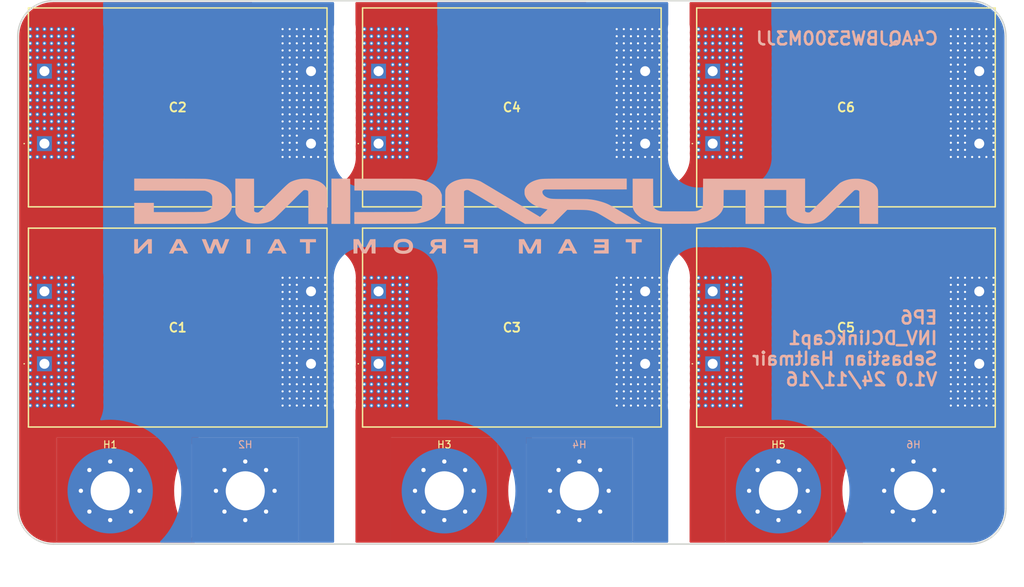
<source format=kicad_pcb>
(kicad_pcb (version 20240108) (generator "pcbnew") (generator_version "8.0")
  (title_block (title "INV_DClinkCap1") (date "2024-11-16") (rev "1.0") (company "NTURacing") (comment 1 "Sebastian Haltmair") (comment 2 "Powertrain"))
  (layers (0 "F.Cu" signal) (1 "In1.Cu" signal) (2 "In2.Cu" signal) (31 "B.Cu" signal) (34 "B.Paste" user) (35 "F.Paste" user) (36 "B.SilkS" user "B.Silkscreen") (37 "F.SilkS" user "F.Silkscreen") (38 "B.Mask" user) (39 "F.Mask" user) (44 "Edge.Cuts" user))
  (net 0 "")
  (net 1 "HV+")
  (net 2 "HV-")
  (footprint "nturt_kicad_lib_EP6:C4AQJBW5300M3JJ" (layer "F.Cu") (at 184.5 94)
    (property "Reference" "C5" (at 0 0.02 0) (layer "F.SilkS") (effects (font (size 1.27 1.27) (thickness 0.254))))
    (property "Value" "30µF" (hide yes))
    (pad "1" thru_hole rect (at -18.75 -5.08) (size 2.1 2.1) (drill 1.4) (layers "*.Cu" "*.Mask") (net 1 "HV+"))
    (pad "1" thru_hole rect (at -18.75 5.12) (size 2.1 2.1) (drill 1.4) (layers "*.Cu" "*.Mask") (net 1 "HV+"))
    (pad "2" thru_hole circle (at 18.75 -5.08) (size 2.1 2.1) (drill 1.4) (layers "*.Cu" "*.Mask") (net 2 "HV-"))
    (pad "2" thru_hole circle (at 18.75 5.12) (size 2.1 2.1) (drill 1.4) (layers "*.Cu" "*.Mask") (net 2 "HV-"))
  )
  (footprint "nturt_kicad_lib_EP6:C4AQJBW5300M3JJ" (layer "F.Cu") (at 90.5 63)
    (property "Reference" "C2" (at 0 0.02 0) (layer "F.SilkS") (effects (font (size 1.27 1.27) (thickness 0.254))))
    (property "Value" "30µF" (hide yes))
    (pad "1" thru_hole rect (at -18.75 -5.08) (size 2.1 2.1) (drill 1.4) (layers "*.Cu" "*.Mask") (net 1 "HV+"))
    (pad "1" thru_hole rect (at -18.75 5.12) (size 2.1 2.1) (drill 1.4) (layers "*.Cu" "*.Mask") (net 1 "HV+"))
    (pad "2" thru_hole circle (at 18.75 -5.08) (size 2.1 2.1) (drill 1.4) (layers "*.Cu" "*.Mask") (net 2 "HV-"))
    (pad "2" thru_hole circle (at 18.75 5.12) (size 2.1 2.1) (drill 1.4) (layers "*.Cu" "*.Mask") (net 2 "HV-"))
  )
  (footprint "nturt_kicad_lib_EP6:MountingHole_5.5mm_Pad_Via_15mm_square" (layer "F.Cu") (at 128 117)
    (property "Reference" "H3" (at 0 -6.5 0) (layer "F.SilkS"))
    (property "Value" "HV+")
    (pad "1" thru_hole circle (at -4.125 0) (size 0.9 0.9) (drill 0.6) (layers "*.Cu" "*.Mask") (net 1 "HV+"))
    (pad "1" thru_hole circle (at -2.926815 -2.926815) (size 0.9 0.9) (drill 0.6) (layers "*.Cu" "*.Mask") (net 1 "HV+"))
    (pad "1" thru_hole circle (at -2.926815 2.926815) (size 0.9 0.9) (drill 0.6) (layers "*.Cu" "*.Mask") (net 1 "HV+"))
    (pad "1" thru_hole circle (at 0 -4.125) (size 0.9 0.9) (drill 0.6) (layers "*.Cu" "*.Mask") (net 1 "HV+"))
    (pad "1" thru_hole circle (at 0 0) (size 12 12) (drill 5.5) (layers "*.Cu" "*.Mask") (net 1 "HV+"))
    (pad "1" thru_hole circle (at 0 4.125) (size 0.9 0.9) (drill 0.6) (layers "*.Cu" "*.Mask") (net 1 "HV+"))
    (pad "1" thru_hole circle (at 2.926815 -2.926815) (size 0.9 0.9) (drill 0.6) (layers "*.Cu" "*.Mask") (net 1 "HV+"))
    (pad "1" thru_hole circle (at 2.926815 2.926815) (size 0.9 0.9) (drill 0.6) (layers "*.Cu" "*.Mask") (net 1 "HV+"))
    (pad "1" thru_hole circle (at 4.125 0) (size 0.9 0.9) (drill 0.6) (layers "*.Cu" "*.Mask") (net 1 "HV+"))
  )
  (footprint "nturt_kicad_lib_EP6:MountingHole_5.5mm_Pad_Via_15mm_square" (layer "F.Cu") (at 81 117)
    (property "Reference" "H1" (at 0 -6.5 0) (layer "F.SilkS"))
    (property "Value" "HV+")
    (pad "1" thru_hole circle (at -4.125 0) (size 0.9 0.9) (drill 0.6) (layers "*.Cu" "*.Mask") (net 1 "HV+"))
    (pad "1" thru_hole circle (at -2.926815 -2.926815) (size 0.9 0.9) (drill 0.6) (layers "*.Cu" "*.Mask") (net 1 "HV+"))
    (pad "1" thru_hole circle (at -2.926815 2.926815) (size 0.9 0.9) (drill 0.6) (layers "*.Cu" "*.Mask") (net 1 "HV+"))
    (pad "1" thru_hole circle (at 0 -4.125) (size 0.9 0.9) (drill 0.6) (layers "*.Cu" "*.Mask") (net 1 "HV+"))
    (pad "1" thru_hole circle (at 0 0) (size 12 12) (drill 5.5) (layers "*.Cu" "*.Mask") (net 1 "HV+"))
    (pad "1" thru_hole circle (at 0 4.125) (size 0.9 0.9) (drill 0.6) (layers "*.Cu" "*.Mask") (net 1 "HV+"))
    (pad "1" thru_hole circle (at 2.926815 -2.926815) (size 0.9 0.9) (drill 0.6) (layers "*.Cu" "*.Mask") (net 1 "HV+"))
    (pad "1" thru_hole circle (at 2.926815 2.926815) (size 0.9 0.9) (drill 0.6) (layers "*.Cu" "*.Mask") (net 1 "HV+"))
    (pad "1" thru_hole circle (at 4.125 0) (size 0.9 0.9) (drill 0.6) (layers "*.Cu" "*.Mask") (net 1 "HV+"))
  )
  (footprint "nturt_kicad_lib_EP6:C4AQJBW5300M3JJ" (layer "F.Cu") (at 137.5 94)
    (property "Reference" "C3" (at 0 0.02 0) (layer "F.SilkS") (effects (font (size 1.27 1.27) (thickness 0.254))))
    (property "Value" "30µF" (hide yes))
    (pad "1" thru_hole rect (at -18.75 -5.08) (size 2.1 2.1) (drill 1.4) (layers "*.Cu" "*.Mask") (net 1 "HV+"))
    (pad "1" thru_hole rect (at -18.75 5.12) (size 2.1 2.1) (drill 1.4) (layers "*.Cu" "*.Mask") (net 1 "HV+"))
    (pad "2" thru_hole circle (at 18.75 -5.08) (size 2.1 2.1) (drill 1.4) (layers "*.Cu" "*.Mask") (net 2 "HV-"))
    (pad "2" thru_hole circle (at 18.75 5.12) (size 2.1 2.1) (drill 1.4) (layers "*.Cu" "*.Mask") (net 2 "HV-"))
  )
  (footprint "nturt_kicad_lib_EP6:C4AQJBW5300M3JJ" (layer "F.Cu") (at 90.5 94)
    (property "Reference" "C1" (at 0 0.02 0) (layer "F.SilkS") (effects (font (size 1.27 1.27) (thickness 0.254))))
    (property "Value" "30µF" (hide yes))
    (pad "1" thru_hole rect (at -18.75 -5.08) (size 2.1 2.1) (drill 1.4) (layers "*.Cu" "*.Mask") (net 1 "HV+"))
    (pad "1" thru_hole rect (at -18.75 5.12) (size 2.1 2.1) (drill 1.4) (layers "*.Cu" "*.Mask") (net 1 "HV+"))
    (pad "2" thru_hole circle (at 18.75 -5.08) (size 2.1 2.1) (drill 1.4) (layers "*.Cu" "*.Mask") (net 2 "HV-"))
    (pad "2" thru_hole circle (at 18.75 5.12) (size 2.1 2.1) (drill 1.4) (layers "*.Cu" "*.Mask") (net 2 "HV-"))
  )
  (footprint "nturt_kicad_lib_EP6:C4AQJBW5300M3JJ" (layer "F.Cu") (at 184.5 63)
    (property "Reference" "C6" (at 0 0.02 0) (layer "F.SilkS") (effects (font (size 1.27 1.27) (thickness 0.254))))
    (property "Value" "30µF" (hide yes))
    (pad "1" thru_hole rect (at -18.75 -5.08) (size 2.1 2.1) (drill 1.4) (layers "*.Cu" "*.Mask") (net 1 "HV+"))
    (pad "1" thru_hole rect (at -18.75 5.12) (size 2.1 2.1) (drill 1.4) (layers "*.Cu" "*.Mask") (net 1 "HV+"))
    (pad "2" thru_hole circle (at 18.75 -5.08) (size 2.1 2.1) (drill 1.4) (layers "*.Cu" "*.Mask") (net 2 "HV-"))
    (pad "2" thru_hole circle (at 18.75 5.12) (size 2.1 2.1) (drill 1.4) (layers "*.Cu" "*.Mask") (net 2 "HV-"))
  )
  (footprint "nturt_kicad_lib_EP6:MountingHole_5.5mm_Pad_Via_15mm_square" (layer "F.Cu") (at 175 117)
    (property "Reference" "H5" (at 0 -6.5 0) (layer "F.SilkS"))
    (property "Value" "HV+")
    (pad "1" thru_hole circle (at -4.125 0) (size 0.9 0.9) (drill 0.6) (layers "*.Cu" "*.Mask") (net 1 "HV+"))
    (pad "1" thru_hole circle (at -2.926815 -2.926815) (size 0.9 0.9) (drill 0.6) (layers "*.Cu" "*.Mask") (net 1 "HV+"))
    (pad "1" thru_hole circle (at -2.926815 2.926815) (size 0.9 0.9) (drill 0.6) (layers "*.Cu" "*.Mask") (net 1 "HV+"))
    (pad "1" thru_hole circle (at 0 -4.125) (size 0.9 0.9) (drill 0.6) (layers "*.Cu" "*.Mask") (net 1 "HV+"))
    (pad "1" thru_hole circle (at 0 0) (size 12 12) (drill 5.5) (layers "*.Cu" "*.Mask") (net 1 "HV+"))
    (pad "1" thru_hole circle (at 0 4.125) (size 0.9 0.9) (drill 0.6) (layers "*.Cu" "*.Mask") (net 1 "HV+"))
    (pad "1" thru_hole circle (at 2.926815 -2.926815) (size 0.9 0.9) (drill 0.6) (layers "*.Cu" "*.Mask") (net 1 "HV+"))
    (pad "1" thru_hole circle (at 2.926815 2.926815) (size 0.9 0.9) (drill 0.6) (layers "*.Cu" "*.Mask") (net 1 "HV+"))
    (pad "1" thru_hole circle (at 4.125 0) (size 0.9 0.9) (drill 0.6) (layers "*.Cu" "*.Mask") (net 1 "HV+"))
  )
  (footprint "nturt_kicad_lib_EP6:C4AQJBW5300M3JJ" (layer "F.Cu") (at 137.5 63)
    (property "Reference" "C4" (at 0 0.02 0) (layer "F.SilkS") (effects (font (size 1.27 1.27) (thickness 0.254))))
    (property "Value" "30µF" (hide yes))
    (pad "1" thru_hole rect (at -18.75 -5.08) (size 2.1 2.1) (drill 1.4) (layers "*.Cu" "*.Mask") (net 1 "HV+"))
    (pad "1" thru_hole rect (at -18.75 5.12) (size 2.1 2.1) (drill 1.4) (layers "*.Cu" "*.Mask") (net 1 "HV+"))
    (pad "2" thru_hole circle (at 18.75 -5.08) (size 2.1 2.1) (drill 1.4) (layers "*.Cu" "*.Mask") (net 2 "HV-"))
    (pad "2" thru_hole circle (at 18.75 5.12) (size 2.1 2.1) (drill 1.4) (layers "*.Cu" "*.Mask") (net 2 "HV-"))
  )
  (footprint "nturt_kicad_lib_EP6:MountingHole_5.5mm_Pad_Via_15mm_square" (layer "B.Cu") (at 194 117 180)
    (property "Reference" "H6" (at 0 6.5 0) (layer "B.SilkS") (effects (justify mirror)))
    (property "Value" "HV-")
    (pad "1" thru_hole circle (at -4.125 0 180) (size 0.9 0.9) (drill 0.6) (layers "*.Cu" "*.Mask") (net 2 "HV-"))
    (pad "1" thru_hole circle (at -2.926815 -2.926815 180) (size 0.9 0.9) (drill 0.6) (layers "*.Cu" "*.Mask") (net 2 "HV-"))
    (pad "1" thru_hole circle (at -2.926815 2.926815 180) (size 0.9 0.9) (drill 0.6) (layers "*.Cu" "*.Mask") (net 2 "HV-"))
    (pad "1" thru_hole circle (at 0 -4.125 180) (size 0.9 0.9) (drill 0.6) (layers "*.Cu" "*.Mask") (net 2 "HV-"))
    (pad "1" thru_hole circle (at 0 0 180) (size 12 12) (drill 5.5) (layers "*.Cu" "*.Mask") (net 2 "HV-"))
    (pad "1" thru_hole circle (at 0 4.125 180) (size 0.9 0.9) (drill 0.6) (layers "*.Cu" "*.Mask") (net 2 "HV-"))
    (pad "1" thru_hole circle (at 2.926815 -2.926815 180) (size 0.9 0.9) (drill 0.6) (layers "*.Cu" "*.Mask") (net 2 "HV-"))
    (pad "1" thru_hole circle (at 2.926815 2.926815 180) (size 0.9 0.9) (drill 0.6) (layers "*.Cu" "*.Mask") (net 2 "HV-"))
    (pad "1" thru_hole circle (at 4.125 0 180) (size 0.9 0.9) (drill 0.6) (layers "*.Cu" "*.Mask") (net 2 "HV-"))
  )
  (footprint "nturt_kicad_lib_EP6:MountingHole_5.5mm_Pad_Via_15mm_square" (layer "B.Cu") (at 100 117 180)
    (property "Reference" "H2" (at 0 6.5 0) (layer "B.SilkS") (effects (justify mirror)))
    (property "Value" "HV-")
    (pad "1" thru_hole circle (at -4.125 0 180) (size 0.9 0.9) (drill 0.6) (layers "*.Cu" "*.Mask") (net 2 "HV-"))
    (pad "1" thru_hole circle (at -2.926815 -2.926815 180) (size 0.9 0.9) (drill 0.6) (layers "*.Cu" "*.Mask") (net 2 "HV-"))
    (pad "1" thru_hole circle (at -2.926815 2.926815 180) (size 0.9 0.9) (drill 0.6) (layers "*.Cu" "*.Mask") (net 2 "HV-"))
    (pad "1" thru_hole circle (at 0 -4.125 180) (size 0.9 0.9) (drill 0.6) (layers "*.Cu" "*.Mask") (net 2 "HV-"))
    (pad "1" thru_hole circle (at 0 0 180) (size 12 12) (drill 5.5) (layers "*.Cu" "*.Mask") (net 2 "HV-"))
    (pad "1" thru_hole circle (at 0 4.125 180) (size 0.9 0.9) (drill 0.6) (layers "*.Cu" "*.Mask") (net 2 "HV-"))
    (pad "1" thru_hole circle (at 2.926815 -2.926815 180) (size 0.9 0.9) (drill 0.6) (layers "*.Cu" "*.Mask") (net 2 "HV-"))
    (pad "1" thru_hole circle (at 2.926815 2.926815 180) (size 0.9 0.9) (drill 0.6) (layers "*.Cu" "*.Mask") (net 2 "HV-"))
    (pad "1" thru_hole circle (at 4.125 0 180) (size 0.9 0.9) (drill 0.6) (layers "*.Cu" "*.Mask") (net 2 "HV-"))
  )
  (footprint "nturt_kicad_lib_EP6:MountingHole_5.5mm_Pad_Via_15mm_square" (layer "B.Cu") (at 147 117 180)
    (property "Reference" "H4" (at 0 6.5 0) (layer "B.SilkS") (effects (justify mirror)))
    (property "Value" "HV-")
    (pad "1" thru_hole circle (at -4.125 0 180) (size 0.9 0.9) (drill 0.6) (layers "*.Cu" "*.Mask") (net 2 "HV-"))
    (pad "1" thru_hole circle (at -2.926815 -2.926815 180) (size 0.9 0.9) (drill 0.6) (layers "*.Cu" "*.Mask") (net 2 "HV-"))
    (pad "1" thru_hole circle (at -2.926815 2.926815 180) (size 0.9 0.9) (drill 0.6) (layers "*.Cu" "*.Mask") (net 2 "HV-"))
    (pad "1" thru_hole circle (at 0 -4.125 180) (size 0.9 0.9) (drill 0.6) (layers "*.Cu" "*.Mask") (net 2 "HV-"))
    (pad "1" thru_hole circle (at 0 0 180) (size 12 12) (drill 5.5) (layers "*.Cu" "*.Mask") (net 2 "HV-"))
    (pad "1" thru_hole circle (at 0 4.125 180) (size 0.9 0.9) (drill 0.6) (layers "*.Cu" "*.Mask") (net 2 "HV-"))
    (pad "1" thru_hole circle (at 2.926815 -2.926815 180) (size 0.9 0.9) (drill 0.6) (layers "*.Cu" "*.Mask") (net 2 "HV-"))
    (pad "1" thru_hole circle (at 2.926815 2.926815 180) (size 0.9 0.9) (drill 0.6) (layers "*.Cu" "*.Mask") (net 2 "HV-"))
    (pad "1" thru_hole circle (at 4.125 0 180) (size 0.9 0.9) (drill 0.6) (layers "*.Cu" "*.Mask") (net 2 "HV-"))
  )
  (gr_poly (pts (xy 112.119343 73.046473) (xy 112.119343 79.421873) (xy 114.772224 79.421873) (xy 114.772224 76.252516) (xy 114.770725 75.019558) (xy 114.766581 74.006733) (xy 114.760322 73.318817) (xy 114.756565 73.129441) (xy 114.752478 73.060584) (xy 114.721756 73.057425) (xy 114.641656 73.054366) (xy 114.35489 73.048942) (xy 113.935307 73.045106) (xy 113.426033 73.043651)) (stroke (width -0.000001)) (fill solid) (layer "B.SilkS"))
  (gr_poly (pts (xy 122.19547 81.522839) (xy 122.138225 81.524426) (xy 122.026596 81.531705) (xy 121.920275 81.542969) (xy 121.869089 81.550101) (xy 121.819212 81.558235) (xy 121.770637 81.567374) (xy 121.723359 81.57752) (xy 121.67737 81.588674) (xy 121.632664 81.600839) (xy 121.589237 81.614017) (xy 121.54708 81.628209) (xy 121.506188 81.643419) (xy 121.466556 81.659648) (xy 121.428176 81.676898) (xy 121.391042 81.695171) (xy 121.355149 81.714469) (xy 121.320489 81.734795) (xy 121.287058 81.75615) (xy 121.254848 81.778537) (xy 121.223853 81.801957) (xy 121.194068 81.826413) (xy 121.165486 81.851906) (xy 121.138101 81.878439) (xy 121.111906 81.906014) (xy 121.086896 81.934633) (xy 121.063064 81.964298) (xy 121.040404 81.99501) (xy 121.018909 82.026773) (xy 120.998575 82.059588) (xy 120.979394 82.093457) (xy 120.96136 82.128383) (xy 120.937708 82.17754) (xy 120.927869 82.199981) (xy 120.919249 82.221604) (xy 120.911769 82.242863) (xy 120.905352 82.264213) (xy 120.899919 82.286108) (xy 120.895391 82.309004) (xy 120.89169 82.333356) (xy 120.888738 82.359617) (xy 120.886454 82.388243) (xy 120.884763 82.419688) (xy 120.882838 82.492857) (xy 120.882337 82.58276) (xy 120.882921 82.667173) (xy 120.883713 82.704092) (xy 120.884894 82.737894) (xy 120.886505 82.768885) (xy 120.888587 82.79737) (xy 120.891182 82.823656) (xy 120.894331 82.848049) (xy 120.898075 82.870854) (xy 120.902456 82.892377) (xy 120.907515 82.912925) (xy 120.913293 82.932804) (xy 120.919832 82.952318) (xy 120.927173 82.971775) (xy 120.935357 82.99148) (xy 120.944426 83.011738) (xy 120.983221 83.087608) (xy 121.027633 83.158582) (xy 121.07766 83.224661) (xy 121.133296 83.285846) (xy 121.194538 83.342136) (xy 121.261382 83.393532) (xy 121.333823 83.440032) (xy 121.411858 83.481638) (xy 121.495482 83.518349) (xy 121.584691 83.550165) (xy 121.679482 83.577087) (xy 121.779849 83.599113) (xy 121.885789 83.616245) (xy 121.997297 83.628482) (xy 122.114371 83.635824) (xy 122.237005 83.638272) (xy 122.315534 83.637272) (xy 122.391839 83.634279) (xy 122.46591 83.629298) (xy 122.537736 83.622336) (xy 122.60731 83.6134) (xy 122.674621 83.602497) (xy 122.73966 83.589633) (xy 122.802419 83.574815) (xy 122.862887 83.558051) (xy 122.921055 83.539345) (xy 122.976915 83.518706) (xy 123.030456 83.49614) (xy 123.08167 83.471654) (xy 123.130548 83.445254) (xy 123.177079 83.416947) (xy 123.221254 83.38674) (xy 123.263065 83.35464) (xy 123.302502 83.320653) (xy 123.339556 83.284786) (xy 123.374217 83.247046) (xy 123.406476 83.207439) (xy 123.436324 83.165972) (xy 123.463751 83.122652) (xy 123.488749 83.077486) (xy 123.511307 83.03048) (xy 123.531417 82.981642) (xy 123.54907 82.930977) (xy 123.564255 82.878492) (xy 123.576964 82.824195) (xy 123.587187 82.768091) (xy 123.594915 82.710189) (xy 123.600139 82.650493) (xy 123.602391 82.594719) (xy 123.602372 82.585581) (xy 123.04134 82.585581) (xy 123.040392 82.624167) (xy 123.037558 82.661602) (xy 123.032855 82.697875) (xy 123.026298 82.732977) (xy 123.017903 82.766895) (xy 123.007687 82.799621) (xy 122.995665 82.831144) (xy 122.981853 82.861454) (xy 122.966268 82.89054) (xy 122.948925 82.918392) (xy 122.929841 82.944999) (xy 122.909032 82.970352) (xy 122.886513 82.99444) (xy 122.8623 83.017252) (xy 122.83641 83.038779) (xy 122.808859 83.05901) (xy 122.779662 83.077934) (xy 122.748836 83.095541) (xy 122.716396 83.111822) (xy 122.682359 83.126765) (xy 122.646741 83.14036) (xy 122.609558 83.152598) (xy 122.530559 83.172957) (xy 122.445491 83.18776) (xy 122.354482 83.196924) (xy 122.25766 83.200366) (xy 122.155154 83.198004) (xy 122.066084 83.190723) (xy 122.023794 83.185583) (xy 121.982995 83.179439) (xy 121.943682 83.172286) (xy 121.905851 83.164121) (xy 121.869497 83.154938) (xy 121.834615 83.144735) (xy 121.8012 83.133506) (xy 121.769249 83.121247) (xy 121.738755 83.107956) (xy 121.709716 83.093626) (xy 121.682125 83.078255) (xy 121.655979 83.061837) (xy 121.631272 83.04437) (xy 121.608001 83.025849) (xy 121.586159 83.006269) (xy 121.565744 82.985627) (xy 121.54675 82.963918) (xy 121.529172 82.941138) (xy 121.513006 82.917283) (xy 121.498247 82.89235) (xy 121.48489 82.866333) (xy 121.472932 82.839229) (xy 121.462366 82.811034) (xy 121.45319 82.781743) (xy 121.445397 82.751353) (xy 121.438983 82.719858) (xy 121.433944 82.687256) (xy 121.430275 82.653542) (xy 121.427972 82.618711) (xy 121.427029 82.58276) (xy 121.428258 82.535159) (xy 121.431968 82.489687) (xy 121.434763 82.467733) (xy 121.438191 82.446291) (xy 121.442255 82.425354) (xy 121.44696 82.404916) (xy 121.45231 82.38497) (xy 121.45831 82.365509) (xy 121.464962 82.346527) (xy 121.472272 82.328016) (xy 121.480243 82.309971) (xy 121.488879 82.292383) (xy 121.498186 82.275248) (xy 121.508166 82.258558) (xy 121.518824 82.242305) (xy 121.530165 82.226484) (xy 121.542191 82.211088) (xy 121.554908 82.19611) (xy 121.56832 82.181544) (xy 121.58243 82.167382) (xy 121.597243 82.153618) (xy 121.612763 82.140245) (xy 121.628994 82.127256) (xy 121.64594 82.114646) (xy 121.663606 82.102406) (xy 121.681995 82.090531) (xy 121.72096 82.067846) (xy 121.762869 82.046538) (xy 121.801242 82.030437) (xy 121.844961 82.016022) (xy 121.893285 82.003328) (xy 121.945475 81.992386) (xy 122.000791 81.98323) (xy 122.058492 81.975893) (xy 122.117838 81.970409) (xy 122.17809 81.966809) (xy 122.238507 81.965128) (xy 122.298349 81.965398) (xy 122.356877 81.967653) (xy 122.41335 81.971925) (xy 122.467028 81.978247) (xy 122.517172 81.986653) (xy 122.56304 81.997176) (xy 122.603894 82.009849) (xy 122.658571 82.03129) (xy 122.709391 82.054381) (xy 122.7564 82.079184) (xy 122.799642 82.10576) (xy 122.839164 82.134172) (xy 122.857543 82.149085) (xy 122.87501 82.164481) (xy 122.891569 82.180367) (xy 122.907227 82.19675) (xy 122.921988 82.213638) (xy 122.935859 82.23104) (xy 122.948845 82.248963) (xy 122.960952 82.267414) (xy 122.972186 82.286402) (xy 122.982553 82.305934) (xy 122.992057 82.326018) (xy 123.000705 82.346661) (xy 123.008503 82.367872) (xy 123.015455 82.389658) (xy 123.021568 82.412027) (xy 123.026848 82.434986) (xy 123.03493 82.482708) (xy 123.039745 82.532886) (xy 123.04134 82.585581) (xy 123.602372 82.585581) (xy 123.602278 82.540121) (xy 123.599818 82.486717) (xy 123.595028 82.434527) (xy 123.587925 82.383569) (xy 123.578527 82.333861) (xy 123.566849 82.285423) (xy 123.552909 82.238272) (xy 123.536725 82.192428) (xy 123.518313 82.147908) (xy 123.49769 82.104733) (xy 123.474874 82.062919) (xy 123.449881 82.022487) (xy 123.422728 81.983453) (xy 123.393433 81.945838) (xy 123.362012 81.909659) (xy 123.328484 81.874936) (xy 123.292863 81.841686) (xy 123.255169 81.809929) (xy 123.215417 81.779683) (xy 123.173625 81.750966) (xy 123.12981 81.723798) (xy 123.083989 81.698196) (xy 123.036179 81.67418) (xy 122.986397 81.651768) (xy 122.93466 81.630978) (xy 122.880985 81.61183) (xy 122.825389 81.594342) (xy 122.767889 81.578532) (xy 122.708503 81.564419) (xy 122.584138 81.541359) (xy 122.542638 81.535538) (xy 122.493432 81.530776) (xy 122.438338 81.527072) (xy 122.379176 81.524426) (xy 122.317764 81.522839) (xy 122.255922 81.52231)) (stroke (width -0.000001)) (fill solid) (layer "B.SilkS"))
  (gr_poly (pts (xy 85.593269 82.261025) (xy 84.913123 82.955293) (xy 84.913123 81.56676) (xy 84.376892 81.56676) (xy 84.376892 83.59876) (xy 84.963923 83.59876) (xy 85.64407 82.898849) (xy 86.324226 82.20176) (xy 86.324226 83.59876) (xy 86.860457 83.59876) (xy 86.860457 81.56676) (xy 86.273425 81.56676)) (stroke (width -0.000001)) (fill solid) (layer "B.SilkS"))
  (gr_poly (pts (xy 104.462654 81.572405) (xy 104.157849 81.58087) (xy 103.881267 82.102982) (xy 103.555792 82.725414) (xy 103.315773 83.187774) (xy 103.167297 83.478154) (xy 103.129291 83.555131) (xy 103.116453 83.584649) (xy 103.118015 83.58617) (xy 103.122599 83.587559) (xy 103.140221 83.58994) (xy 103.168096 83.591793) (xy 103.205 83.593116) (xy 103.300998 83.594174) (xy 103.418425 83.593115) (xy 103.72323 83.584649) (xy 103.822009 83.395559) (xy 103.920789 83.203649) (xy 105.024265 83.203649) (xy 105.120232 83.401204) (xy 105.216179 83.59876) (xy 105.831423 83.59876) (xy 105.512517 82.983516) (xy 105.415764 82.796267) (xy 104.801615 82.796267) (xy 104.801316 82.797247) (xy 104.798501 82.798738) (xy 104.792293 82.800037) (xy 104.770404 82.8021) (xy 104.737071 82.8035) (xy 104.693718 82.804305) (xy 104.582639 82.804393) (xy 104.448543 82.802893) (xy 104.109871 82.794426) (xy 104.287673 82.441649) (xy 104.462654 82.088871) (xy 104.637625 82.438827) (xy 104.67244 82.509096) (xy 104.704477 82.574999) (xy 104.733075 82.635081) (xy 104.757571 82.687888) (xy 104.777305 82.731963) (xy 104.791615 82.765851) (xy 104.796529 82.778521) (xy 104.799839 82.788098) (xy 104.801462 82.794401) (xy 104.801615 82.796267) (xy 105.415764 82.796267) (xy 105.239819 82.45576) (xy 105.116831 82.220722) (xy 105.024265 82.046538) (xy 104.953494 81.914423) (xy 104.889863 81.793949) (xy 104.840519 81.698875) (xy 104.823437 81.665163) (xy 104.812605 81.64296) (xy 104.770271 81.563938)) (stroke (width -0.000001)) (fill solid) (layer "B.SilkS"))
  (gr_poly (pts (xy 100.440984 81.572405) (xy 100.167224 81.58087) (xy 100.167224 83.584649) (xy 100.440984 83.593115) (xy 100.717566 83.601581) (xy 100.717566 81.563938)) (stroke (width -0.000001)) (fill solid) (layer "B.SilkS"))
  (gr_poly (pts (xy 145.862316 73.043921) (xy 144.327286 73.045811) (xy 143.722297 73.047871) (xy 143.21248 73.050943) (xy 142.78795 73.055231) (xy 142.438822 73.060937) (xy 142.155211 73.068263) (xy 141.927233 73.077412) (xy 141.831018 73.082734) (xy 141.745003 73.088588) (xy 141.667955 73.094998) (xy 141.598637 73.101991) (xy 141.535814 73.109592) (xy 141.47825 73.117825) (xy 141.424709 73.126717) (xy 141.373957 73.136293) (xy 141.275873 73.157597) (xy 141.174114 73.181939) (xy 141.008814 73.225276) (xy 140.849586 73.273706) (xy 140.696618 73.327096) (xy 140.550095 73.385316) (xy 140.410202 73.448231) (xy 140.277127 73.515711) (xy 140.151056 73.587623) (xy 140.032173 73.663834) (xy 139.920666 73.744212) (xy 139.81672 73.828625) (xy 139.76764 73.872303) (xy 139.720521 73.916941) (xy 139.675385 73.962521) (xy 139.632256 74.009027) (xy 139.591156 74.056442) (xy 139.55211 74.104751) (xy 139.51514 74.153936) (xy 139.480269 74.20398) (xy 139.447522 74.254869) (xy 139.41692 74.306584) (xy 139.388488 74.359109) (xy 139.362249 74.412428) (xy 139.337785 74.465973) (xy 139.327708 74.490104) (xy 139.318945 74.513234) (xy 139.311405 74.535935) (xy 139.304999 74.558776) (xy 139.299634 74.582328) (xy 139.29522 74.607161) (xy 139.291666 74.633847) (xy 139.288881 74.662955) (xy 139.286774 74.695057) (xy 139.285254 74.730722) (xy 139.283611 74.815025) (xy 139.283225 74.920428) (xy 139.28474 75.015986) (xy 139.287412 75.096993) (xy 139.289297 75.132866) (xy 139.291607 75.166093) (xy 139.294389 75.197006) (xy 139.297688 75.225933) (xy 139.301548 75.253207) (xy 139.306017 75.279159) (xy 139.311139 75.304118) (xy 139.316959 75.328415) (xy 139.323524 75.352382) (xy 139.330878 75.376349) (xy 139.339068 75.400647) (xy 139.348137 75.425606) (xy 139.420222 75.594556) (xy 139.509153 75.758297) (xy 139.614447 75.916515) (xy 139.735619 76.068896) (xy 139.872188 76.215125) (xy 140.023667 76.354888) (xy 140.189575 76.487872) (xy 140.369428 76.613761) (xy 140.562741 76.732242) (xy 140.76903 76.843) (xy 140.987814 76.945722) (xy 141.218606 77.040093) (xy 141.460925 77.125798) (xy 141.714286 77.202525) (xy 141.978205 77.269958) (xy 142.2522 77.327783) (xy 142.514671 77.378584) (xy 141.984089 77.903516) (xy 141.456336 78.431272) (xy 137.364114 75.973117) (xy 134.421947 74.214519) (xy 133.48744 73.66132) (xy 133.096917 73.435939) (xy 132.989191 73.390414) (xy 132.870652 73.345319) (xy 132.743448 73.301349) (xy 132.609729 73.259197) (xy 132.471644 73.219559) (xy 132.331343 73.18313) (xy 132.190976 73.150602) (xy 132.052693 73.122672) (xy 131.962303 73.10779) (xy 131.866278 73.094896) (xy 131.660449 73.075091) (xy 131.441456 73.06329) (xy 131.21555 73.059525) (xy 130.988983 73.06383) (xy 130.768005 73.076238) (xy 130.558867 73.096782) (xy 130.460691 73.110115) (xy 130.36782 73.125494) (xy 130.147418 73.170244) (xy 129.935316 73.223798) (xy 129.732079 73.28577) (xy 129.538267 73.35577) (xy 129.445071 73.39366) (xy 129.354442 73.43341) (xy 129.266451 73.474974) (xy 129.181168 73.518302) (xy 129.098663 73.563345) (xy 129.019007 73.610056) (xy 128.942269 73.658385) (xy 128.868519 73.708284) (xy 128.79783 73.759704) (xy 128.730269 73.812597) (xy 128.665908 73.866914) (xy 128.604818 73.922607) (xy 128.547068 73.979627) (xy 128.492728 74.037926) (xy 128.441869 74.097454) (xy 128.394561 74.158163) (xy 128.350875 74.220006) (xy 128.310881 74.282932) (xy 128.274648 74.346895) (xy 128.242248 74.411844) (xy 128.21375 74.477731) (xy 128.189226 74.544509) (xy 128.168744 74.612128) (xy 128.152376 74.680539) (xy 128.143762 74.750014) (xy 128.1369 74.877036) (xy 128.128038 75.3233) (xy 128.124996 76.058489) (xy 128.12698 77.121762) (xy 128.135447 79.407761) (xy 129.453425 79.416227) (xy 130.774226 79.421873) (xy 130.774226 74.84705) (xy 130.841956 74.779317) (xy 130.853821 74.768173) (xy 130.866627 74.757499) (xy 130.894862 74.73759) (xy 130.926256 74.719649) (xy 130.960403 74.703734) (xy 130.996898 74.689903) (xy 131.035336 74.678213) (xy 131.075312 74.668722) (xy 131.11642 74.661489) (xy 131.158257 74.656571) (xy 131.200415 74.654025) (xy 131.242491 74.653911) (xy 131.284079 74.656285) (xy 131.324774 74.661206) (xy 131.364171 74.668732) (xy 131.401864 74.67892) (xy 131.437449 74.691828) (xy 132.65453 75.410083) (xy 135.44218 77.076605) (xy 139.348137 79.421873) (xy 143.319002 79.421873) (xy 144.30678 78.434094) (xy 145.294558 77.446317) (xy 146.550447 77.446317) (xy 147.060966 77.448043) (xy 147.478119 77.454299) (xy 147.657152 77.459632) (xy 147.819404 77.466706) (xy 147.967063 77.475724) (xy 148.102315 77.486886) (xy 148.227348 77.500397) (xy 148.344348 77.516459) (xy 148.455503 77.535274) (xy 148.562999 77.557044) (xy 148.669023 77.581974) (xy 148.775762 77.610264) (xy 148.885404 77.642118) (xy 149.000134 77.677738) (xy 149.149663 77.72726) (xy 149.289898 77.78022) (xy 149.437739 77.845617) (xy 149.610087 77.932444) (xy 149.823843 78.049698) (xy 150.095906 78.206376) (xy 150.882556 78.673983) (xy 152.129978 79.421873) (xy 153.916448 79.416227) (xy 155.702913 79.407761) (xy 153.659627 78.180094) (xy 152.374104 77.410598) (xy 151.944531 77.155859) (xy 151.624098 76.968656) (xy 151.388067 76.834633) (xy 151.293972 76.783079) (xy 151.2117 76.739438) (xy 151.138159 76.701916) (xy 151.070257 76.668717) (xy 150.939002 76.608117) (xy 150.801401 76.549452) (xy 150.65695 76.492147) (xy 150.351052 76.38256) (xy 150.02842 76.281241) (xy 149.696164 76.190075) (xy 149.361394 76.110948) (xy 149.031222 76.045745) (xy 148.712758 75.996351) (xy 148.560139 75.978171) (xy 148.413113 75.96465) (xy 148.328271 75.956272) (xy 148.252954 75.948422) (xy 148.221512 75.944861) (xy 148.195627 75.941631) (xy 148.176356 75.938798) (xy 148.169532 75.937551) (xy 148.164758 75.936428) (xy 147.961117 75.930607) (xy 147.433096 75.925844) (xy 145.723533 75.919494) (xy 144.877154 75.91714) (xy 144.224583 75.913365) (xy 143.961342 75.910499) (xy 143.734994 75.906745) (xy 143.541686 75.901924) (xy 143.377564 75.895858) (xy 143.238777 75.888371) (xy 143.12147 75.879283) (xy 143.021791 75.868418) (xy 142.935887 75.855598) (xy 142.859905 75.840644) (xy 142.789992 75.823379) (xy 142.722295 75.803626) (xy 142.652962 75.781206) (xy 142.560604 75.74742) (xy 142.472112 75.709757) (xy 142.387779 75.668506) (xy 142.307899 75.623955) (xy 142.232765 75.576395) (xy 142.16267 75.526114) (xy 142.097908 75.473403) (xy 142.038773 75.41855) (xy 142.011407 75.390411) (xy 141.985558 75.361845) (xy 141.961262 75.332889) (xy 141.938556 75.303577) (xy 141.917477 75.273948) (xy 141.898062 75.244037) (xy 141.880346 75.213879) (xy 141.864368 75.183512) (xy 141.850163 75.152971) (xy 141.837768 75.122292) (xy 141.82722 75.091513) (xy 141.818556 75.060668) (xy 141.811812 75.029794) (xy 141.807025 74.998928) (xy 141.804232 74.968105) (xy 141.803469 74.937362) (xy 141.804444 74.909788) (xy 141.806374 74.884125) (xy 141.809354 74.860231) (xy 141.811268 74.848904) (xy 141.81348 74.837966) (xy 141.816001 74.827401) (xy 141.818845 74.817189) (xy 141.822022 74.807315) (xy 141.825546 74.79776) (xy 141.829426 74.788507) (xy 141.833677 74.779539) (xy 141.838308 74.770836) (xy 141.843333 74.762383) (xy 141.848763 74.754162) (xy 141.85461 74.746154) (xy 141.860886 74.738343) (xy 141.867603 74.73071) (xy 141.874772 74.723239) (xy 141.882406 74.715912) (xy 141.890517 74.70871) (xy 141.899116 74.701617) (xy 141.908215 74.694615) (xy 141.917826 74.687687) (xy 141.938632 74.673979) (xy 141.961629 74.660354) (xy 141.986912 74.646672) (xy 142.105447 74.581762) (xy 147.882537 74.573294) (xy 153.662449 74.56765) (xy 153.662449 73.043651) (xy 147.896648 73.043651)) (stroke (width -0.000001)) (fill solid) (layer "B.SilkS"))
  (gr_poly (pts (xy 171.57509 73.052117) (xy 164.401001 73.057761) (xy 164.38689 75.005095) (xy 164.372778 76.952428) (xy 164.296577 77.085072) (xy 164.278636 77.113195) (xy 164.259674 77.140458) (xy 164.239595 77.166928) (xy 164.218305 77.192669) (xy 164.195709 77.21775) (xy 164.171711 77.242235) (xy 164.146216 77.266191) (xy 164.11913 77.289683) (xy 164.090358 77.312779) (xy 164.059803 77.335544) (xy 164.027372 77.358045) (xy 163.992969 77.380347) (xy 163.956499 77.402517) (xy 163.917866 77.424621) (xy 163.876977 77.446724) (xy 163.833735 77.468894) (xy 163.704354 77.533739) (xy 163.584498 77.581783) (xy 163.515987 77.60029) (xy 163.435273 77.615539) (xy 163.217785 77.637522) (xy 162.893141 77.650244) (xy 162.422448 77.656219) (xy 160.887334 77.657983) (xy 160.136221 77.657769) (xy 159.555731 77.656793) (xy 159.121489 77.65456) (xy 158.951594 77.652818) (xy 158.809121 77.650575) (xy 158.691022 77.64777) (xy 158.594252 77.644341) (xy 158.515762 77.640225) (xy 158.452507 77.635361) (xy 158.401439 77.629687) (xy 158.359511 77.623141) (xy 158.323678 77.61566) (xy 158.290891 77.607183) (xy 158.216115 77.584317) (xy 158.14327 77.559194) (xy 158.072566 77.531938) (xy 158.004214 77.502673) (xy 157.938426 77.471522) (xy 157.875412 77.438611) (xy 157.815382 77.404062) (xy 157.758549 77.368) (xy 157.705122 77.330549) (xy 157.655312 77.291833) (xy 157.60933 77.251976) (xy 157.567388 77.211102) (xy 157.547997 77.190323) (xy 157.529696 77.169335) (xy 157.512509 77.148156) (xy 157.496464 77.1268) (xy 157.481587 77.105282) (xy 157.467904 77.083619) (xy 157.455442 77.061825) (xy 157.444226 77.039917) (xy 157.424652 76.994927) (xy 157.409874 76.935583) (xy 157.399131 76.8388) (xy 157.391662 76.681494) (xy 157.383503 76.092973) (xy 157.379314 74.985339) (xy 157.37367 73.057761) (xy 154.495003 73.057761) (xy 154.495003 77.065316) (xy 154.55991 77.262872) (xy 154.579265 77.317617) (xy 154.60032 77.37182) (xy 154.623119 77.425535) (xy 154.647708 77.478816) (xy 154.674133 77.531717) (xy 154.702438 77.584291) (xy 154.73267 77.636593) (xy 154.764874 77.688675) (xy 154.799096 77.740592) (xy 154.835381 77.792397) (xy 154.873774 77.844145) (xy 154.914321 77.895888) (xy 154.957067 77.947681) (xy 155.002058 77.999577) (xy 155.04934 78.05163) (xy 155.098958 78.103894) (xy 155.216246 78.219012) (xy 155.341542 78.32938) (xy 155.474717 78.434944) (xy 155.615645 78.53565) (xy 155.764195 78.631445) (xy 155.92024 78.722275) (xy 156.083653 78.808086) (xy 156.254304 78.888825) (xy 156.432066 78.964437) (xy 156.616811 79.034869) (xy 156.80841 79.100068) (xy 157.006735 79.159978) (xy 157.211658 79.214548) (xy 157.423051 79.263723) (xy 157.640786 79.307448) (xy 157.864734 79.345671) (xy 158.146075 79.381567) (xy 158.320546 79.392603) (xy 158.561824 79.4) (xy 159.377624 79.406791) (xy 160.859114 79.407761) (xy 162.098641 79.405997) (xy 162.564434 79.403594) (xy 162.939442 79.4) (xy 163.232562 79.395083) (xy 163.452689 79.388711) (xy 163.608722 79.380751) (xy 163.709556 79.371072) (xy 163.955076 79.334233) (xy 164.19311 79.291465) (xy 164.423578 79.242794) (xy 164.646402 79.188245) (xy 164.861503 79.127841) (xy 165.068804 79.061609) (xy 165.268225 78.989572) (xy 165.459687 78.911755) (xy 165.643113 78.828184) (xy 165.818424 78.738883) (xy 165.98554 78.643877) (xy 166.144385 78.543191) (xy 166.294878 78.436849) (xy 166.436942 78.324877) (xy 166.570497 78.207299) (xy 166.695466 78.084139) (xy 166.742719 78.033964) (xy 166.787206 77.984893) (xy 166.829071 77.936706) (xy 166.86846 77.889185) (xy 166.905518 77.842111) (xy 166.940388 77.795263) (xy 166.973217 77.748425) (xy 167.004147 77.701375) (xy 167.033325 77.653895) (xy 167.060895 77.605766) (xy 167.087001 77.556769) (xy 167.111788 77.506685) (xy 167.135402 77.455295) (xy 167.157986 77.402379) (xy 167.179685 77.347718) (xy 167.200645 77.291094) (xy 167.279668 77.065316) (xy 167.288132 75.857405) (xy 167.296602 74.652317) (xy 170.37 74.652317) (xy 170.37 79.421873) (xy 173.022891 79.421873) (xy 173.022891 74.652317) (xy 176.099111 74.652317) (xy 176.099111 76.187606) (xy 176.099552 76.761046) (xy 176.1006 76.994254) (xy 176.102639 77.195844) (xy 176.106002 77.36886) (xy 176.111018 77.516343) (xy 176.114249 77.58146) (xy 176.118018 77.641336) (xy 176.122366 77.69635) (xy 176.127334 77.746883) (xy 176.132963 77.793314) (xy 176.139295 77.836025) (xy 176.146371 77.875396) (xy 176.154233 77.911806) (xy 176.162922 77.945637) (xy 176.172479 77.977269) (xy 176.182945 78.007081) (xy 176.194362 78.035455) (xy 176.206771 78.06277) (xy 176.220214 78.089408) (xy 176.234732 78.115748) (xy 176.250366 78.14217) (xy 176.285147 78.196785) (xy 176.32489 78.256294) (xy 176.407316 78.369278) (xy 176.500904 78.477408) (xy 176.605307 78.580528) (xy 176.720177 78.678481) (xy 176.845168 78.771108) (xy 176.979931 78.858254) (xy 177.124121 78.939761) (xy 177.277389 79.015472) (xy 177.439388 79.085229) (xy 177.609772 79.148877) (xy 177.788192 79.206257) (xy 177.974301 79.257213) (xy 178.167753 79.301587) (xy 178.3682 79.339223) (xy 178.575294 79.369963) (xy 178.788689 79.39365) (xy 178.934263 79.404909) (xy 179.081743 79.411223) (xy 179.230653 79.412675) (xy 179.380518 79.409349) (xy 179.530862 79.401326) (xy 179.681211 79.388689) (xy 179.831089 79.371522) (xy 179.980019 79.349906) (xy 180.127528 79.323924) (xy 180.273139 79.29366) (xy 180.416377 79.259195) (xy 180.556767 79.220613) (xy 180.693833 79.177996) (xy 180.827099 79.131426) (xy 180.956091 79.080987) (xy 181.080333 79.026762) (xy 181.219311 78.958025) (xy 181.355543 78.875331) (xy 181.43095 78.821165) (xy 181.515655 78.754405) (xy 181.726269 78.570972) (xy 182.014008 78.300755) (xy 182.405498 77.919479) (xy 183.606222 76.72665) (xy 184.091043 76.24276) (xy 184.507701 75.828919) (xy 184.858412 75.482943) (xy 185.145391 75.20265) (xy 185.370855 74.985857) (xy 185.537019 74.830381) (xy 185.598556 74.774955) (xy 185.646099 74.73404) (xy 185.679924 74.707363) (xy 185.70031 74.69465) (xy 185.738472 74.681182) (xy 185.778594 74.67038) (xy 185.820253 74.662199) (xy 185.863029 74.656594) (xy 185.906499 74.653519) (xy 185.950243 74.652929) (xy 185.993837 74.654777) (xy 186.03686 74.659019) (xy 186.078892 74.66561) (xy 186.11951 74.674503) (xy 186.158292 74.685653) (xy 186.194816 74.699016) (xy 186.228662 74.714544) (xy 186.244449 74.723106) (xy 186.259408 74.732193) (xy 186.273486 74.741799) (xy 186.286631 74.751918) (xy 186.29879 74.762544) (xy 186.30991 74.773672) (xy 186.372 74.838583) (xy 186.377643 77.124584) (xy 186.386111 79.407761) (xy 187.704088 79.416227) (xy 189.024888 79.421873) (xy 189.024888 77.065316) (xy 189.024662 76.303917) (xy 189.023609 75.724452) (xy 189.022597 75.494398) (xy 189.021167 75.29957) (xy 189.01925 75.13655) (xy 189.016774 75.001919) (xy 189.01367 74.892259) (xy 189.009867 74.804149) (xy 189.007682 74.767107) (xy 189.005296 74.734171) (xy 189.0027 74.704914) (xy 188.999885 74.678907) (xy 188.996843 74.655724) (xy 188.993564 74.634937) (xy 188.990041 74.616119) (xy 188.986264 74.598843) (xy 188.977914 74.567205) (xy 188.968444 74.536605) (xy 188.911759 74.396536) (xy 188.838423 74.261262) (xy 188.749046 74.131148) (xy 188.644241 74.006557) (xy 188.524619 73.887853) (xy 188.390792 73.775399) (xy 188.243372 73.669561) (xy 188.082971 73.5707) (xy 187.910201 73.479182) (xy 187.725674 73.39537) (xy 187.530001 73.319627) (xy 187.323794 73.252318) (xy 187.107665 73.193807) (xy 186.882226 73.144457) (xy 186.648089 73.104631) (xy 186.405866 73.074695) (xy 186.285585 73.065258) (xy 186.140004 73.060055) (xy 185.977688 73.05882) (xy 185.807202 73.061289) (xy 185.637114 73.067198) (xy 185.475988 73.076282) (xy 185.332391 73.088277) (xy 185.214889 73.102917) (xy 185.102858 73.121407) (xy 184.993196 73.141965) (xy 184.885823 73.164606) (xy 184.780663 73.189347) (xy 184.677636 73.216205) (xy 184.576664 73.245196) (xy 184.477668 73.276337) (xy 184.380569 73.309645) (xy 184.285289 73.345134) (xy 184.19175 73.382824) (xy 184.099873 73.422729) (xy 184.009579 73.464867) (xy 183.92079 73.509253) (xy 183.833427 73.555905) (xy 183.747412 73.604839) (xy 183.662666 73.656072) (xy 183.594002 73.711657) (xy 183.463656 73.830344) (xy 183.027314 74.248033) (xy 182.372426 74.891148) (xy 181.517777 75.741695) (xy 181.032146 76.225463) (xy 180.615107 76.638985) (xy 180.264347 76.984508) (xy 179.97755 77.264283) (xy 179.7524 77.480558) (xy 179.586584 77.635582) (xy 179.525202 77.690827) (xy 179.477785 77.731603) (xy 179.444044 77.758191) (xy 179.423689 77.770872) (xy 179.38624 77.78434) (xy 179.347142 77.795142) (xy 179.306729 77.803322) (xy 179.265336 77.808928) (xy 179.223298 77.812003) (xy 179.18095 77.812593) (xy 179.138627 77.810745) (xy 179.096664 77.806502) (xy 179.055395 77.799912) (xy 179.015156 77.791019) (xy 178.976281 77.779868) (xy 178.939105 77.766506) (xy 178.903963 77.750978) (xy 178.87119 77.733329) (xy 178.84112 77.713604) (xy 178.827204 77.702978) (xy 178.814089 77.691849) (xy 178.752 77.635405) (xy 178.752 73.043651)) (stroke (width -0.000001)) (fill solid) (layer "B.SilkS"))
  (gr_poly (pts (xy 107.688455 82.018316) (xy 108.535115 82.018316) (xy 108.535115 83.601581) (xy 108.808875 83.593115) (xy 109.085447 83.584649) (xy 109.093914 82.800071) (xy 109.099558 82.018316) (xy 109.946228 82.018316) (xy 109.946228 81.56676) (xy 107.688455 81.56676)) (stroke (width -0.000001)) (fill solid) (layer "B.SilkS"))
  (gr_poly (pts (xy 130.746004 82.018316) (xy 132.128894 82.018316) (xy 132.128894 82.356983) (xy 130.810916 82.356983) (xy 130.805266 82.568649) (xy 130.799622 82.780315) (xy 132.128894 82.780315) (xy 132.128894 83.601581) (xy 132.402649 83.593115) (xy 132.679226 83.584649) (xy 132.687693 82.610982) (xy 132.688749 82.229717) (xy 132.687691 81.912482) (xy 132.684517 81.692614) (xy 132.682136 81.62961) (xy 132.680748 81.611663) (xy 132.679226 81.603449) (xy 132.675082 81.598386) (xy 132.665517 81.593769) (xy 132.628293 81.58581) (xy 132.563883 81.579438) (xy 132.468616 81.574521) (xy 132.338822 81.570927) (xy 132.170828 81.568524) (xy 131.705559 81.56676) (xy 130.746004 81.56676)) (stroke (width -0.000001)) (fill solid) (layer "B.SilkS"))
  (gr_poly (pts (xy 117.952869 81.572405) (xy 117.580339 81.58087) (xy 117.185232 82.320293) (xy 117.030801 82.60891) (xy 116.9023 82.844874) (xy 116.851907 82.935587) (xy 116.812958 83.004109) (xy 116.787105 83.047429) (xy 116.779607 83.058698) (xy 116.776004 83.062538) (xy 116.765795 83.048967) (xy 116.742489 83.010062) (xy 116.662409 82.867099) (xy 116.547404 82.655345) (xy 116.409119 82.396494) (xy 116.145238 81.901899) (xy 116.008367 81.648605) (xy 115.957556 81.56676) (xy 115.223787 81.56676) (xy 115.223787 83.601581) (xy 115.497537 83.593115) (xy 115.774119 83.584649) (xy 115.779763 82.924248) (xy 115.782365 82.668176) (xy 115.785761 82.456818) (xy 115.787673 82.374935) (xy 115.789685 82.312664) (xy 115.791763 82.272817) (xy 115.792817 82.262181) (xy 115.793875 82.258204) (xy 115.796721 82.260628) (xy 115.803027 82.269791) (xy 115.825311 82.306976) (xy 115.903582 82.447293) (xy 116.017309 82.65746) (xy 116.155115 82.915781) (xy 116.507898 83.584649) (xy 117.044119 83.584649) (xy 117.402537 82.907316) (xy 117.456824 82.805971) (xy 117.505571 82.715421) (xy 117.54906 82.635214) (xy 117.587571 82.564901) (xy 117.621385 82.504029) (xy 117.650784 82.452149) (xy 117.663916 82.42944) (xy 117.676049 82.408811) (xy 117.687219 82.390203) (xy 117.697461 82.373562) (xy 117.70681 82.358831) (xy 117.715301 82.345954) (xy 117.722969 82.334874) (xy 117.72985 82.325535) (xy 117.735978 82.31788) (xy 117.74139 82.311854) (xy 117.746118 82.3074) (xy 117.748238 82.305745) (xy 117.7502 82.304462) (xy 117.75201 82.303543) (xy 117.753671 82.302983) (xy 117.755187 82.302773) (xy 117.756564 82.302907) (xy 117.757805 82.303377) (xy 117.758916 82.304177) (xy 117.7599 82.3053) (xy 117.760761 82.306738) (xy 117.761505 82.308485) (xy 117.762136 82.310534) (xy 117.763074 82.315506) (xy 117.763611 82.321601) (xy 117.763782 82.32876) (xy 117.765897 82.567944) (xy 117.772249 83.006093) (xy 117.777893 83.584649) (xy 118.051648 83.593115) (xy 118.328225 83.601581) (xy 118.328225 81.563938)) (stroke (width -0.000001)) (fill solid) (layer "B.SilkS"))
  (gr_poly (pts (xy 84.376892 74.736984) (xy 89.349646 74.742628) (xy 94.325232 74.751094) (xy 94.50867 74.816005) (xy 94.58498 74.844952) (xy 94.657318 74.874677) (xy 94.725744 74.905228) (xy 94.790321 74.936655) (xy 94.851112 74.969009) (xy 94.908177 75.002338) (xy 94.961579 75.036693) (xy 95.011381 75.072122) (xy 95.057643 75.108676) (xy 95.100429 75.146404) (xy 95.1398 75.185355) (xy 95.175818 75.22558) (xy 95.208546 75.267128) (xy 95.238045 75.310049) (xy 95.264377 75.354391) (xy 95.287605 75.400206) (xy 95.309152 75.447555) (xy 95.31796 75.470266) (xy 95.325573 75.49378) (xy 95.332079 75.519178) (xy 95.337563 75.547545) (xy 95.342112 75.579964) (xy 95.345814 75.617517) (xy 95.351023 75.712359) (xy 95.353884 75.840737) (xy 95.355339 76.232761) (xy 95.354992 76.445497) (xy 95.354465 76.534175) (xy 95.35362 76.612262) (xy 95.352394 76.680658) (xy 95.350726 76.740265) (xy 95.348553 76.791984) (xy 95.345814 76.836717) (xy 95.342447 76.875364) (xy 95.338389 76.908827) (xy 95.333579 76.938007) (xy 95.327955 76.963805) (xy 95.321454 76.987123) (xy 95.314014 77.008862) (xy 95.305574 77.029922) (xy 95.296072 77.051206) (xy 95.261184 77.119615) (xy 95.21911 77.185068) (xy 95.170076 77.247454) (xy 95.114302 77.306661) (xy 95.052013 77.362577) (xy 94.983432 77.41509) (xy 94.908783 77.46409) (xy 94.828287 77.509464) (xy 94.74217 77.551101) (xy 94.650653 77.588888) (xy 94.55396 77.622716) (xy 94.452315 77.652471) (xy 94.34594 77.678043) (xy 94.235059 77.699319) (xy 94.119895 77.716188) (xy 94.000672 77.728539) (xy 93.619891 77.738902) (xy 92.821336 77.747942) (xy 90.407986 77.756762) (xy 87.142673 77.756762) (xy 87.142673 76.458539) (xy 84.376892 76.458539) (xy 84.376892 79.421873) (xy 89.222654 79.419049) (xy 92.737728 79.409172) (xy 93.877996 79.400794) (xy 94.381677 79.390828) (xy 94.521321 79.377852) (xy 94.659046 79.362164) (xy 94.795316 79.343699) (xy 94.930593 79.322389) (xy 95.065342 79.298168) (xy 95.200024 79.270971) (xy 95.335103 79.240731) (xy 95.471043 79.207383) (xy 95.710354 79.142282) (xy 95.941169 79.068896) (xy 96.163063 78.987539) (xy 96.37561 78.898526) (xy 96.578384 78.802171) (xy 96.770959 78.698788) (xy 96.95291 78.588691) (xy 97.12381 78.472194) (xy 97.283234 78.349612) (xy 97.430756 78.221259) (xy 97.49992 78.155016) (xy 97.56595 78.087449) (xy 97.628791 78.018596) (xy 97.68839 77.948496) (xy 97.744694 77.877189) (xy 97.797651 77.804714) (xy 97.847206 77.731111) (xy 97.893306 77.656418) (xy 97.935899 77.580675) (xy 97.97493 77.503922) (xy 98.010347 77.426197) (xy 98.042097 77.347539) (xy 98.06271 77.290146) (xy 98.07843 77.232886) (xy 98.089917 77.163984) (xy 98.097833 77.071666) (xy 98.10284 76.944159) (xy 98.105597 76.769689) (xy 98.107009 76.232761) (xy 98.106766 75.929042) (xy 98.105597 75.695833) (xy 98.104458 75.601992) (xy 98.10284 75.521363) (xy 98.100659 75.452475) (xy 98.097833 75.393856) (xy 98.09428 75.344034) (xy 98.089917 75.301538) (xy 98.087406 75.282577) (xy 98.084661 75.264896) (xy 98.081673 75.24831) (xy 98.07843 75.232636) (xy 98.07114 75.203287) (xy 98.06271 75.175376) (xy 98.053057 75.147432) (xy 98.042097 75.117983) (xy 97.953208 74.918024) (xy 97.840709 74.72494) (xy 97.705663 74.539321) (xy 97.549132 74.36176) (xy 97.372179 74.192848) (xy 97.175865 74.033175) (xy 96.961255 73.883334) (xy 96.729409 73.743914) (xy 96.481391 73.615508) (xy 96.218263 73.498706) (xy 95.941087 73.3941) (xy 95.650926 73.30228) (xy 95.348842 73.223839) (xy 95.035897 73.159367) (xy 94.713155 73.109455) (xy 94.381677 73.074695) (xy 92.754313 73.057408) (xy 89.236765 73.046473) (xy 84.376892 73.043651)) (stroke (width -0.000001)) (fill solid) (layer "B.SilkS"))
  (gr_poly (pts (xy 127.183184 81.567863) (xy 127.06421 81.569439) (xy 126.958007 81.571876) (xy 126.863495 81.575304) (xy 126.779595 81.579857) (xy 126.705229 81.585667) (xy 126.639317 81.592866) (xy 126.58078 81.601586) (xy 126.55394 81.606558) (xy 126.528539 81.61196) (xy 126.504442 81.617808) (xy 126.481515 81.62412) (xy 126.459623 81.63091) (xy 126.43863 81.638197) (xy 126.418402 81.645997) (xy 126.398804 81.654326) (xy 126.360959 81.672637) (xy 126.324014 81.693263) (xy 126.286892 81.716337) (xy 126.253699 81.741273) (xy 126.222957 81.76938) (xy 126.194737 81.800456) (xy 126.169109 81.834297) (xy 126.146143 81.870702) (xy 126.12591 81.909467) (xy 126.108479 81.95039) (xy 126.093922 81.993268) (xy 126.082309 82.0379) (xy 126.073709 82.084081) (xy 126.068193 82.13161) (xy 126.065832 82.180285) (xy 126.066696 82.229902) (xy 126.070855 82.280259) (xy 126.078379 82.331154) (xy 126.089339 82.382383) (xy 126.094244 82.401979) (xy 126.099485 82.42062) (xy 126.105131 82.43841) (xy 126.111252 82.455452) (xy 126.11792 82.471848) (xy 126.125203 82.487703) (xy 126.133173 82.50312) (xy 126.141899 82.518202) (xy 126.151452 82.533052) (xy 126.161902 82.547775) (xy 126.17332 82.562472) (xy 126.185776 82.577248) (xy 126.199339 82.592206) (xy 126.214081 82.607449) (xy 126.230071 82.623081) (xy 126.24738 82.639204) (xy 126.272549 82.661881) (xy 126.296858 82.683037) (xy 126.319712 82.702209) (xy 126.330407 82.710906) (xy 126.340515 82.718933) (xy 126.349962 82.726232) (xy 126.358673 82.732746) (xy 126.366573 82.738417) (xy 126.373589 82.743186) (xy 126.379645 82.746996) (xy 126.384668 82.74979) (xy 126.388583 82.751508) (xy 126.390102 82.751946) (xy 126.391316 82.752094) (xy 126.394091 82.752224) (xy 126.397109 82.752606) (xy 126.400351 82.753228) (xy 126.403795 82.754078) (xy 126.407421 82.755143) (xy 126.411208 82.75641) (xy 126.415136 82.757867) (xy 126.419183 82.759502) (xy 126.42333 82.761302) (xy 126.427556 82.763256) (xy 126.431839 82.76535) (xy 126.436159 82.767572) (xy 126.44483 82.772351) (xy 126.453401 82.777494) (xy 126.458109 82.782089) (xy 126.460502 82.788589) (xy 126.460448 82.797182) (xy 126.457814 82.808052) (xy 126.452467 82.821387) (xy 126.444276 82.837371) (xy 126.433109 82.856192) (xy 126.418833 82.878034) (xy 126.380424 82.93153) (xy 126.327991 82.999346) (xy 126.260478 83.082971) (xy 126.176824 83.183893) (xy 126.05525 83.334176) (xy 125.955636 83.45906) (xy 125.917288 83.508008) (xy 125.8883 83.545843) (xy 125.869962 83.570979) (xy 125.865189 83.578288) (xy 125.863562 83.581827) (xy 125.865157 83.583413) (xy 125.86984 83.584986) (xy 125.887859 83.588045) (xy 125.916395 83.590905) (xy 125.954225 83.593468) (xy 126.000124 83.595634) (xy 126.05287 83.597305) (xy 126.111239 83.59838) (xy 126.174006 83.59876) (xy 126.484451 83.59876) (xy 126.786423 83.231871) (xy 127.088401 82.864982) (xy 127.669783 82.864982) (xy 127.6726 83.152849) (xy 127.673506 83.310789) (xy 127.673917 83.373009) (xy 127.675072 83.425238) (xy 127.677551 83.468354) (xy 127.679467 83.486771) (xy 127.68193 83.50324) (xy 127.685014 83.517871) (xy 127.688791 83.530775) (xy 127.693332 83.542062) (xy 127.69871 83.551841) (xy 127.704998 83.560222) (xy 127.712267 83.567317) (xy 127.720591 83.573234) (xy 127.730041 83.578084) (xy 127.74069 83.581977) (xy 127.752611 83.585023) (xy 127.765875 83.587332) (xy 127.780555 83.589014) (xy 127.814452 83.590939) (xy 127.854881 83.591677) (xy 127.957649 83.593115) (xy 128.234226 83.601581) (xy 128.234226 82.413427) (xy 127.683894 82.413427) (xy 127.209758 82.413427) (xy 127.132767 82.413351) (xy 127.064382 82.413085) (xy 127.004017 82.412571) (xy 126.951086 82.411751) (xy 126.905 82.410567) (xy 126.865174 82.408962) (xy 126.847424 82.407983) (xy 126.831019 82.406877) (xy 126.815885 82.405636) (xy 126.80195 82.404254) (xy 126.789138 82.402724) (xy 126.777378 82.401037) (xy 126.766595 82.399187) (xy 126.756717 82.397166) (xy 126.74767 82.394967) (xy 126.73938 82.392584) (xy 126.731774 82.390008) (xy 126.724779 82.387233) (xy 126.718322 82.384251) (xy 126.712329 82.381055) (xy 126.706726 82.377638) (xy 126.701441 82.373993) (xy 126.696399 82.370112) (xy 126.691528 82.365988) (xy 126.686755 82.361614) (xy 126.682005 82.356983) (xy 126.675092 82.34962) (xy 126.668642 82.34184) (xy 126.662653 82.333672) (xy 126.657124 82.325144) (xy 126.652053 82.316285) (xy 126.64744 82.307125) (xy 126.643285 82.297691) (xy 126.639584 82.288014) (xy 126.636339 82.278122) (xy 126.633547 82.268043) (xy 126.631208 82.257808) (xy 126.62932 82.247445) (xy 126.627884 82.236982) (xy 126.626896 82.226449) (xy 126.626357 82.215874) (xy 126.626266 82.205288) (xy 126.626621 82.194718) (xy 126.627422 82.184193) (xy 126.628667 82.173742) (xy 126.630355 82.163396) (xy 126.632486 82.153181) (xy 126.635058 82.143127) (xy 126.63807 82.133264) (xy 126.641521 82.12362) (xy 126.645411 82.114224) (xy 126.649738 82.105105) (xy 126.654501 82.096292) (xy 126.659699 82.087813) (xy 126.665331 82.079699) (xy 126.671396 82.071977) (xy 126.677894 82.064677) (xy 126.684822 82.057827) (xy 126.695058 82.049316) (xy 126.705979 82.041726) (xy 126.718075 82.034988) (xy 126.731832 82.029031) (xy 126.747739 82.023786) (xy 126.766284 82.019181) (xy 126.787953 82.015147) (xy 126.813236 82.011613) (xy 126.876593 82.005764) (xy 126.960256 82.001073) (xy 127.068129 81.996978) (xy 127.204114 81.992915) (xy 127.664138 81.984448) (xy 127.675427 82.198938) (xy 127.683894 82.413427) (xy 128.234226 82.413427) (xy 128.234226 81.56676) (xy 127.463757 81.56676)) (stroke (width -0.000001)) (fill solid) (layer "B.SilkS"))
  (gr_poly (pts (xy 98.600896 75.394561) (xy 98.60121 76.073708) (xy 98.602351 76.61504) (xy 98.604617 77.034994) (xy 98.608305 77.350008) (xy 98.613712 77.576519) (xy 98.617154 77.661722) (xy 98.621137 77.730963) (xy 98.625699 77.786298) (xy 98.630877 77.82978) (xy 98.636708 77.863464) (xy 98.64323 77.889404) (xy 98.672083 77.974844) (xy 98.707205 78.058601) (xy 98.74843 78.1406) (xy 98.795595 78.220762) (xy 98.907088 78.375267) (xy 99.040367 78.521494) (xy 99.194118 78.658826) (xy 99.367027 78.78664) (xy 99.55778 78.904318) (xy 99.76506 79.011238) (xy 99.987554 79.106782) (xy 100.223947 79.190328) (xy 100.472925 79.261258) (xy 100.733172 79.318949) (xy 101.003374 79.362783) (xy 101.282216 79.39214) (xy 101.568385 79.406398) (xy 101.860564 79.404939) (xy 102.002718 79.398421) (xy 102.142403 79.38838) (xy 102.279667 79.374801) (xy 102.414553 79.357667) (xy 102.547108 79.33696) (xy 102.677377 79.312665) (xy 102.805406 79.284765) (xy 102.931239 79.253244) (xy 103.054923 79.218085) (xy 103.176503 79.179271) (xy 103.296024 79.136786) (xy 103.413532 79.090613) (xy 103.529073 79.040737) (xy 103.642691 78.987139) (xy 103.754433 78.929804) (xy 103.864343 78.868716) (xy 103.9444 78.816979) (xy 104.044433 78.738982) (xy 104.182832 78.617197) (xy 104.377984 78.434094) (xy 105.012102 77.813823) (xy 106.093894 76.737939) (xy 107.002341 75.836063) (xy 107.355509 75.48818) (xy 107.644351 75.206178) (xy 107.871148 74.987941) (xy 108.038183 74.831352) (xy 108.100003 74.775514) (xy 108.147739 74.734294) (xy 108.181675 74.707428) (xy 108.202097 74.69465) (xy 108.222341 74.687149) (xy 108.243335 74.68051) (xy 108.265004 74.674721) (xy 108.287269 74.669768) (xy 108.310056 74.665638) (xy 108.333287 74.662317) (xy 108.380776 74.65805) (xy 108.429126 74.656858) (xy 108.477723 74.658634) (xy 108.525957 74.663271) (xy 108.573215 74.670661) (xy 108.618886 74.680697) (xy 108.662357 74.693272) (xy 108.703018 74.708277) (xy 108.722102 74.716658) (xy 108.740254 74.725606) (xy 108.757398 74.735108) (xy 108.773456 74.745151) (xy 108.788353 74.755721) (xy 108.802011 74.766804) (xy 108.814354 74.778388) (xy 108.825307 74.790458) (xy 108.834792 74.803002) (xy 108.842732 74.816005) (xy 108.850552 74.86293) (xy 108.857114 74.975505) (xy 108.86673 75.406203) (xy 108.872111 76.125296) (xy 108.873787 77.149983) (xy 108.873787 79.424695) (xy 110.200232 79.421873) (xy 111.526668 79.419049) (xy 111.526668 77.079428) (xy 111.526442 76.329389) (xy 111.525389 75.756952) (xy 111.524377 75.529004) (xy 111.522947 75.33546) (xy 111.52103 75.172988) (xy 111.518555 75.038256) (xy 111.515451 74.927931) (xy 111.511649 74.838683) (xy 111.507078 74.767178) (xy 111.501668 74.710084) (xy 111.498627 74.6859) (xy 111.495349 74.66407) (xy 111.491826 74.644176) (xy 111.48805 74.625803) (xy 111.479701 74.591951) (xy 111.470232 74.559183) (xy 111.442966 74.481217) (xy 111.409936 74.404032) (xy 111.371269 74.327749) (xy 111.327086 74.252487) (xy 111.277513 74.178366) (xy 111.222674 74.105506) (xy 111.162691 74.034026) (xy 111.097691 73.964047) (xy 111.027795 73.895689) (xy 110.953129 73.829071) (xy 110.873816 73.764314) (xy 110.789981 73.701537) (xy 110.701746 73.640859) (xy 110.609238 73.582402) (xy 110.512578 73.526285) (xy 110.411892 73.472628) (xy 110.344674 73.440346) (xy 110.27049 73.40818) (xy 110.190047 73.376311) (xy 110.104052 73.344922) (xy 109.918233 73.284311) (xy 109.718688 73.2278) (xy 109.511073 73.176846) (xy 109.301044 73.132903) (xy 109.094256 73.097427) (xy 108.896365 73.071873) (xy 108.777825 73.063252) (xy 108.63491 73.058467) (xy 108.475525 73.057387) (xy 108.307575 73.059878) (xy 108.138963 73.065809) (xy 107.977593 73.075048) (xy 107.831371 73.087461) (xy 107.708201 73.102917) (xy 107.587662 73.123141) (xy 107.458789 73.149351) (xy 107.324623 73.180655) (xy 107.188208 73.216158) (xy 107.052587 73.25497) (xy 106.920802 73.296195) (xy 106.795898 73.338942) (xy 106.680916 73.382317) (xy 106.494886 73.461091) (xy 106.410502 73.501981) (xy 106.326683 73.548431) (xy 106.239541 73.603861) (xy 106.145185 73.671688) (xy 106.039724 73.755333) (xy 105.919269 73.858214) (xy 105.617814 74.135359) (xy 105.209699 74.530476) (xy 103.949002 75.784028) (xy 103.173157 76.552642) (xy 102.528018 77.185261) (xy 102.275132 77.430232) (xy 102.079727 77.616796) (xy 101.950071 77.736818) (xy 101.912482 77.769333) (xy 101.894431 77.782161) (xy 101.877424 77.788173) (xy 101.85978 77.793518) (xy 101.822805 77.802241) (xy 101.783962 77.80841) (xy 101.743705 77.812103) (xy 101.702489 77.813397) (xy 101.660768 77.812373) (xy 101.618998 77.809108) (xy 101.577633 77.80368) (xy 101.537128 77.796169) (xy 101.497938 77.786653) (xy 101.460518 77.775211) (xy 101.425322 77.76192) (xy 101.392805 77.74686) (xy 101.363422 77.730109) (xy 101.350048 77.721125) (xy 101.337628 77.711746) (xy 101.326218 77.701985) (xy 101.315877 77.691849) (xy 101.253787 77.626939) (xy 101.248142 75.340939) (xy 101.239675 73.057761) (xy 99.918875 73.052117) (xy 98.600896 73.046473)) (stroke (width -0.000001)) (fill solid) (layer "B.SilkS"))
  (gr_poly (pts (xy 89.792742 82.55736) (xy 89.42303 83.264327) (xy 89.308555 83.485253) (xy 89.276784 83.547993) (xy 89.264988 83.573359) (xy 89.264861 83.574674) (xy 89.265525 83.57597) (xy 89.269155 83.578502) (xy 89.275728 83.580943) (xy 89.285095 83.583281) (xy 89.311618 83.587597) (xy 89.347534 83.591351) (xy 89.391652 83.594443) (xy 89.442782 83.596775) (xy 89.499734 83.598247) (xy 89.561316 83.59876) (xy 89.868933 83.59876) (xy 89.9649 83.401204) (xy 90.060847 83.203649) (xy 91.175623 83.203649) (xy 91.268757 83.392738) (xy 91.361892 83.584649) (xy 91.663875 83.593115) (xy 91.725589 83.593904) (xy 91.782937 83.59413) (xy 91.834729 83.593761) (xy 91.879773 83.592763) (xy 91.91688 83.591104) (xy 91.932084 83.590016) (xy 91.944858 83.58875) (xy 91.955052 83.587303) (xy 91.962518 83.585669) (xy 91.965182 83.584781) (xy 91.967107 83.583845) (xy 91.968276 83.582861) (xy 91.96867 83.581827) (xy 91.929555 83.50082) (xy 91.822971 83.29149) (xy 91.561677 82.787017) (xy 90.947099 82.787017) (xy 90.946264 82.788073) (xy 90.941969 82.790171) (xy 90.934316 82.792235) (xy 90.923481 82.794249) (xy 90.892954 82.798064) (xy 90.851779 82.801482) (xy 90.801343 82.80437) (xy 90.743036 82.806597) (xy 90.678248 82.808031) (xy 90.608367 82.808538) (xy 90.258406 82.808538) (xy 90.430564 82.455759) (xy 90.464839 82.385502) (xy 90.497327 82.319676) (xy 90.527301 82.259803) (xy 90.554035 82.207404) (xy 90.576799 82.164002) (xy 90.594869 82.131116) (xy 90.601915 82.119093) (xy 90.607515 82.110269) (xy 90.611577 82.104836) (xy 90.613004 82.10345) (xy 90.614011 82.102982) (xy 90.619114 82.109381) (xy 90.629707 82.127583) (xy 90.664454 82.193426) (xy 90.767816 82.401079) (xy 90.877531 82.630429) (xy 90.920217 82.723391) (xy 90.947029 82.78596) (xy 90.947099 82.787017) (xy 91.561677 82.787017) (xy 91.471961 82.613804) (xy 90.947029 81.614738) (xy 90.942949 81.607223) (xy 90.937934 81.600522) (xy 90.931712 81.59459) (xy 90.92401 81.589382) (xy 90.914555 81.584852) (xy 90.903074 81.580954) (xy 90.889295 81.577643) (xy 90.872944 81.574874) (xy 90.853749 81.572601) (xy 90.831437 81.570779) (xy 90.77637 81.568304) (xy 90.70556 81.567086) (xy 90.616824 81.56676) (xy 90.309207 81.56676)) (stroke (width -0.000001)) (fill solid) (layer "B.SilkS"))
  (gr_poly (pts (xy 115.350779 73.057761) (xy 115.350779 74.722872) (xy 119.50509 74.728516) (xy 121.013441 74.731322) (xy 121.617872 74.732926) (xy 122.133151 74.735087) (xy 122.567286 74.738125) (xy 122.928285 74.742358) (xy 123.224155 74.748103) (xy 123.350169 74.751643) (xy 123.462904 74.755681) (xy 123.56336 74.760255) (xy 123.652539 74.765407) (xy 123.731442 74.771177) (xy 123.801069 74.777602) (xy 123.862422 74.784725) (xy 123.916502 74.792584) (xy 123.964309 74.801219) (xy 124.006845 74.81067) (xy 124.04511 74.820977) (xy 124.080106 74.832179) (xy 124.112833 74.844317) (xy 124.144292 74.857429) (xy 124.207412 74.88674) (xy 124.277473 74.920428) (xy 124.32727 74.944591) (xy 124.37409 74.968477) (xy 124.418066 74.992207) (xy 124.459329 75.015899) (xy 124.498013 75.039673) (xy 124.53425 75.06365) (xy 124.568172 75.08795) (xy 124.59991 75.112692) (xy 124.629599 75.137996) (xy 124.657369 75.163982) (xy 124.683353 75.190771) (xy 124.707683 75.218481) (xy 124.730493 75.247233) (xy 124.751913 75.277147) (xy 124.772077 75.308342) (xy 124.791116 75.340939) (xy 124.875784 75.484873) (xy 124.875784 76.227116) (xy 124.875459 76.446274) (xy 124.87424 76.620949) (xy 124.873183 76.693496) (xy 124.871765 76.757192) (xy 124.869943 76.812794) (xy 124.86767 76.861058) (xy 124.864901 76.90274) (xy 124.86159 76.938597) (xy 124.857692 76.969386) (xy 124.853162 76.995863) (xy 124.847953 77.018785) (xy 124.842021 77.038908) (xy 124.835321 77.056988) (xy 124.827805 77.073783) (xy 124.811182 77.105521) (xy 124.792053 77.137189) (xy 124.770493 77.168717) (xy 124.746577 77.200034) (xy 124.720379 77.231069) (xy 124.691973 77.261753) (xy 124.661434 77.292016) (xy 124.628836 77.321786) (xy 124.594254 77.350994) (xy 124.557762 77.37957) (xy 124.519434 77.407443) (xy 124.479346 77.434543) (xy 124.43757 77.4608) (xy 124.394183 77.486142) (xy 124.349258 77.510501) (xy 124.302869 77.533806) (xy 124.156096 77.605761) (xy 124.015574 77.658601) (xy 123.813471 77.695433) (xy 123.481953 77.719366) (xy 122.953189 77.733511) (xy 122.159346 77.740974) (xy 119.50509 77.748294) (xy 115.336668 77.759584) (xy 115.336668 79.424695) (xy 119.646204 79.413405) (xy 121.927618 79.40657) (xy 122.700356 79.402243) (xy 123.273466 79.396825) (xy 123.681212 79.389951) (xy 123.957856 79.381258) (xy 124.057723 79.376116) (xy 124.137663 79.370383) (xy 124.201959 79.364013) (xy 124.254895 79.356961) (xy 124.489277 79.317772) (xy 124.716146 79.273242) (xy 124.935467 79.223388) (xy 125.147202 79.168225) (xy 125.351313 79.10777) (xy 125.547763 79.042041) (xy 125.736516 78.971052) (xy 125.917534 78.894822) (xy 126.09078 78.813366) (xy 126.256217 78.726701) (xy 126.413806 78.634844) (xy 126.563513 78.537811) (xy 126.705298 78.435618) (xy 126.839125 78.328283) (xy 126.964957 78.215821) (xy 127.082756 78.09825) (xy 127.130875 78.046375) (xy 127.175868 77.996385) (xy 127.217917 77.947983) (xy 127.257205 77.900871) (xy 127.293913 77.854751) (xy 127.328224 77.809325) (xy 127.360318 77.764296) (xy 127.390379 77.719367) (xy 127.418588 77.674239) (xy 127.445126 77.628614) (xy 127.470177 77.582197) (xy 127.49392 77.534687) (xy 127.51654 77.485789) (xy 127.538217 77.435204) (xy 127.559133 77.382635) (xy 127.57947 77.327783) (xy 127.655672 77.121762) (xy 127.655672 75.343761) (xy 127.57947 75.137739) (xy 127.562125 75.092341) (xy 127.542298 75.0439) (xy 127.520685 74.993872) (xy 127.49798 74.943711) (xy 127.474878 74.894873) (xy 127.452074 74.848814) (xy 127.430263 74.806987) (xy 127.410139 74.77085) (xy 127.381183 74.724595) (xy 127.345575 74.674128) (xy 127.304005 74.62013) (xy 127.257165 74.563284) (xy 127.205744 74.504272) (xy 127.150432 74.443775) (xy 127.091921 74.382477) (xy 127.030901 74.321058) (xy 126.968062 74.260202) (xy 126.904094 74.20059) (xy 126.839688 74.142905) (xy 126.775535 74.087828) (xy 126.712324 74.036042) (xy 126.650746 73.988229) (xy 126.591492 73.945071) (xy 126.535252 73.90725) (xy 126.395296 73.820072) (xy 126.250631 73.737404) (xy 126.101311 73.659259) (xy 125.94739 73.585649) (xy 125.788921 73.516587) (xy 125.625959 73.452084) (xy 125.458556 73.392154) (xy 125.286768 73.336808) (xy 125.110646 73.28606) (xy 124.930247 73.239921) (xy 124.745622 73.198405) (xy 124.556825 73.161522) (xy 124.363912 73.129286) (xy 124.166934 73.10171) (xy 123.965947 73.078805) (xy 123.761004 73.060584) (xy 119.499451 73.054939)) (stroke (width -0.000001)) (fill solid) (layer "B.SilkS"))
  (gr_poly (pts (xy 149.062224 82.018316) (xy 150.524133 82.018316) (xy 150.535422 82.173538) (xy 150.543889 82.32876) (xy 149.146892 82.32876) (xy 149.146892 82.780315) (xy 150.529778 82.780315) (xy 150.529778 82.935537) (xy 150.529905 82.966901) (xy 150.530263 82.997009) (xy 150.53082 83.025132) (xy 150.531542 83.050543) (xy 150.532396 83.072514) (xy 150.53335 83.090319) (xy 150.53437 83.103228) (xy 150.534894 83.10762) (xy 150.535422 83.110515) (xy 150.532576 83.11316) (xy 150.522173 83.115796) (xy 150.480215 83.121011) (xy 150.412592 83.126093) (xy 150.322347 83.130977) (xy 150.086162 83.139884) (xy 149.796004 83.147205) (xy 149.048113 83.161315) (xy 149.048113 83.584649) (xy 150.08387 83.593115) (xy 151.122449 83.59876) (xy 151.122449 81.56676) (xy 149.062224 81.56676)) (stroke (width -0.000001)) (fill solid) (layer "B.SilkS"))
  (gr_poly (pts (xy 153.521336 82.018316) (xy 154.368001 82.018316) (xy 154.368001 83.59876) (xy 154.932449 83.59876) (xy 154.932449 82.018316) (xy 155.779114 82.018316) (xy 155.779114 81.56676) (xy 153.521336 81.56676)) (stroke (width -0.000001)) (fill solid) (layer "B.SilkS"))
  (gr_poly (pts (xy 145.317409 81.566893) (xy 145.283282 81.56729) (xy 145.25142 81.567951) (xy 145.2218 81.568877) (xy 145.194395 81.570068) (xy 145.169181 81.571523) (xy 145.146133 81.573243) (xy 145.125227 81.575227) (xy 145.106437 81.577476) (xy 145.089739 81.579989) (xy 145.075108 81.582767) (xy 145.06252 81.58581) (xy 145.051949 81.589117) (xy 145.047412 81.59087) (xy 145.04337 81.592689) (xy 145.039821 81.594574) (xy 145.03676 81.596525) (xy 145.034185 81.598543) (xy 145.032092 81.600626) (xy 144.994521 81.667125) (xy 144.911441 81.821465) (xy 144.795553 82.040364) (xy 144.659558 82.300537) (xy 144.366751 82.86216) (xy 144.238868 83.1054) (xy 144.145911 83.279849) (xy 143.979402 83.59876) (xy 144.600291 83.59876) (xy 144.696248 83.406849) (xy 144.7922 83.21776) (xy 145.345354 83.209293) (xy 145.901336 83.203649) (xy 146.000115 83.401204) (xy 146.098894 83.59876) (xy 146.395227 83.59876) (xy 146.450604 83.598605) (xy 146.49945 83.598049) (xy 146.542044 83.596955) (xy 146.561086 83.596164) (xy 146.578669 83.595188) (xy 146.594831 83.594009) (xy 146.609606 83.59261) (xy 146.623029 83.590975) (xy 146.635136 83.589086) (xy 146.645961 83.586926) (xy 146.655539 83.584478) (xy 146.663906 83.581726) (xy 146.671097 83.578651) (xy 146.677147 83.575238) (xy 146.682091 83.571468) (xy 146.684159 83.569444) (xy 146.685964 83.567325) (xy 146.68751 83.565109) (xy 146.688802 83.562793) (xy 146.689843 83.560375) (xy 146.690639 83.557853) (xy 146.691511 83.552488) (xy 146.691453 83.546683) (xy 146.690499 83.540419) (xy 146.688686 83.53368) (xy 146.686048 83.526448) (xy 146.68262 83.518706) (xy 146.678438 83.510439) (xy 146.673536 83.501627) (xy 146.66795 83.492255) (xy 146.654866 83.47176) (xy 146.604024 83.382022) (xy 146.495766 83.179307) (xy 146.302111 82.808538) (xy 145.703782 82.808538) (xy 145.351004 82.808538) (xy 145.279934 82.808279) (xy 145.213728 82.807523) (xy 145.153805 82.806305) (xy 145.101588 82.804657) (xy 145.0585 82.802612) (xy 145.025962 82.800203) (xy 145.014094 82.798873) (xy 145.005396 82.797464) (xy 145.000048 82.79598) (xy 144.998685 82.795212) (xy 144.998225 82.794426) (xy 145.001681 82.784477) (xy 145.011586 82.761927) (xy 145.047965 82.684712) (xy 145.101807 82.574161) (xy 145.167556 82.441649) (xy 145.233835 82.310151) (xy 145.263254 82.252637) (xy 145.289266 82.202466) (xy 145.311176 82.161025) (xy 145.328291 82.129705) (xy 145.339915 82.109895) (xy 145.343451 82.104739) (xy 145.344612 82.103425) (xy 145.345354 82.102982) (xy 145.349997 82.110154) (xy 145.36132 82.130719) (xy 145.401096 82.206346) (xy 145.528801 82.455759) (xy 145.703782 82.808538) (xy 146.302111 82.808538) (xy 146.169446 82.554537) (xy 145.994425 82.215033) (xy 145.844539 81.927651) (xy 145.686848 81.628849) (xy 145.679605 81.61885) (xy 145.672423 81.609975) (xy 145.664902 81.602159) (xy 145.656641 81.595335) (xy 145.64724 81.589437) (xy 145.636296 81.584399) (xy 145.623409 81.580155) (xy 145.608178 81.576638) (xy 145.590202 81.573783) (xy 145.569081 81.571523) (xy 145.544412 81.569792) (xy 145.515795 81.568524) (xy 145.445112 81.567113) (xy 145.353826 81.56676)) (stroke (width -0.000001)) (fill solid) (layer "B.SilkS"))
  (gr_poly (pts (xy 96.930144 82.229982) (xy 96.827396 82.487201) (xy 96.741052 82.698118) (xy 96.706843 82.779351) (xy 96.680109 82.840773) (xy 96.661974 82.879639) (xy 96.656482 82.889756) (xy 96.654692 82.892335) (xy 96.653562 82.893204) (xy 96.650675 82.889756) (xy 96.645283 82.879639) (xy 96.627544 82.840773) (xy 96.568189 82.698118) (xy 96.484491 82.487201) (xy 96.385447 82.229982) (xy 96.131453 81.56676) (xy 95.823826 81.572405) (xy 95.519031 81.58087) (xy 95.46823 81.707871) (xy 95.214226 82.396494) (xy 95.008201 82.955293) (xy 94.734451 82.269494) (xy 94.457869 81.58087) (xy 94.17283 81.572405) (xy 94.11521 81.571738) (xy 94.061659 81.571831) (xy 94.013333 81.572652) (xy 93.971391 81.574168) (xy 93.953175 81.575176) (xy 93.936989 81.576345) (xy 93.922977 81.577672) (xy 93.911285 81.579151) (xy 93.902057 81.580779) (xy 93.895437 81.582553) (xy 93.893151 81.583492) (xy 93.891571 81.584466) (xy 93.890716 81.585474) (xy 93.890603 81.586516) (xy 93.922265 81.672549) (xy 94.008433 81.891668) (xy 94.291365 82.596871) (xy 94.692117 83.584649) (xy 95.307361 83.584649) (xy 95.561365 82.927072) (xy 95.661598 82.673381) (xy 95.705975 82.563385) (xy 95.74516 82.468108) (xy 95.778127 82.39016) (xy 95.803851 82.332156) (xy 95.813677 82.311449) (xy 95.821307 82.296707) (xy 95.826614 82.288258) (xy 95.828357 82.286495) (xy 95.82947 82.286427) (xy 95.834938 82.29561) (xy 95.84464 82.315972) (xy 95.874627 82.385204) (xy 95.915197 82.48407) (xy 95.962117 82.602516) (xy 96.084885 82.919663) (xy 96.216121 83.251627) (xy 96.348757 83.59876) (xy 96.952713 83.59876) (xy 97.353474 82.602516) (xy 97.508958 82.21596) (xy 97.636398 81.895549) (xy 97.722564 81.674622) (xy 97.746035 81.611883) (xy 97.754226 81.586516) (xy 97.753857 81.585466) (xy 97.752763 81.584434) (xy 97.748471 81.582426) (xy 97.741501 81.580501) (xy 97.732001 81.578666) (xy 97.706005 81.575304) (xy 97.671675 81.572404) (xy 97.630201 81.570034) (xy 97.582774 81.56826) (xy 97.530584 81.567146) (xy 97.474822 81.56676) (xy 97.195427 81.56676)) (stroke (width -0.000001)) (fill solid) (layer "B.SilkS"))
  (gr_poly (pts (xy 138.862713 81.572405) (xy 138.493005 81.58087) (xy 138.493005 83.584649) (xy 138.766755 83.593115) (xy 139.043338 83.601581) (xy 139.043338 82.20176) (xy 139.4074 82.893204) (xy 139.771472 83.584649) (xy 140.036755 83.593115) (xy 140.302044 83.601581) (xy 140.666116 82.910137) (xy 141.033006 82.218693) (xy 141.041472 82.910137) (xy 141.047117 83.601581) (xy 141.323694 83.593115) (xy 141.597449 83.584649) (xy 141.605916 82.610982) (xy 141.606972 82.229717) (xy 141.605914 81.912482) (xy 141.60274 81.692614) (xy 141.600359 81.62961) (xy 141.59897 81.611663) (xy 141.597449 81.603449) (xy 141.594752 81.598386) (xy 141.589765 81.593769) (xy 141.582379 81.589583) (xy 141.572489 81.58581) (xy 141.559985 81.582433) (xy 141.544762 81.579438) (xy 141.505723 81.574521) (xy 141.454514 81.570927) (xy 141.390275 81.568524) (xy 141.312145 81.567179) (xy 141.219265 81.56676) (xy 140.852376 81.56676) (xy 140.451624 82.317471) (xy 140.394002 82.425358) (xy 140.341623 82.522815) (xy 140.294238 82.610259) (xy 140.251598 82.688108) (xy 140.213457 82.756779) (xy 140.179565 82.81669) (xy 140.149676 82.868258) (xy 140.12354 82.911901) (xy 140.100909 82.948037) (xy 140.090831 82.96342) (xy 140.081537 82.977083) (xy 140.072994 82.989077) (xy 140.065174 82.999456) (xy 140.058043 83.008271) (xy 140.051572 83.015574) (xy 140.04573 83.021418) (xy 140.040484 83.025855) (xy 140.035806 83.028937) (xy 140.031662 83.030716) (xy 140.029782 83.031133) (xy 140.028023 83.031244) (xy 140.026383 83.031056) (xy 140.024857 83.030575) (xy 140.023442 83.029807) (xy 140.022134 83.028759) (xy 140.019822 83.025848) (xy 139.977667 82.953794) (xy 139.885769 82.788077) (xy 139.607781 82.275137) (xy 139.229597 81.563938)) (stroke (width -0.000001)) (fill solid) (layer "B.SilkS"))
  (gr_line (start 202 124.5) (end 73 124.5) (stroke (width 0.2)) (layer "Edge.Cuts"))
  (gr_line (start 73 48) (end 202 48) (stroke (width 0.2)) (layer "Edge.Cuts"))
  (gr_line (start 207 53) (end 207 119.5) (stroke (width 0.2)) (layer "Edge.Cuts"))
  (gr_line (start 68 119.5) (end 68 53) (stroke (width 0.2)) (layer "Edge.Cuts"))
  (gr_arc (start 207 119.5) (mid 205.535534 123.035534) (end 202 124.5) (stroke (width 0.2)) (layer "Edge.Cuts"))
  (gr_arc (start 68 53) (mid 69.464466 49.464466) (end 73 48) (stroke (width 0.2)) (layer "Edge.Cuts"))
  (gr_arc (start 73 124.5) (mid 69.464466 123.035534) (end 68 119.5) (stroke (width 0.2)) (layer "Edge.Cuts"))
  (gr_arc (start 202 48) (mid 205.535534 49.464466) (end 207 53) (stroke (width 0.2)) (layer "Edge.Cuts"))
  (gr_text "C4AQJBW5300M3JJ" (at 197.66 54.38 0) (layer "B.SilkS") (effects (font (size 1.8 1.8) (thickness 0.36) (bold yes)) (justify left bottom mirror)))
  (gr_text "EP6\nINV_DClinkCap1\nSebastian Haltmair\nV1.0 24/11/16" (at 197.55 102.36 0) (layer "B.SilkS") (effects (font (size 1.8 1.8) (thickness 0.36) (bold yes)) (justify left bottom mirror)))
  (via (at 164.75 54) (size 0.6) (drill 0.3) (layers "F.Cu" "B.Cu") (net 1))
  (via (at 164.75 63) (size 0.6) (drill 0.3) (layers "F.Cu" "B.Cu") (net 1))
  (via (at 117.75 103) (size 0.6) (drill 0.3) (layers "F.Cu" "B.Cu") (net 1))
  (via (at 116.75 69) (size 0.6) (drill 0.3) (layers "F.Cu" "B.Cu") (net 1))
  (via (at 169.75 88) (size 0.6) (drill 0.3) (layers "F.Cu" "B.Cu") (net 1))
  (via (at 168.75 52) (size 0.6) (drill 0.3) (layers "F.Cu" "B.Cu") (net 1))
  (via (at 166.75 92) (size 0.6) (drill 0.3) (layers "F.Cu" "B.Cu") (net 1))
  (via (at 169.75 67) (size 0.6) (drill 0.3) (layers "F.Cu" "B.Cu") (net 1))
  (via (at 122.75 54) (size 0.6) (drill 0.3) (layers "F.Cu" "B.Cu") (net 1))
  (via (at 75.75 65) (size 0.6) (drill 0.3) (layers "F.Cu" "B.Cu") (net 1))
  (via (at 168.75 53) (size 0.6) (drill 0.3) (layers "F.Cu" "B.Cu") (net 1))
  (via (at 75.75 58) (size 0.6) (drill 0.3) (layers "F.Cu" "B.Cu") (net 1))
  (via (at 169.75 57) (size 0.6) (drill 0.3) (layers "F.Cu" "B.Cu") (net 1))
  (via (at 169.75 93) (size 0.6) (drill 0.3) (layers "F.Cu" "B.Cu") (net 1))
  (via (at 164.75 70) (size 0.6) (drill 0.3) (layers "F.Cu" "B.Cu") (net 1))
  (via (at 71.75 97) (size 0.6) (drill 0.3) (layers "F.Cu" "B.Cu") (net 1))
  (via (at 169.75 101) (size 0.6) (drill 0.3) (layers "F.Cu" "B.Cu") (net 1))
  (via (at 166.75 55) (size 0.6) (drill 0.3) (layers "F.Cu" "B.Cu") (net 1))
  (via (at 119.75 87) (size 0.6) (drill 0.3) (layers "F.Cu" "B.Cu") (net 1))
  (via (at 118.75 97) (size 0.6) (drill 0.3) (layers "F.Cu" "B.Cu") (net 1))
  (via (at 167.75 103) (size 0.6) (drill 0.3) (layers "F.Cu" "B.Cu") (net 1))
  (via (at 74.75 87) (size 0.6) (drill 0.3) (layers "F.Cu" "B.Cu") (net 1))
  (via (at 121.75 92) (size 0.6) (drill 0.3) (layers "F.Cu" "B.Cu") (net 1))
  (via (at 116.75 89) (size 0.6) (drill 0.3) (layers "F.Cu" "B.Cu") (net 1))
  (via (at 69.75 87) (size 0.6) (drill 0.3) (layers "F.Cu" "B.Cu") (net 1))
  (via (at 167.75 97) (size 0.6) (drill 0.3) (layers "F.Cu" "B.Cu") (net 1))
  (via (at 72.75 70) (size 0.6) (drill 0.3) (layers "F.Cu" "B.Cu") (net 1))
  (via (at 73.75 62) (size 0.6) (drill 0.3) (layers "F.Cu" "B.Cu") (net 1))
  (via (at 168.75 88) (size 0.6) (drill 0.3) (layers "F.Cu" "B.Cu") (net 1))
  (via (at 116.75 68) (size 0.6) (drill 0.3) (layers "F.Cu" "B.Cu") (net 1))
  (via (at 74.75 54) (size 0.6) (drill 0.3) (layers "F.Cu" "B.Cu") (net 1))
  (via (at 166.75 105) (size 0.6) (drill 0.3) (layers "F.Cu" "B.Cu") (net 1))
  (via (at 71.75 56) (size 0.6) (drill 0.3) (layers "F.Cu" "B.Cu") (net 1))
  (via (at 120.75 64) (size 0.6) (drill 0.3) (layers "F.Cu" "B.Cu") (net 1))
  (via (at 166.75 104) (size 0.6) (drill 0.3) (layers "F.Cu" "B.Cu") (net 1))
  (via (at 121.75 69) (size 0.6) (drill 0.3) (layers "F.Cu" "B.Cu") (net 1))
  (via (at 117.75 101) (size 0.6) (drill 0.3) (layers "F.Cu" "B.Cu") (net 1))
  (via (at 120.75 96) (size 0.6) (drill 0.3) (layers "F.Cu" "B.Cu") (net 1))
  (via (at 118.75 104) (size 0.6) (drill 0.3) (layers "F.Cu" "B.Cu") (net 1))
  (via (at 164.75 55) (size 0.6) (drill 0.3) (layers "F.Cu" "B.Cu") (net 1))
  (via (at 75.75 55) (size 0.6) (drill 0.3) (layers "F.Cu" "B.Cu") (net 1))
  (via (at 70.75 70) (size 0.6) (drill 0.3) (layers "F.Cu" "B.Cu") (net 1))
  (via (at 116.75 94) (size 0.6) (drill 0.3) (layers "F.Cu" "B.Cu") (net 1))
  (via (at 165.75 105) (size 0.6) (drill 0.3) (layers "F.Cu" "B.Cu") (net 1))
  (via (at 163.75 90) (size 0.6) (drill 0.3) (layers "F.Cu" "B.Cu") (net 1))
  (via (at 169.75 94) (size 0.6) (drill 0.3) (layers "F.Cu" "B.Cu") (net 1))
  (via (at 122.75 91) (size 0.6) (drill 0.3) (layers "F.Cu" "B.Cu") (net 1))
  (via (at 167.75 52) (size 0.6) (drill 0.3) (layers "F.Cu" "B.Cu") (net 1))
  (via (at 116.75 99) (size 0.6) (drill 0.3) (layers "F.Cu" "B.Cu") (net 1))
  (via (at 74.75 94) (size 0.6) (drill 0.3) (layers "F.Cu" "B.Cu") (net 1))
  (via (at 75.75 88) (size 0.6) (drill 0.3) (layers "F.Cu" "B.Cu") (net 1))
  (via (at 166.75 66) (size 0.6) (drill 0.3) (layers "F.Cu" "B.Cu") (net 1))
  (via (at 168.75 87) (size 0.6) (drill 0.3) (layers "F.Cu" "B.Cu") (net 1))
  (via (at 73.75 87) (size 0.6) (drill 0.3) (layers "F.Cu" "B.Cu") (net 1))
  (via (at 70.75 54) (size 0.6) (drill 0.3) (layers "F.Cu" "B.Cu") (net 1))
  (via (at 165.75 92) (size 0.6) (drill 0.3) (layers "F.Cu" "B.Cu") (net 1))
  (via (at 120.75 56) (size 0.6) (drill 0.3) (layers "F.Cu" "B.Cu") (net 1))
  (via (at 71.75 52) (size 0.6) (drill 0.3) (layers "F.Cu" "B.Cu") (net 1))
  (via (at 74.75 60) (size 0.6) (drill 0.3) (layers "F.Cu" "B.Cu") (net 1))
  (via (at 122.75 63) (size 0.6) (drill 0.3) (layers "F.Cu" "B.Cu") (net 1))
  (via (at 74.75 101) (size 0.6) (drill 0.3) (layers "F.Cu" "B.Cu") (net 1))
  (via (at 168.75 102) (size 0.6) (drill 0.3) (layers "F.Cu" "B.Cu") (net 1))
  (via (at 168.75 58) (size 0.6) (drill 0.3) (layers "F.Cu" "B.Cu") (net 1))
  (via (at 117.75 70) (size 0.6) (drill 0.3) (layers "F.Cu" "B.Cu") (net 1))
  (via (at 164.75 104) (size 0.6) (drill 0.3) (layers "F.Cu" "B.Cu") (net 1))
  (via (at 169.75 54) (size 0.6) (drill 0.3) (layers "F.Cu" "B.Cu") (net 1))
  (via (at 168.75 96) (size 0.6) (drill 0.3) (layers "F.Cu" "B.Cu") (net 1))
  (via (at 73.75 92) (size 0.6) (drill 0.3) (layers "F.Cu" "B.Cu") (net 1))
  (via (at 73.75 104) (size 0.6) (drill 0.3) (layers "F.Cu" "B.Cu") (net 1))
  (via (at 118.75 66) (size 0.6) (drill 0.3) (layers "F.Cu" "B.Cu") (net 1))
  (via (at 167.75 101) (size 0.6) (drill 0.3) (layers "F.Cu" "B.Cu") (net 1))
  (via (at 167.75 53) (size 0.6) (drill 0.3) (layers "F.Cu" "B.Cu") (net 1))
  (via (at 120.75 99) (size 0.6) (drill 0.3) (layers "F.Cu" "B.Cu") (net 1))
  (via (at 74.75 61) (size 0.6) (drill 0.3) (layers "F.Cu" "B.Cu") (net 1))
  (via (at 168.75 68) (size 0.6) (drill 0.3) (layers "F.Cu" "B.Cu") (net 1))
  (via (at 117.75 104) (size 0.6) (drill 0.3) (layers "F.Cu" "B.Cu") (net 1))
  (via (at 73.75 56) (size 0.6) (drill 0.3) (layers "F.Cu" "B.Cu") (net 1))
  (via (at 70.75 65) (size 0.6) (drill 0.3) (layers "F.Cu" "B.Cu") (net 1))
  (via (at 116.75 91) (size 0.6) (drill 0.3) (layers "F.Cu" "B.Cu") (net 1))
  (via (at 117.75 53) (size 0.6) (drill 0.3) (layers "F.Cu" "B.Cu") (net 1))
  (via (at 71.75 102) (size 0.6) (drill 0.3) (layers "F.Cu" "B.Cu") (net 1))
  (via (at 164.75 91) (size 0.6) (drill 0.3) (layers "F.Cu" "B.Cu") (net 1))
  (via (at 120.75 62) (size 0.6) (drill 0.3) (layers "F.Cu" "B.Cu") (net 1))
  (via (at 169.75 102) (size 0.6) (drill 0.3) (layers "F.Cu" "B.Cu") (net 1))
  (via (at 70.75 105) (size 0.6) (drill 0.3) (layers "F.Cu" "B.Cu") (net 1))
  (via (at 119.75 56) (size 0.6) (drill 0.3) (layers "F.Cu" "B.Cu") (net 1))
  (via (at 165.75 101) (size 0.6) (drill 0.3) (layers "F.Cu" "B.Cu") (net 1))
  (via (at 69.75 96) (size 0.6) (drill 0.3) (layers "F.Cu" "B.Cu") (net 1))
  (via (at 167.75 87) (size 0.6) (drill 0.3) (layers "F.Cu" "B.Cu") (net 1))
  (via (at 121.75 97) (size 0.6) (drill 0.3) (layers "F.Cu" "B.Cu") (net 1))
  (via (at 163.75 105) (size 0.6) (drill 0.3) (layers "F.Cu" "B.Cu") (net 1))
  (via (at 166.75 102) (size 0.6) (drill 0.3) (layers "F.Cu" "B.Cu") (net 1))
  (via (at 116.75 62) (size 0.6) (drill 0.3) (layers "F.Cu" "B.Cu") (net 1))
  (via (at 121.75 98) (size 0.6) (drill 0.3) (layers "F.Cu" "B.Cu") (net 1))
  (via (at 69.75 104) (size 0.6) (drill 0.3) (layers "F.Cu" "B.Cu") (net 1))
  (via (at 118.75 61) (size 0.6) (drill 0.3) (layers "F.Cu" "B.Cu") (net 1))
  (via (at 74.75 105) (size 0.6) (drill 0.3) (layers "F.Cu" "B.Cu") (net 1))
  (via (at 116.75 90) (size 0.6) (drill 0.3) (layers "F.Cu" "B.Cu") (net 1))
  (via (at 73.75 89) (size 0.6) (drill 0.3) (layers "F.Cu" "B.Cu") (net 1))
  (via (at 75.75 97) (size 0.6) (drill 0.3) (layers "F.Cu" "B.Cu") (net 1))
  (via (at 164.75 64) (size 0.6) (drill 0.3) (layers "F.Cu" "B.Cu") (net 1))
  (via (at 119.75 92) (size 0.6) (drill 0.3) (layers "F.Cu" "B.Cu") (net 1))
  (via (at 120.75 58) (size 0.6) (drill 0.3) (layers "F.Cu" "B.Cu") (net 1))
  (via (at 119.75 105) (size 0.6) (drill 0.3) (layers "F.Cu" "B.Cu") (net 1))
  (via (at 167.75 94) (size 0.6) (drill 0.3) (layers "F.Cu" "B.Cu") (net 1))
  (via (at 163.75 89) (size 0.6) (drill 0.3) (layers "F.Cu" "B.Cu") (net 1))
  (via (at 167.75 100) (size 0.6) (drill 0.3) (layers "F.Cu" "B.Cu") (net 1))
  (via (at 168.75 56) (size 0.6) (drill 0.3) (layers "F.Cu" "B.Cu") (net 1))
  (via (at 119.75 97) (size 0.6) (drill 0.3) (layers "F.Cu" "B.Cu") (net 1))
  (via (at 116.75 103) (size 0.6) (drill 0.3) (layers "F.Cu" "B.Cu") (net 1))
  (via (at 163.75 67) (size 0.6) (drill 0.3) (layers "F.Cu" "B.Cu") (net 1))
  (via (at 69.75 53) (size 0.6) (drill 0.3) (layers "F.Cu" "B.Cu") (net 1))
  (via (at 72.75 104) (size 0.6) (drill 0.3) (layers "F.Cu" "B.Cu") (net 1))
  (via (at 169.75 56) (size 0.6) (drill 0.3) (layers "F.Cu" "B.Cu") (net 1))
  (via (at 71.75 91) (size 0.6) (drill 0.3) (layers "F.Cu" "B.Cu") (net 1))
  (via (at 163.75 98) (size 0.6) (drill 0.3) (layers "F.Cu" "B.Cu") (net 1))
  (via (at 122.75 67) (size 0.6) (drill 0.3) (layers "F.Cu" "B.Cu") (net 1))
  (via (at 169.75 98) (size 0.6) (drill 0.3) (layers "F.Cu" "B.Cu") (net 1))
  (via (at 169.75 59) (size 0.6) (drill 0.3) (layers "F.Cu" "B.Cu") (net 1))
  (via (at 168.75 105) (size 0.6) (drill 0.3) (layers "F.Cu" "B.Cu") (net 1))
  (via (at 69.75 67) (size 0.6) (drill 0.3) (layers "F.Cu" "B.Cu") (net 1))
  (via (at 168.75 54) (size 0.6) (drill 0.3) (layers "F.Cu" "B.Cu") (net 1))
  (via (at 69.75 65) (size 0.6) (drill 0.3) (layers "F.Cu" "B.Cu") (net 1))
  (via (at 165.75 61) (size 0.6) (drill 0.3) (layers "F.Cu" "B.Cu") (net 1))
  (via (at 69.75 92) (size 0.6) (drill 0.3) (layers "F.Cu" "B.Cu") (net 1))
  (via (at 167.75 99) (size 0.6) (drill 0.3) (layers "F.Cu" "B.Cu") (net 1))
  (via (at 71.75 66) (size 0.6) (drill 0.3) (layers "F.Cu" "B.Cu") (net 1))
  (via (at 71.75 87) (size 0.6) (drill 0.3) (layers "F.Cu" "B.Cu") (net 1))
  (via (at 121.75 61) (size 0.6) (drill 0.3) (layers "F.Cu" "B.Cu") (net 1))
  (via (at 120.75 102) (size 0.6) (drill 0.3) (layers "F.Cu" "B.Cu") (net 1))
  (via (at 164.75 96) (size 0.6) (drill 0.3) (layers "F.Cu" "B.Cu") (net 1))
  (via (at 166.75 61) (size 0.6) (drill 0.3) (layers "F.Cu" "B.Cu") (net 1))
  (via (at 73.75 65) (size 0.6) (drill 0.3) (layers "F.Cu" "B.Cu") (net 1))
  (via (at 168.75 66) (size 0.6) (drill 0.3) (layers "F.Cu" "B.Cu") (net 1))
  (via (at 166.75 93) (size 0.6) (drill 0.3) (layers "F.Cu" "B.Cu") (net 1))
  (via (at 69.75 93) (size 0.6) (drill 0.3) (layers "F.Cu" "B.Cu") (net 1))
  (via (at 168.75 101) (size 0.6) (drill 0.3) (layers "F.Cu" "B.Cu") (net 1))
  (via (at 69.75 90) (size 0.6) (drill 0.3) (layers "F.Cu" "B.Cu") (net 1))
  (via (at 168.75 92) (size 0.6) (drill 0.3) (layers "F.Cu" "B.Cu") (net 1))
  (via (at 122.75 65) (size 0.6) (drill 0.3) (layers "F.Cu" "B.Cu") (net 1))
  (via (at 120.75 68) (size 0.6) (drill 0.3) (layers "F.Cu" "B.Cu") (net 1))
  (via (at 167.75 57) (size 0.6) (drill 0.3) (layers "F.Cu" "B.Cu") (net 1))
  (via (at 169.75 99) (size 0.6) (drill 0.3) (layers "F.Cu" "B.Cu") (net 1))
  (via (at 169.75 62) (size 0.6) (drill 0.3) (layers "F.Cu" "B.Cu") (net 1))
  (via (at 74.75 68) (size 0.6) (drill 0.3) (layers "F.Cu" "B.Cu") (net 1))
  (via (at 117.75 96) (size 0.6) (drill 0.3) (layers "F.Cu" "B.Cu") (net 1))
  (via (at 169.75 89) (size 0.6) (drill 0.3) (layers "F.Cu" "B.Cu") (net 1))
  (via (at 122.75 100) (size 0.6) (drill 0.3) (layers "F.Cu" "B.Cu") (net 1))
  (via (at 122.75 88) (size 0.6) (drill 0.3) (layers "F.Cu" "B.Cu") (net 1))
  (via (at 117.75 63) (size 0.6) (drill 0.3) (layers "F.Cu" "B.Cu") (net 1))
  (via (at 71.75 65) (size 0.6) (drill 0.3) (layers "F.Cu" "B.Cu") (net 1))
  (via (at 121.75 56) (size 0.6) (drill 0.3) (layers "F.Cu" "B.Cu") (net 1))
  (via (at 116.75 102) (size 0.6) (drill 0.3) (layers "F.Cu" "B.Cu") (net 1))
  (via (at 166.75 91) (size 0.6) (drill 0.3) (layers "F.Cu" "B.Cu") (net 1))
  (via (at 69.75 55) (size 0.6) (drill 0.3) (layers "F.Cu" "B.Cu") (net 1))
  (via (at 116.75 101) (size 0.6) (drill 0.3) (layers "F.Cu" "B.Cu") (net 1))
  (via (at 116.75 65) (size 0.6) (drill 0.3) (layers "F.Cu" "B.Cu") (net 1))
  (via (at 122.75 95) (size 0.6) (drill 0.3) (layers "F.Cu" "B.Cu") (net 1))
  (via (at 168.75 60) (size 0.6) (drill 0.3) (layers "F.Cu" "B.Cu") (net 1))
  (via (at 167.75 69) (size 0.6) (drill 0.3) (layers "F.Cu" "B.Cu") (net 1))
  (via (at 69.75 58) (size 0.6) (drill 0.3) (layers "F.Cu" "B.Cu") (net 1))
  (via (at 116.75 52) (size 0.6) (drill 0.3) (layers "F.Cu" "B.Cu") (net 1))
  (via (at 121.75 68) (size 0.6) (drill 0.3) (layers "F.Cu" "B.Cu") (net 1))
  (via (at 73.75 67) (size 0.6) (drill 0.3) (layers "F.Cu" "B.Cu") (net 1))
  (via (at 74.75 69) (size 0.6) (drill 0.3) (layers "F.Cu" "B.Cu") (net 1))
  (via (at 75.75 103) (size 0.6) (drill 0.3) (layers "F.Cu" "B.Cu") (net 1))
  (via (at 163.75 92) (size 0.6) (drill 0.3) (layers "F.Cu" "B.Cu") (net 1))
  (via (at 75.75 90) (size 0.6) (drill 0.3) (layers "F.Cu" "B.Cu") (net 1))
  (via (at 118.75 52) (size 0.6) (drill 0.3) (layers "F.Cu" "B.Cu") (net 1))
  (via (at 73.75 105) (size 0.6) (drill 0.3) (layers "F.Cu" "B.Cu") (net 1))
  (via (at 75.75 98) (size 0.6) (drill 0.3) (layers "F.Cu" "B.Cu") (net 1))
  (via (at 164.75 93) (size 0.6) (drill 0.3) (layers "F.Cu" "B.Cu") (net 1))
  (via (at 116.75 67) (size 0.6) (drill 0.3) (layers "F.Cu" "B.Cu") (net 1))
  (via (at 69.75 94) (size 0.6) (drill 0.3) (layers "F.Cu" "B.Cu") (net 1))
  (via (at 120.75 66) (size 0.6) (drill 0.3) (layers "F.Cu" "B.Cu") (net 1))
  (via (at 119.75 65) (size 0.6) (drill 0.3) (layers "F.Cu" "B.Cu") (net 1))
  (via (at 120.75 69) (size 0.6) (drill 0.3) (layers "F.Cu" "B.Cu") (net 1))
  (via (at 75.75 96) (size 0.6) (drill 0.3) (layers "F.Cu" "B.Cu") (net 1))
  (via (at 163.75 96) (size 0.6) (drill 0.3) (layers "F.Cu" "B.Cu") (net 1))
  (via (at 167.75 92) (size 0.6) (drill 0.3) (layers "F.Cu" "B.Cu") (net 1))
  (via (at 75.75 87) (size 0.6) (drill 0.3) (layers "F.Cu" "B.Cu") (net 1))
  (via (at 121.75 95) (size 0.6) (drill 0.3) (layers "F.Cu" "B.Cu") (net 1))
  (via (at 117.75 91) (size 0.6) (drill 0.3) (layers "F.Cu" "B.Cu") (net 1))
  (via (at 119.75 91) (size 0.6) (drill 0.3) (layers "F.Cu" "B.Cu") (net 1))
  (via (at 166.75 62) (size 0.6) (drill 0.3) (layers "F.Cu" "B.Cu") (net 1))
  (via (at 75.75 91) (size 0.6) (drill 0.3) (layers "F.Cu" "B.Cu") (net 1))
  (via (at 72.75 52) (size 0.6) (drill 0.3) (layers "F.Cu" "B.Cu") (net 1))
  (via (at 117.75 55) (size 0.6) (drill 0.3) (layers "F.Cu" "B.Cu") (net 1))
  (via (at 69.75 100) (size 0.6) (drill 0.3) (layers "F.Cu" "B.Cu") (net 1))
  (via (at 166.75 63) (size 0.6) (drill 0.3) (layers "F.Cu" "B.Cu") (net 1))
  (via (at 72.75 87) (size 0.6) (drill 0.3) (layers "F.Cu" "B.Cu") (net 1))
  (via (at 120.75 59) (size 0.6) (drill 0.3) (layers "F.Cu" "B.Cu") (net 1))
  (via (at 120.75 60) (size 0.6) (drill 0.3) (layers "F.Cu" "B.Cu") (net 1))
  (via (at 122.75 66) (size 0.6) (drill 0.3) (layers "F.Cu" "B.Cu") (net 1))
  (via (at 75.75 89) (size 0.6) (drill 0.3) (layers "F.Cu" "B.Cu") (net 1))
  (via (at 163.75 63) (size 0.6) (drill 0.3) (layers "F.Cu" "B.Cu") (net 1))
  (via (at 70.75 94) (size 0.6) (drill 0.3) (layers "F.Cu" "B.Cu") (net 1))
  (via (at 165.75 87) (size 0.6) (drill 0.3) (layers "F.Cu" "B.Cu") (net 1))
  (via (at 163.75 103) (size 0.6) (drill 0.3) (layers "F.Cu" "B.Cu") (net 1))
  (via (at 118.75 70) (size 0.6) (drill 0.3) (layers "F.Cu" "B.Cu") (net 1))
  (via (at 75.75 54) (size 0.6) (drill 0.3) (layers "F.Cu" "B.Cu") (net 1))
  (via (at 117.75 102) (size 0.6) (drill 0.3) (layers "F.Cu" "B.Cu") (net 1))
  (via (at 117.75 105) (size 0.6) (drill 0.3) (layers "F.Cu" "B.Cu") (net 1))
  (via (at 119.75 102) (size 0.6) (drill 0.3) (layers "F.Cu" "B.Cu") (net 1))
  (via (at 71.75 94) (size 0.6) (drill 0.3) (layers "F.Cu" "B.Cu") (net 1))
  (via (at 163.75 53) (size 0.6) (drill 0.3) (layers "F.Cu" "B.Cu") (net 1))
  (via (at 120.75 93) (size 0.6) (drill 0.3) (layers "F.Cu" "B.Cu") (net 1))
  (via (at 168.75 103) (size 0.6) (drill 0.3) (layers "F.Cu" "B.Cu") (net 1))
  (via (at 73.75 59) (size 0.6) (drill 0.3) (layers "F.Cu" "B.Cu") (net 1))
  (via (at 163.75 62) (size 0.6) (drill 0.3) (layers "F.Cu" "B.Cu") (net 1))
  (via (at 167.75 70) (size 0.6) (drill 0.3) (layers "F.Cu" "B.Cu") (net 1))
  (via (at 119.75 52) (size 0.6) (drill 0.3) (layers "F.Cu" "B.Cu") (net 1))
  (via (at 74.75 62) (size 0.6) (drill 0.3) (layers "F.Cu" "B.Cu") (net 1))
  (via (at 74.75 104) (size 0.6) (drill 0.3) (layers "F.Cu" "B.Cu") (net 1))
  (via (at 166.75 70) (size 0.6) (drill 0.3) (layers "F.Cu" "B.Cu") (net 1))
  (via (at 69.75 59) (size 0.6) (drill 0.3) (layers "F.Cu" "B.Cu") (net 1))
  (via (at 163.75 88) (size 0.6) (drill 0.3) (layers "F.Cu" "B.Cu") (net 1))
  (via (at 163.75 60) (size 0.6) (drill 0.3) (layers "F.Cu" "B.Cu") (net 1))
  (via (at 73.75 91) (size 0.6) (drill 0.3) (layers "F.Cu" "B.Cu") (net 1))
  (via (at 73.75 58) (size 0.6) (drill 0.3) (layers "F.Cu" "B.Cu") (net 1))
  (via (at 73.75 54) (size 0.6) (drill 0.3) (layers "F.Cu" "B.Cu") (net 1))
  (via (at 163.75 99) (size 0.6) (drill 0.3) (layers "F.Cu" "B.Cu") (net 1))
  (via (at 118.75 63) (size 0.6) (drill 0.3) (layers "F.Cu" "B.Cu") (net 1))
  (via (at 118.75 96) (size 0.6) (drill 0.3) (layers "F.Cu" "B.Cu") (net 1))
  (via (at 116.75 53) (size 0.6) (drill 0.3) (layers "F.Cu" "B.Cu") (net 1))
  (via (at 121.75 59) (size 0.6) (drill 0.3) (layers "F.Cu" "B.Cu") (net 1))
  (via (at 163.75 93) (size 0.6) (drill 0.3) (layers "F.Cu" "B.Cu") (net 1))
  (via (at 75.75 56) (size 0.6) (drill 0.3) (layers "F.Cu" "B.Cu") (net 1))
  (via (at 122.75 97) (size 0.6) (drill 0.3) (layers "F.Cu" "B.Cu") (net 1))
  (via (at 165.75 52) (size 0.6) (drill 0.3) (layers "F.Cu" "B.Cu") (net 1))
  (via (at 165.75 53) (size 0.6) (drill 0.3) (layers "F.Cu" "B.Cu") (net 1))
  (via (at 163.75 65) (size 0.6) (drill 0.3) (layers "F.Cu" "B.Cu") (net 1))
  (via (at 122.75 56) (size 0.6) (drill 0.3) (layers "F.Cu" "B.Cu") (net 1))
  (via (at 168.75 61) (size 0.6) (drill 0.3) (layers "F.Cu" "B.Cu") (net 1))
  (via (at 73.75 96) (size 0.6) (drill 0.3) (layers "F.Cu" "B.Cu") (net 1))
  (via (at 120.75 98) (size 0.6) (drill 0.3) (layers "F.Cu" "B.Cu") (net 1))
  (via (at 163.75 70) (size 0.6) (drill 0.3) (layers "F.Cu" "B.Cu") (net 1))
  (via (at 169.75 103) (size 0.6) (drill 0.3) (layers "F.Cu" "B.Cu") (net 1))
  (via (at 70.75 87) (size 0.6) (drill 0.3) (layers "F.Cu" "B.Cu") (net 1))
  (via (at 121.75 58) (size 0.6) (drill 0.3) (layers "F.Cu" "B.Cu") (net 1))
  (via (at 121.75 104) (size 0.6) (drill 0.3) (layers "F.Cu" "B.Cu") (net 1))
  (via (at 122.75 55) (size 0.6) (drill 0.3) (layers "F.Cu" "B.Cu") (net 1))
  (via (at 167.75 63) (size 0.6) (drill 0.3) (layers "F.Cu" "B.Cu") (net 1))
  (via (at 120.75 67) (size 0.6) (drill 0.3) (layers "F.Cu" "B.Cu") (net 1))
  (via (at 119.75 96) (size 0.6) (drill 0.3) (layers "F.Cu" "B.Cu") (net 1))
  (via (at 167.75 91) (size 0.6) (drill 0.3) (layers "F.Cu" "B.Cu") (net 1))
  (via (at 72.75 55) (size 0.6) (drill 0.3) (layers "F.Cu" "B.Cu") (net 1))
  (via (at 117.75 56) (size 0.6) (drill 0.3) (layers "F.Cu" "B.Cu") (net 1))
  (via (at 69.75 52) (size 0.6) (drill 0.3) (layers "F.Cu" "B.Cu") (net 1))
  (via (at 116.75 93) (size 0.6) (drill 0.3) (layers "F.Cu" "B.Cu") (net 1))
  (via (at 73.75 70) (size 0.6) (drill 0.3) (layers "F.Cu" "B.Cu") (net 1))
  (via (at 116.75 70) (size 0.6) (drill 0.3) (layers "F.Cu" "B.Cu") (net 1))
  (via (at 116.75 98) (size 0.6) (drill 0.3) (layers "F.Cu" "B.Cu") (net 1))
  (via (at 119.75 64) (size 0.6) (drill 0.3) (layers "F.Cu" "B.Cu") (net 1))
  (via (at 119.75 60) (size 0.6) (drill 0.3) (layers "F.Cu" "B.Cu") (net 1))
  (via (at 122.75 93) (size 0.6) (drill 0.3) (layers "F.Cu" "B.Cu") (net 1))
  (via (at 122.75 62) (size 0.6) (drill 0.3) (layers "F.Cu" "B.Cu") (net 1))
  (via (at 74.75 100) (size 0.6) (drill 0.3) (layers "F.Cu" "B.Cu") (net 1))
  (via (at 164.75 105) (size 0.6) (drill 0.3) (layers "F.Cu" "B.Cu") (net 1))
  (via (at 72.75 97) (size 0.6) (drill 0.3) (layers "F.Cu" "B.Cu") (net 1))
  (via (at 75.75 68) (size 0.6) (drill 0.3) (layers "F.Cu" "B.Cu") (net 1))
  (via (at 169.75 92) (size 0.6) (drill 0.3) (layers "F.Cu" "B.Cu") (net 1))
  (via (at 72.75 93) (size 0.6) (drill 0.3) (layers "F.Cu" "B.Cu") (net 1))
  (via (at 122.75 61) (size 0.6) (drill 0.3) (layers "F.Cu" "B.Cu") (net 1))
  (via (at 71.75 93) (size 0.6) (drill 0.3) (layers "F.Cu" "B.Cu") (net 1))
  (via (at 122.75 89) (size 0.6) (drill 0.3) (layers "F.Cu" "B.Cu") (net 1))
  (via (at 120.75 101) (size 0.6) (drill 0.3) (layers "F.Cu" "B.Cu") (net 1))
  (via (at 74.75 66) (size 0.6) (drill 0.3) (layers "F.Cu" "B.Cu") (net 1))
  (via (at 69.75 102) (size 0.6) (drill 0.3) (layers "F.Cu" "B.Cu") (net 1))
  (via (at 165.75 63) (size 0.6) (drill 0.3) (layers "F.Cu" "B.Cu") (net 1))
  (via (at 74.75 103) (size 0.6) (drill 0.3) (layers "F.Cu" "B.Cu") (net 1))
  (via (at 71.75 70) (size 0.6) (drill 0.3) (layers "F.Cu" "B.Cu") (net 1))
  (via (at 165.75 97) (size 0.6) (drill 0.3) (layers "F.Cu" "B.Cu") (net 1))
  (via (at 167.75 59) (size 0.6) (drill 0.3) (layers "F.Cu" "B.Cu") (net 1))
  (via (at 71.75 54) (size 0.6) (drill 0.3) (layers "F.Cu" "B.Cu") (net 1))
  (via (at 69.75 101) (size 0.6) (drill 0.3) (layers "F.Cu" "B.Cu") (net 1))
  (via (at 73.75 57) (size 0.6) (drill 0.3) (layers "F.Cu" "B.Cu") (net 1))
  (via (at 167.75 102) (size 0.6) (drill 0.3) (layers "F.Cu" "B.Cu") (net 1))
  (via (at 74.75 57) (size 0.6) (drill 0.3) (layers "F.Cu" "B.Cu") (net 1))
  (via (at 70.75 66) (size 0.6) (drill 0.3) (layers "F.Cu" "B.Cu") (net 1))
  (via (at 167.75 89) (size 0.6) (drill 0.3) (layers "F.Cu" "B.Cu") (net 1))
  (via (at 69.75 70) (size 0.6) (drill 0.3) (layers "F.Cu" "B.Cu") (net 1))
  (via (at 168.75 99) (size 0.6) (drill 0.3) (layers "F.Cu" "B.Cu") (net 1))
  (via (at 69.75 97) (size 0.6) (drill 0.3) (layers "F.Cu" "B.Cu") (net 1))
  (via (at 72.75 102) (size 0.6) (drill 0.3) (layers "F.Cu" "B.Cu") (net 1))
  (via (at 163.75 97) (size 0.6) (drill 0.3) (layers "F.Cu" "B.Cu") (net 1))
  (via (at 74.75 97) (size 0.6) (drill 0.3) (layers "F.Cu" "B.Cu") (net 1))
  (via (at 163.75 69) (size 0.6) (drill 0.3) (layers "F.Cu" "B.Cu") (net 1))
  (via (at 122.75 57) (size 0.6) (drill 0.3) (layers "F.Cu" "B.Cu") (net 1))
  (via (at 163.75 58) (size 0.6) (drill 0.3) (layers "F.Cu" "B.Cu") (net 1))
  (via (at 118.75 92) (size 0.6) (drill 0.3) (layers "F.Cu" "B.Cu") (net 1))
  (via (at 165.75 95) (size 0.6) (drill 0.3) (layers "F.Cu" "B.Cu") (net 1))
  (via (at 168.75 62) (size 0.6) (drill 0.3) (layers "F.Cu" "B.Cu") (net 1))
  (via (at 72.75 62) (size 0.6) (drill 0.3) (layers "F.Cu" "B.Cu") (net 1))
  (via (at 74.75 88) (size 0.6) (drill 0.3) (layers "F.Cu" "B.Cu") (net 1))
  (via (at 74.75 67) (size 0.6) (drill 0.3) (layers "F.Cu" "B.Cu") (net 1))
  (via (at 72.75 95) (size 0.6) (drill 0.3) (layers "F.Cu" "B.Cu") (net 1))
  (via (at 70.75 91) (size 0.6) (drill 0.3) (layers "F.Cu" "B.Cu") (net 1))
  (via (at 73.75 101) (size 0.6) (drill 0.3) (layers "F.Cu" "B.Cu") (net 1))
  (via (at 167.75 93) (size 0.6) (drill 0.3) (layers "F.Cu" "B.Cu") (net 1))
  (via (at 163.75 104) (size 0.6) (drill 0.3) (layers "F.Cu" "B.Cu") (net 1))
  (via (at 166.75 65) (size 0.6) (drill 0.3) (layers "F.Cu" "B.Cu") (net 1))
  (via (at 122.75 58) (size 0.6) (drill 0.3) (layers "F.Cu" "B.Cu") (net 1))
  (via (at 118.75 65) (size 0.6) (drill 0.3) (layers "F.Cu" "B.Cu") (net 1))
  (via (at 75.75 93) (size 0.6) (drill 0.3) (layers "F.Cu" "B.Cu") (net 1))
  (via (at 72.75 94) (size 0.6) (drill 0.3) (layers "F.Cu" "B.Cu") (net 1))
  (via (at 75.75 70) (size 0.6) (drill 0.3) (layers "F.Cu" "B.Cu") (net 1))
  (via (at 168.75 90) (size 0.6) (drill 0.3) (layers "F.Cu" "B.Cu") (net 1))
  (via (at 74.75 102) (size 0.6) (drill 0.3) (layers "F.Cu" "B.Cu") (net 1))
  (via (at 75.75 95) (size 0.6) (drill 0.3) (layers "F.Cu" "B.Cu") (net 1))
  (via (at 168.75 100) (size 0.6) (drill 0.3) (layers "F.Cu" "B.Cu") (net 1))
  (via (at 69.75 57) (size 0.6) (drill 0.3) (layers "F.Cu" "B.Cu") (net 1))
  (via (at 72.75 61) (size 0.6) (drill 0.3) (layers "F.Cu" "B.Cu") (net 1))
  (via (at 169.75 64) (size 0.6) (drill 0.3) (layers "F.Cu" "B.Cu") (net 1))
  (via (at 118.75 93) (size 0.6) (drill 0.3) (layers "F.Cu" "B.Cu") (net 1))
  (via (at 119.75 93) (size 0.6) (drill 0.3) (layers "F.Cu" "B.Cu") (net 1))
  (via (at 169.75 52) (size 0.6) (drill 0.3) (layers "F.Cu" "B.Cu") (net 1))
  (via (at 165.75 102) (size 0.6) (drill 0.3) (layers "F.Cu" "B.Cu") (net 1))
  (via (at 74.75 55) (size 0.6) (drill 0.3) (layers "F.Cu" "B.Cu") (net 1))
  (via (at 122.75 52) (size 0.6) (drill 0.3) (layers "F.Cu" "B.Cu") (net 1))
  (via (at 117.75 97) (size 0.6) (drill 0.3) (layers "F.Cu" "B.Cu") (net 1))
  (via (at 71.75 95) (size 0.6) (drill 0.3) (layers "F.Cu" "B.Cu") (net 1))
  (via (at 69.75 56) (size 0.6) (drill 0.3) (layers "F.Cu" "B.Cu") (net 1))
  (via (at 121.75 64) (size 0.6) (drill 0.3) (layers "F.Cu" "B.Cu") (net 1))
  (via (at 69.75 98) (size 0.6) (drill 0.3) (layers "F.Cu" "B.Cu") (net 1))
  (via (at 73.75 61) (size 0.6) (drill 0.3) (layers "F.Cu" "B.Cu") (net 1))
  (via (at 168.75 59) (size 0.6) (drill 0.3) (layers "F.Cu" "B.Cu") (net 1))
  (via (at 75.75 104) (size 0.6) (drill 0.3) (layers "F.Cu" "B.Cu") (net 1))
  (via (at 72.75 92) (size 0.6) (drill 0.3) (layers "F.Cu" "B.Cu") (net 1))
  (via (at 117.75 62) (size 0.6) (drill 0.3) (layers "F.Cu" "B.Cu") (net 1))
  (via (at 121.75 66) (size 0.6) (drill 0.3) (layers "F.Cu" "B.Cu") (net 1))
  (via (at 73.75 103) (size 0.6) (drill 0.3) (layers "F.Cu" "B.Cu") (net 1))
  (via (at 118.75 55) (size 0.6) (drill 0.3) (layers "F.Cu" "B.Cu") (net 1))
  (via (at 169.75 90) (size 0.6) (drill 0.3) (layers "F.Cu" "B.Cu") (net 1))
  (via (at 122.75 53) (size 0.6) (drill 0.3) (layers "F.Cu" "B.Cu") (net 1))
  (via (at 73.75 100) (size 0.6) (drill 0.3) (layers "F.Cu" "B.Cu") (net 1))
  (via (at 74.75 63) (size 0.6) (drill 0.3) (layers "F.Cu" "B.Cu") (net 1))
  (via (at 73.75 69) (size 0.6) (drill 0.3) (layers "F.Cu" "B.Cu") (net 1))
  (via (at 169.75 69) (size 0.6) (drill 0.3) (layers "F.Cu" "B.Cu") (net 1))
  (via (at 118.75 91) (size 0.6) (drill 0.3) (layers "F.Cu" "B.Cu") (net 1))
  (via (at 165.75 96) (size 0.6) (drill 0.3) (layers "F.Cu" "B.Cu") (net 1))
  (via (at 121.75 102) (size 0.6) (drill 0.3) (layers "F.Cu" "B.Cu") (net 1))
  (via (at 167.75 105) (size 0.6) (drill 0.3) (layers "F.Cu" "B.Cu") (net 1))
  (via (at 119.75 95) (size 0.6) (drill 0.3) (layers "F.Cu" "B.Cu") (net 1))
  (via (at 164.75 102) (size 0.6) (drill 0.3) (layers "F.Cu" "B.Cu") (net 1))
  (via (at 121.75 87) (size 0.6) (drill 0.3) (layers "F.Cu" "B.Cu") (net 1))
  (via (at 116.75 61) (size 0.6) (drill 0.3) (layers "F.Cu" "B.Cu") (net 1))
  (via (at 117.75 60) (size 0.6) (drill 0.3) (layers "F.Cu" "B.Cu") (net 1))
  (via (at 72.75 56) (size 0.6) (drill 0.3) (layers "F.Cu" "B.Cu") (net 1))
  (via (at 167.75 67) (size 0.6) (drill 0.3) (layers "F.Cu" "B.Cu") (net 1))
  (via (at 69.75 66) (size 0.6) (drill 0.3) (layers "F.Cu" "B.Cu") (net 1))
  (via (at 167.75 88) (size 0.6) (drill 0.3) (layers "F.Cu" "B.Cu") (net 1))
  (via (at 121.75 93) (size 0.6) (drill 0.3) (layers "F.Cu" "B.Cu") (net 1))
  (via (at 69.75 103) (size 0.6) (drill 0.3) (layers "F.Cu" "B.Cu") (net 1))
  (via (at 164.75 94) (size 0.6) (drill 0.3) (layers "F.Cu" "B.Cu") (net 1))
  (via (at 72.75 65) (size 0.6) (drill 0.3) (layers "F.Cu" "B.Cu") (net 1))
  (via (at 75.75 102) (size 0.6) (drill 0.3) (layers "F.Cu" "B.Cu") (net 1))
  (via (at 167.75 104) (size 0.6) (drill 0.3) (layers "F.Cu" "B.Cu") (net 1))
  (via (at 169.75 55) (size 0.6) (drill 0.3) (layers "F.Cu" "B.Cu") (net 1))
  (via (at 72.75 66) (size 0.6) (drill 0.3) (layers "F.Cu" "B.Cu") (net 1))
  (via (at 73.75 55) (size 0.6) (drill 0.3) (layers "F.Cu" "B.Cu") (net 1))
  (via (at 119.75 94) (size 0.6) (drill 0.3) (layers "F.Cu" "B.Cu") (net 1))
  (via (at 169.75 61) (size 0.6) (drill 0.3) (layers "F.Cu" "B.Cu") (net 1))
  (via (at 169.75 87) (size 0.6) (drill 0.3) (layers "F.Cu" "B.Cu") (net 1))
  (via (at 168.75 70) (size 0.6) (drill 0.3) (layers "F.Cu" "B.Cu") (net 1))
  (via (at 116.75 100) (size 0.6) (drill 0.3) (layers "F.Cu" "B.Cu") (net 1))
  (via (at 119.75 101) (size 0.6) (drill 0.3) (layers "F.Cu" "B.Cu") (net 1))
  (via (at 74.75 95) (size 0.6) (drill 0.3) (layers "F.Cu" "B.Cu") (net 1))
  (via (at 75.75 57) (size 0.6) (drill 0.3) (layers "F.Cu" "B.Cu") (net 1))
  (via (at 164.75 52) (size 0.6) (drill 0.3) (layers "F.Cu" "B.Cu") (net 1))
  (via (at 72.75 91) (size 0.6) (drill 0.3) (layers "F.Cu" "B.Cu") (net 1))
  (via (at 168.75 67) (size 0.6) (drill 0.3) (layers "F.Cu" "B.Cu") (net 1))
  (via (at 73.75 102) (size 0.6) (drill 0.3) (layers "F.Cu" "B.Cu") (net 1))
  (via (at 166.75 64) (size 0.6) (drill 0.3) (layers "F.Cu" "B.Cu") (net 1))
  (via (at 71.75 61) (size 0.6) (drill 0.3) (layers "F.Cu" "B.Cu") (net 1))
  (via (at 122.75 96) (size 0.6) (drill 0.3) (layers "F.Cu" "B.Cu") (net 1))
  (via (at 75.75 62) (size 0.6) (drill 0.3) (layers "F.Cu" "B.Cu") (net 1))
  (via (at 73.75 98) (size 0.6) (drill 0.3) (layers "F.Cu" "B.Cu") (net 1))
  (via (at 73.75 99) (size 0.6) (drill 0.3) (layers "F.Cu" "B.Cu") (net 1))
  (via (at 70.75 60) (size 0.6) (drill 0.3) (layers "F.Cu" "B.Cu") (net 1))
  (via (at 75.75 67) (size 0.6) (drill 0.3) (layers "F.Cu" "B.Cu") (net 1))
  (via (at 120.75 57) (size 0.6) (drill 0.3) (layers "F.Cu" "B.Cu") (net 1))
  (via (at 72.75 64) (size 0.6) (drill 0.3) (layers "F.Cu" "B.Cu") (net 1))
  (via (at 163.75 66) (size 0.6) (drill 0.3) (layers "F.Cu" "B.Cu") (net 1))
  (via (at 73.75 52) (size 0.6) (drill 0.3) (layers "F.Cu" "B.Cu") (net 1))
  (via (at 118.75 105) (size 0.6) (drill 0.3) (layers "F.Cu" "B.Cu") (net 1))
  (via (at 117.75 66) (size 0.6) (drill 0.3) (layers "F.Cu" "B.Cu") (net 1))
  (via (at 73.75 88) (size 0.6) (drill 0.3) (layers "F.Cu" "B.Cu") (net 1))
  (via (at 163.75 95) (size 0.6) (drill 0.3) (layers "F.Cu" "B.Cu") (net 1))
  (via (at 121.75 91) (size 0.6) (drill 0.3) (layers "F.Cu" "B.Cu") (net 1))
  (via (at 120.75 63) (size 0.6) (drill 0.3) (layers "F.Cu" "B.Cu") (net 1))
  (via (at 74.75 98) (size 0.6) (drill 0.3) (layers "F.Cu" "B.Cu") (net 1))
  (via (at 169.75 95) (size 0.6) (drill 0.3) (layers "F.Cu" "B.Cu") (net 1))
  (via (at 169.75 91) (size 0.6) (drill 0.3) (layers "F.Cu" "B.Cu") (net 1))
  (via (at 75.75 63) (size 0.6) (drill 0.3) (layers "F.Cu" "B.Cu") (net 1))
  (via (at 117.75 94) (size 0.6) (drill 0.3) (layers "F.Cu" "B.Cu") (net 1))
  (via (at 168.75 64) (size 0.6) (drill 0.3) (layers "F.Cu" "B.Cu") (net 1))
  (via (at 120.75 97) (size 0.6) (drill 0.3) (layers "F.Cu" "B.Cu") (net 1))
  (via (at 69.75 62) (size 0.6) (drill 0.3) (layers "F.Cu" "B.Cu") (net 1))
  (via (at 120.75 61) (size 0.6) (drill 0.3) (layers "F.Cu" "B.Cu") (net 1))
  (via (at 116.75 57) (size 0.6) (drill 0.3) (layers "F.Cu" "B.Cu") (net 1))
  (via (at 164.75 97) (size 0.6) (drill 0.3) (layers "F.Cu" "B.Cu") (net 1))
  (via (at 116.75 60) (size 0.6) (drill 0.3) (layers "F.Cu" "B.Cu") (net 1))
  (via (at 120.75 54) (size 0.6) (drill 0.3) (layers "F.Cu" "B.Cu") (net 1))
  (via (at 69.75 64) (size 0.6) (drill 0.3) (layers "F.Cu" "B.Cu") (net 1))
  (via (at 119.75 55) (size 0.6) (drill 0.3) (layers "F.Cu" "B.Cu") (net 1))
  (via (at 165.75 56) (size 0.6) (drill 0.3) (layers "F.Cu" "B.Cu") (net 1))
  (via (at 122.75 69) (size 0.6) (drill 0.3) (layers "F.Cu" "B.Cu") (net 1))
  (via (at 163.75 61) (size 0.6) (drill 0.3) (layers "F.Cu" "B.Cu") (net 1))
  (via (at 69.75 91) (size 0.6) (drill 0.3) (layers "F.Cu" "B.Cu") (net 1))
  (via (at 74.75 58) (size 0.6) (drill 0.3) (layers "F.Cu" "B.Cu") (net 1))
  (via (at 75.75 94) (size 0.6) (drill 0.3) (layers "F.Cu" "B.Cu") (net 1))
  (via (at 166.75 54) (size 0.6) (drill 0.3) (layers "F.Cu" "B.Cu") (net 1))
  (via (at 165.75 91) (size 0.6) (drill 0.3) (layers "F.Cu" "B.Cu") (net 1))
  (via (at 75.75 52) (size 0.6) (drill 0.3) (layers "F.Cu" "B.Cu") (net 1))
  (via (at 75.75 61) (size 0.6) (drill 0.3) (layers "F.Cu" "B.Cu") (net 1))
  (via (at 169.75 105) (size 0.6) (drill 0.3) (layers "F.Cu" "B.Cu") (net 1))
  (via (at 71.75 63) (size 0.6) (drill 0.3) (layers "F.Cu" "B.Cu") (net 1))
  (via (at 74.75 56) (size 0.6) (drill 0.3) (layers "F.Cu" "B.Cu") (net 1))
  (via (at 168.75 55) (size 0.6) (drill 0.3) (layers "F.Cu" "B.Cu") (net 1))
  (via (at 120.75 70) (size 0.6) (drill 0.3) (layers "F.Cu" "B.Cu") (net 1))
  (via (at 122.75 98) (size 0.6) (drill 0.3) (layers "F.Cu" "B.Cu") (net 1))
  (via (at 166.75 60) (size 0.6) (drill 0.3) (layers "F.Cu" "B.Cu") (net 1))
  (via (at 167.75 68) (size 0.6) (drill 0.3) (layers "F.Cu" "B.Cu") (net 1))
  (via (at 121.75 103) (size 0.6) (drill 0.3) (layers "F.Cu" "B.Cu") (net 1))
  (via (at 116.75 59) (size 0.6) (drill 0.3) (layers "F.Cu" "B.Cu") (net 1))
  (via (at 71.75 104) (size 0.6) (drill 0.3) (layers "F.Cu" "B.Cu") (net 1))
  (via (at 69.75 89) (size 0.6) (drill 0.3) (layers "F.Cu" "B.Cu") (net 1))
  (via (at 164.75 61) (size 0.6) (drill 0.3) (layers "F.Cu" "B.Cu") (net 1))
  (via (at 117.75 64) (size 0.6) (drill 0.3) (layers "F.Cu" "B.Cu") (net 1))
  (via (at 164.75 101) (size 0.6) (drill 0.3) (layers "F.Cu" "B.Cu") (net 1))
  (via (at 74.75 91) (size 0.6) (drill 0.3) (layers "F.Cu" "B.Cu") (net 1))
  (via (at 164.75 56) (size 0.6) (drill 0.3) (layers "F.Cu" "B.Cu") (net 1))
  (via (at 72.75 96) (size 0.6) (drill 0.3) (layers "F.Cu" "B.Cu") (net 1))
  (via (at 121.75 105) (size 0.6) (drill 0.3) (layers "F.Cu" "B.Cu") (net 1))
  (via (at 71.75 53) (size 0.6) (drill 0.3) (layers "F.Cu" "B.Cu") (net 1))
  (via (at 116.75 88) (size 0.6) (drill 0.3) (layers "F.Cu" "B.Cu") (net 1))
  (via (at 118.75 87) (size 0.6) (drill 0.3) (layers "F.Cu" "B.Cu") (net 1))
  (via (at 71.75 103) (size 0.6) (drill 0.3) (layers "F.Cu" "B.Cu") (net 1))
  (via (at 121.75 90) (size 0.6) (drill 0.3) (layers "F.Cu" "B.Cu") (net 1))
  (via (at 165.75 66) (size 0.6) (drill 0.3) (layers "F.Cu" "B.Cu") (net 1))
  (via (at 75.75 59) (size 0.6) (drill 0.3) (layers "F.Cu" "B.Cu") (net 1))
  (via (at 73.75 93) (size 0.6) (drill 0.3) (layers "F.Cu" "B.Cu") (net 1))
  (via (at 120.75 94) (size 0.6) (drill 0.3) (layers "F.Cu" "B.Cu") (net 1))
  (via (at 119.75 53) (size 0.6) (drill 0.3) (layers "F.Cu" "B.Cu") (net 1))
  (via (at 122.75 64) (size 0.6) (drill 0.3) (layers "F.Cu" "B.Cu") (net 1))
  (via (at 122.75 103) (size 0.6) (drill 0.3) (layers "F.Cu" "B.Cu") (net 1))
  (via (at 116.75 66) (size 0.6) (drill 0.3) (layers "F.Cu" "B.Cu") (net 1))
  (via (at 121.75 60) (size 0.6) (drill 0.3) (layers "F.Cu" "B.Cu") (net 1))
  (via (at 75.75 64) (size 0.6) (drill 0.3) (layers "F.Cu" "B.Cu") (net 1))
  (via (at 167.75 58) (size 0.6) (drill 0.3) (layers "F.Cu" "B.Cu") (net 1))
  (via (at 166.75 95) (size 0.6) (drill 0.3) (layers "F.Cu" "B.Cu") (net 1))
  (via (at 167.75 54) (size 0.6) (drill 0.3) (layers "F.Cu" "B.Cu") (net 1))
  (via (at 121.75 62) (size 0.6) (drill 0.3) (layers "F.Cu" "B.Cu") (net 1))
  (via (at 121.75 101) (size 0.6) (drill 0.3) (layers "F.Cu" "B.Cu") (net 1))
  (via (at 72.75 60) (size 0.6) (drill 0.3) (layers "F.Cu" "B.Cu") (net 1))
  (via (at 74.75 96) (size 0.6) (drill 0.3) (layers "F.Cu" "B.Cu") (net 1))
  (via (at 69.75 99) (size 0.6) (drill 0.3) (layers "F.Cu" "B.Cu") (net 1))
  (via (at 75.75 99) (size 0.6) (drill 0.3) (layers "F.Cu" "B.Cu") (net 1))
  (via (at 120.75 55) (size 0.6) (drill 0.3) (layers "F.Cu" "B.Cu") (net 1))
  (via (at 120.75 105) (size 0.6) (drill 0.3) (layers "F.Cu" "B.Cu") (net 1))
  (via (at 116.75 55) (size 0.6) (drill 0.3) (layers "F.Cu" "B.Cu") (net 1))
  (via (at 168.75 91) (size 0.6) (drill 0.3) (layers "F.Cu" "B.Cu") (net 1))
  (via (at 118.75 64) (size 0.6) (drill 0.3) (layers "F.Cu" "B.Cu") (net 1))
  (via (at 120.75 53) (size 0.6) (drill 0.3) (layers "F.Cu" "B.Cu") (net 1))
  (via (at 121.75 53) (size 0.6) (drill 0.3) (layers "F.Cu" "B.Cu") (net 1))
  (via (at 165.75 94) (size 0.6) (drill 0.3) (layers "F.Cu" "B.Cu") (net 1))
  (via (at 163.75 57) (size 0.6) (drill 0.3) (layers "F.Cu" "B.Cu") (net 1))
  (via (at 69.75 68) (size 0.6) (drill 0.3) (layers "F.Cu" "B.Cu") (net 1))
  (via (at 70.75 97) (size 0.6) (drill 0.3) (layers "F.Cu" "B.Cu") (net 1))
  (via (at 119.75 66) (size 0.6) (drill 0.3) (layers "F.Cu" "B.Cu") (net 1))
  (via (at 69.75 105) (size 0.6) (drill 0.3) (layers "F.Cu" "B.Cu") (net 1))
  (via (at 120.75 89) (size 0.6) (drill 0.3) (layers "F.Cu" "B.Cu") (net 1))
  (via (at 70.75 61) (size 0.6) (drill 0.3) (layers "F.Cu" "B.Cu") (net 1))
  (via (at 122.75 105) (size 0.6) (drill 0.3) (layers "F.Cu" "B.Cu") (net 1))
  (via (at 75.75 105) (size 0.6) (drill 0.3) (layers "F.Cu" "B.Cu") (net 1))
  (via (at 120.75 88) (size 0.6) (drill 0.3) (layers "F.Cu" "B.Cu") (net 1))
  (via (at 165.75 104) (size 0.6) (drill 0.3) (layers "F.Cu" "B.Cu") (net 1))
  (via (at 163.75 94) (size 0.6) (drill 0.3) (layers "F.Cu" "B.Cu") (net 1))
  (via (at 168.75 89) (size 0.6) (drill 0.3) (layers "F.Cu" "B.Cu") (net 1))
  (via (at 70.75 56) (size 0.6) (drill 0.3) (layers "F.Cu" "B.Cu") (net 1))
  (via (at 122.75 90) (size 0.6) (drill 0.3) (layers "F.Cu" "B.Cu") (net 1))
  (via (at 71.75 55) (size 0.6) (drill 0.3) (layers "F.Cu" "B.Cu") (net 1))
  (via (at 116.75 54) (size 0.6) (drill 0.3) (layers "F.Cu" "B.Cu") (net 1))
  (via (at 73.75 60) (size 0.6) (drill 0.3) (layers "F.Cu" "B.Cu") (net 1))
  (via (at 122.75 70) (size 0.6) (drill 0.3) (layers "F.Cu" "B.Cu") (net 1))
  (via (at 71.75 60) (size 0.6) (drill 0.3) (layers "F.Cu" "B.Cu") (net 1))
  (via (at 118.75 60) (size 0.6) (drill 0.3) (layers "F.Cu" "B.Cu") (net 1))
  (via (at 74.75 90) (size 0.6) (drill 0.3) (layers "F.Cu" "B.Cu") (net 1))
  (via (at 167.75 66) (size 0.6) (drill 0.3) (layers "F.Cu" "B.Cu") (net 1))
  (via (at 165.75 64) (size 0.6) (drill 0.3) (layers "F.Cu" "B.Cu") (net 1))
  (via (at 72.75 101) (size 0.6) (drill 0.3) (layers "F.Cu" "B.Cu") (net 1))
  (via (at 167.75 62) (size 0.6) (drill 0.3) (layers "F.Cu" "B.Cu") (net 1))
  (via (at 167.75 98) (size 0.6) (drill 0.3) (layers "F.Cu" "B.Cu") (net 1))
  (via (at 73.75 66) (size 0.6) (drill 0.3) (layers "F.Cu" "B.Cu") (net 1))
  (via (at 166.75 103) (size 0.6) (drill 0.3) (layers "F.Cu" "B.Cu") (net 1))
  (via (at 69.75 60) (size 0.6) (drill 0.3) (layers "F.Cu" "B.Cu") (net 1))
  (via (at 163.75 102) (size 0.6) (drill 0.3) (layers "F.Cu" "B.Cu") (net 1))
  (via (at 75.75 101) (size 0.6) (drill 0.3) (layers "F.Cu" "B.Cu") (net 1))
  (via (at 119.75 63) (size 0.6) (drill 0.3) (layers "F.Cu" "B.Cu") (net 1))
  (via (at 74.75 59) (size 0.6) (drill 0.3) (layers "F.Cu" "B.Cu") (net 1))
  (via (at 70.75 93) (size 0.6) (drill 0.3) (layers "F.Cu" "B.Cu") (net 1))
  (via (at 70.75 102) (size 0.6) (drill 0.3) (layers "F.Cu" "B.Cu") (net 1))
  (via (at 116.75 58) (size 0.6) (drill 0.3) (layers "F.Cu" "B.Cu") (net 1))
  (via (at 121.75 67) (size 0.6) (drill 0.3) (layers "F.Cu" "B.Cu") (net 1))
  (via (at 163.75 59) (size 0.6) (drill 0.3) (layers "F.Cu" "B.Cu") (net 1))
  (via (at 167.75 65) (size 0.6) (drill 0.3) (layers "F.Cu" "B.Cu") (net 1))
  (via (at 69.75 69) (size 0.6) (drill 0.3) (layers "F.Cu" "B.Cu") (net 1))
  (via (at 74.75 92) (size 0.6) (drill 0.3) (layers "F.Cu" "B.Cu") (net 1))
  (via (at 121.75 96) (size 0.6) (drill 0.3) (layers "F.Cu" "B.Cu") (net 1))
  (via (at 75.75 69) (size 0.6) (drill 0.3) (layers "F.Cu" "B.Cu") (net 1))
  (via (at 70.75 95) (size 0.6) (drill 0.3) (layers "F.Cu" "B.Cu") (net 1))
  (via (at 163.75 87) (size 0.6) (drill 0.3) (layers "F.Cu" "B.Cu") (net 1))
  (via (at 120.75 103) (size 0.6) (drill 0.3) (layers "F.Cu" "B.Cu") (net 1))
  (via (at 118.75 54) (size 0.6) (drill 0.3) (layers "F.Cu" "B.Cu") (net 1))
  (via (at 167.75 96) (size 0.6) (drill 0.3) (layers "F.Cu" "B.Cu") (net 1))
  (via (at 72.75 63) (size 0.6) (drill 0.3) (layers "F.Cu" "B.Cu") (net 1))
  (via (at 119.75 70) (size 0.6) (drill 0.3) (layers "F.Cu" "B.Cu") (net 1))
  (via (at 163.75 100) (size 0.6) (drill 0.3) (layers "F.Cu" "B.Cu") (net 1))
  (via (at 72.75 105) (size 0.6) (drill 0.3) (layers "F.Cu" "B.Cu") (net 1))
  (via (at 168.75 95) (size 0.6) (drill 0.3) (layers "F.Cu" "B.Cu") (net 1))
  (via (at 117.75 95) (size 0.6) (drill 0.3) (layers "F.Cu" "B.Cu") (net 1))
  (via (at 169.75 58) (size 0.6) (drill 0.3) (layers "F.Cu" "B.Cu") (net 1))
  (via (at 169.75 60) (size 0.6) (drill 0.3) (layers "F.Cu" "B.Cu") (net 1))
  (via (at 164.75 53) (size 0.6) (drill 0.3) (layers "F.Cu" "B.Cu") (net 1))
  (via (at 73.75 94) (size 0.6) (drill 0.3) (layers "F.Cu" "B.Cu") (net 1))
  (via (at 166.75 53) (size 0.6) (drill 0.3) (layers "F.Cu" "B.Cu") (net 1))
  (via (at 70.75 62) (size 0.6) (drill 0.3) (layers "F.Cu" "B.Cu") (net 1))
  (via (at 70.75 103) (size 0.6) (drill 0.3) (layers "F.Cu" "B.Cu") (net 1))
  (via (at 165.75 65) (size 0.6) (drill 0.3) (layers "F.Cu" "B.Cu") (net 1))
  (via (at 165.75 54) (size 0.6) (drill 0.3) (layers "F.Cu" "B.Cu") (net 1))
  (via (at 163.75 54) (size 0.6) (drill 0.3) (layers "F.Cu" "B.Cu") (net 1))
  (via (at 73.75 68) (size 0.6) (drill 0.3) (layers "F.Cu" "B.Cu") (net 1))
  (via (at 74.75 52) (size 0.6) (drill 0.3) (layers "F.Cu" "B.Cu") (net 1))
  (via (at 168.75 98) (size 0.6) (drill 0.3) (layers "F.Cu" "B.Cu") (net 1))
  (via (at 164.75 95) (size 0.6) (drill 0.3) (layers "F.Cu" "B.Cu") (net 1))
  (via (at 70.75 96) (size 0.6) (drill 0.3) (layers "F.Cu" "B.Cu") (net 1))
  (via (at 118.75 95) (size 0.6) (drill 0.3) (layers "F.Cu" "B.Cu") (net 1))
  (via (at 118.75 101) (size 0.6) (drill 0.3) (layers "F.Cu" "B.Cu") (net 1))
  (via (at 73.75 95) (size 0.6) (drill 0.3) (layers "F.Cu" "B.Cu") (net 1))
  (via (at 163.75 52) (size 0.6) (drill 0.3) (layers "F.Cu" "B.Cu") (net 1))
  (via (at 74.75 65) (size 0.6) (drill 0.3) (layers "F.Cu" "B.Cu") (net 1))
  (via (at 72.75 53) (size 0.6) (drill 0.3) (layers "F.Cu" "B.Cu") (net 1))
  (via (at 121.75 54) (size 0.6) (drill 0.3) (layers "F.Cu" "B.Cu") (net 1))
  (via (at 168.75 63) (size 0.6) (drill 0.3) (layers "F.Cu" "B.Cu") (net 1))
  (via (at 117.75 87) (size 0.6) (drill 0.3) (layers "F.Cu" "B.Cu") (net 1))
  (via (at 74.75 89) (size 0.6) (drill 0.3) (layers "F.Cu" "B.Cu") (net 1))
  (via (at 165.75 60) (size 0.6) (drill 0.3) (layers "F.Cu" "B.Cu") (net 1))
  (via (at 166.75 101) (size 0.6) (drill 0.3) (layers "F.Cu" "B.Cu") (net 1))
  (via (at 119.75 103) (size 0.6) (drill 0.3) (layers "F.Cu" "B.Cu") (net 1))
  (via (at 116.75 87) (size 0.6) (drill 0.3) (layers "F.Cu" "B.Cu") (net 1))
  (via (at 121.75 88) (size 0.6) (drill 0.3) (layers "F.Cu" "B.Cu") (net 1))
  (via (at 70.75 52) (size 0.6) (drill 0.3) (layers "F.Cu" "B.Cu") (net 1))
  (via (at 167.75 60) (size 0.6) (drill 0.3) (layers "F.Cu" "B.Cu") (net 1))
  (via (at 75.75 92) (size 0.6) (drill 0.3) (layers "F.Cu" "B.Cu") (net 1))
  (via (at 69.75 54) (size 0.6) (drill 0.3) (layers "F.Cu" "B.Cu") (net 1))
  (via (at 75.75 60) (size 0.6) (drill 0.3) (layers "F.Cu" "B.Cu") (net 1))
  (via (at 121.75 55) (size 0.6) (drill 0.3) (layers "F.Cu" "B.Cu") (net 1))
  (via (at 167.75 61) (size 0.6) (drill 0.3) (layers "F.Cu" "B.Cu") (net 1))
  (via (at 167.75 55) (size 0.6) (drill 0.3) (layers "F.Cu" "B.Cu") (net 1))
  (via (at 122.75 104) (size 0.6) (drill 0.3) (layers "F.Cu" "B.Cu") (net 1))
  (via (at 116.75 92) (size 0.6) (drill 0.3) (layers "F.Cu" "B.Cu") (net 1))
  (via (at 71.75 105) (size 0.6) (drill 0.3) (layers "F.Cu" "B.Cu") (net 1))
  (via (at 116.75 63) (size 0.6) (drill 0.3) (layers "F.Cu" "B.Cu") (net 1))
  (via (at 121.75 100) (size 0.6) (drill 0.3) (layers "F.Cu" "B.Cu") (net 1))
  (via (at 120.75 100) (size 0.6) (drill 0.3) (layers "F.Cu" "B.Cu") (net 1))
  (via (at 116.75 96) (size 0.6) (drill 0.3) (layers "F.Cu" "B.Cu") (net 1))
  (via (at 70.75 64) (size 0.6) (drill 0.3) (layers "F.Cu" "B.Cu") (net 1))
  (via (at 164.75 65) (size 0.6) (drill 0.3) (layers "F.Cu" "B.Cu") (net 1))
  (via (at 73.75 63) (size 0.6) (drill 0.3) (layers "F.Cu" "B.Cu") (net 1))
  (via (at 117.75 61) (size 0.6) (drill 0.3) (layers "F.Cu" "B.Cu") (net 1))
  (via (at 74.75 93) (size 0.6) (drill 0.3) (layers "F.Cu" "B.Cu") (net 1))
  (via (at 164.75 87) (size 0.6) (drill 0.3) (layers "F.Cu" "B.Cu") (net 1))
  (via (at 117.75 92) (size 0.6) (drill 0.3) (layers "F.Cu" "B.Cu") (net 1))
  (via (at 74.75 64) (size 0.6) (drill 0.3) (layers "F.Cu" "B.Cu") (net 1))
  (via (at 169.75 63) (size 0.6) (drill 0.3) (layers "F.Cu" "B.Cu") (net 1))
  (via (at 118.75 102) (size 0.6) (drill 0.3) (layers "F.Cu" "B.Cu") (net 1))
  (via (at 73.75 53) (size 0.6) (drill 0.3) (layers "F.Cu" "B.Cu") (net 1))
  (via (at 119.75 54) (size 0.6) (drill 0.3) (layers "F.Cu" "B.Cu") (net 1))
  (via (at 165.75 55) (size 0.6) (drill 0.3) (layers "F.Cu" "B.Cu") (net 1))
  (via (at 122.75 92) (size 0.6) (drill 0.3) (layers "F.Cu" "B.Cu") (net 1))
  (via (at 116.75 56) (size 0.6) (drill 0.3) (layers "F.Cu" "B.Cu") (net 1))
  (via (at 168.75 93) (size 0.6) (drill 0.3) (layers "F.Cu" "B.Cu") (net 1))
  (via (at 119.75 104) (size 0.6) (drill 0.3) (layers "F.Cu" "B.Cu") (net 1))
  (via (at 118.75 53) (size 0.6) (drill 0.3) (layers "F.Cu" "B.Cu") (net 1))
  (via (at 121.75 99) (size 0.6) (drill 0.3) (layers "F.Cu" "B.Cu") (net 1))
  (via (at 164.75 60) (size 0.6) (drill 0.3) (layers "F.Cu" "B.Cu") (net 1))
  (via (at 70.75 92) (size 0.6) (drill 0.3) (layers "F.Cu" "B.Cu") (net 1))
  (via (at 119.75 61) (size 0.6) (drill 0.3) (layers "F.Cu" "B.Cu") (net 1))
  (via (at 71.75 96) (size 0.6) (drill 0.3) (layers "F.Cu" "B.Cu") (net 1))
  (via (at 70.75 55) (size 0.6) (drill 0.3) (layers "F.Cu" "B.Cu") (net 1))
  (via (at 169.75 97) (size 0.6) (drill 0.3) (layers "F.Cu" "B.Cu") (net 1))
  (via (at 120.75 87) (size 0.6) (drill 0.3) (layers "F.Cu" "B.Cu") (net 1))
  (via (at 166.75 52) (size 0.6) (drill 0.3) (layers "F.Cu" "B.Cu") (net 1))
  (via (at 69.75 88) (size 0.6) (drill 0.3) (layers "F.Cu" "B.Cu") (net 1))
  (via (at 122.75 102) (size 0.6) (drill 0.3) (layers "F.Cu" "B.Cu") (net 1))
  (via (at 116.75 64) (size 0.6) (drill 0.3) (layers "F.Cu" "B.Cu") (net 1))
  (via (at 122.75 99) (size 0.6) (drill 0.3) (layers "F.Cu" "B.Cu") (net 1))
  (via (at 70.75 101) (size 0.6) (drill 0.3) (layers "F.Cu" "B.Cu") (net 1))
  (via (at 118.75 62) (size 0.6) (drill 0.3) (layers "F.Cu" "B.Cu") (net 1))
  (via (at 168.75 94) (size 0.6) (drill 0.3) (layers "F.Cu" "B.Cu") (net 1))
  (via (at 69.75 61) (size 0.6) (drill 0.3) (layers "F.Cu" "B.Cu") (net 1))
  (via (at 167.75 90) (size 0.6) (drill 0.3) (layers "F.Cu" "B.Cu") (net 1))
  (via (at 71.75 101) (size 0.6) (drill 0.3) (layers "F.Cu" "B.Cu") (net 1))
  (via (at 121.75 65) (size 0.6) (drill 0.3) (layers "F.Cu" "B.Cu") (net 1))
  (via (at 168.75 65) (size 0.6) (drill 0.3) (layers "F.Cu" "B.Cu") (net 1))
  (via (at 120.75 90) (size 0.6) (drill 0.3) (layers "F.Cu" "B.Cu") (net 1))
  (via (at 169.75 96) (size 0.6) (drill 0.3) (layers "F.Cu" "B.Cu") (net 1))
  (via (at 116.75 105) (size 0.6) (drill 0.3) (layers "F.Cu" "B.Cu") (net 1))
  (via (at 122.75 94) (size 0.6) (drill 0.3) (layers "F.Cu" "B.Cu") (net 1))
  (via (at 168.75 57) (size 0.6) (drill 0.3) (layers "F.Cu" "B.Cu") (net 1))
  (via (at 169.75 68) (size 0.6) (drill 0.3) (layers "F.Cu" "B.Cu") (net 1))
  (via (at 169.75 66) (size 0.6) (drill 0.3) (layers "F.Cu" "B.Cu") (net 1))
  (via (at 121.75 89) (size 0.6) (drill 0.3) (layers "F.Cu" "B.Cu") (net 1))
  (via (at 72.75 54) (size 0.6) (drill 0.3) (layers "F.Cu" "B.Cu") (net 1))
  (via (at 122.75 87) (size 0.6) (drill 0.3) (layers "F.Cu" "B.Cu") (net 1))
  (via (at 119.75 62) (size 0.6) (drill 0.3) (layers "F.Cu" "B.Cu") (net 1))
  (via (at 121.75 63) (size 0.6) (drill 0.3) (layers "F.Cu" "B.Cu") (net 1))
  (via (at 69.75 95) (size 0.6) (drill 0.3) (layers "F.Cu" "B.Cu") (net 1))
  (via (at 165.75 103) (size 0.6) (drill 0.3) (layers "F.Cu" "B.Cu") (net 1))
  (via (at 71.75 62) (size 0.6) (drill 0.3) (layers "F.Cu" "B.Cu") (net 1))
  (via (at 75.75 100) (size 0.6) (drill 0.3) (layers "F.Cu" "B.Cu") (net 1))
  (via (at 120.75 92) (size 0.6) (drill 0.3) (layers "F.Cu" "B.Cu") (net 1))
  (via (at 74.75 99) (size 0.6) (drill 0.3) (layers "F.Cu" "B.Cu") (net 1))
  (via (at 71.75 92) (size 0.6) (drill 0.3) (layers "F.Cu" "B.Cu") (net 1))
  (via (at 166.75 94) (size 0.6) (drill 0.3) (layers "F.Cu" "B.Cu") (net 1))
  (via (at 73.75 64) (size 0.6) (drill 0.3) (layers "F.Cu" "B.Cu") (net 1))
  (via (at 122.75 59) (size 0.6) (drill 0.3) (layers "F.Cu" "B.Cu") (net 1))
  (via (at 120.75 104) (size 0.6) (drill 0.3) (layers "F.Cu" "B.Cu") (net 1))
  (via (at 75.75 66) (size 0.6) (drill 0.3) (layers "F.Cu" "B.Cu") (net 1))
  (via (at 74.75 53) (size 0.6) (drill 0.3) (layers "F.Cu" "B.Cu") (net 1))
  (via (at 117.75 54) (size 0.6) (drill 0.3) (layers "F.Cu" "B.Cu") (net 1))
  (via (at 163.75 64) (size 0.6) (drill 0.3) (layers "F.Cu" "B.Cu") (net 1))
  (via (at 118.75 103) (size 0.6) (drill 0.3) (layers "F.Cu" "B.Cu") (net 1))
  (via (at 166.75 56) (size 0.6) (drill 0.3) (layers "F.Cu" "B.Cu") (net 1))
  (via (at 70.75 53) (size 0.6) (drill 0.3) (layers "F.Cu" "B.Cu") (net 1))
  (via (at 121.75 94) (size 0.6) (drill 0.3) (layers "F.Cu" "B.Cu") (net 1))
  (via (at 75.75 53) (size 0.6) (drill 0.3) (layers "F.Cu" "B.Cu") (net 1))
  (via (at 73.75 97) (size 0.6) (drill 0.3) (layers "F.Cu" "B.Cu") (net 1))
  (via (at 116.75 97) (size 0.6) (drill 0.3) (layers "F.Cu" "B.Cu") (net 1))
  (via (at 166.75 97) (size 0.6) (drill 0.3) (layers "F.Cu" "B.Cu") (net 1))
  (via (at 122.75 60) (size 0.6) (drill 0.3) (layers "F.Cu" "B.Cu") (net 1))
  (via (at 122.75 68) (size 0.6) (drill 0.3) (layers "F.Cu" "B.Cu") (net 1))
  (via (at 117.75 65) (size 0.6) (drill 0.3) (layers "F.Cu" "B.Cu") (net 1))
  (via (at 121.75 70) (size 0.6) (drill 0.3) (layers "F.Cu" "B.Cu") (net 1))
  (via (at 168.75 97) (size 0.6) (drill 0.3) (layers "F.Cu" "B.Cu") (net 1))
  (via (at 118.75 94) (size 0.6) (drill 0.3) (layers "F.Cu" "B.Cu") (net 1))
  (via (at 117.75 52) (size 0.6) (drill 0.3) (layers "F.Cu" "B.Cu") (net 1))
  (via (at 164.75 103) (size 0.6) (drill 0.3) (layers "F.Cu" "B.Cu") (net 1))
  (via (at 169.75 100) (size 0.6) (drill 0.3) (layers "F.Cu" "B.Cu") (net 1))
  (via (at 165.75 62) (size 0.6) (drill 0.3) (layers "F.Cu" "B.Cu") (net 1))
  (via (at 169.75 65) (size 0.6) (drill 0.3) (layers "F.Cu" "B.Cu") (net 1))
  (via (at 166.75 96) (size 0.6) (drill 0.3) (layers "F.Cu" "B.Cu") (net 1))
  (via (at 167.75 64) (size 0.6) (drill 0.3) (layers "F.Cu" "B.Cu") (net 1))
  (via (at 163.75 56) (size 0.6) (drill 0.3) (layers "F.Cu" "B.Cu") (net 1))
  (via (at 169.75 104) (size 0.6) (drill 0.3) (layers "F.Cu" "B.Cu") (net 1))
  (via (at 169.75 53) (size 0.6) (drill 0.3) (layers "F.Cu" "B.Cu") (net 1))
  (via (at 73.75 90) (size 0.6) (drill 0.3) (layers "F.Cu" "B.Cu") (net 1))
  (via (at 163.75 91) (size 0.6) (drill 0.3) (layers "F.Cu" "B.Cu") (net 1))
  (via (at 116.75 95) (size 0.6) (drill 0.3) (layers "F.Cu" "B.Cu") (net 1))
  (via (at 120.75 91) (size 0.6) (drill 0.3) (layers "F.Cu" "B.Cu") (net 1))
  (via (at 164.75 92) (size 0.6) (drill 0.3) (layers "F.Cu" "B.Cu") (net 1))
  (via (at 167.75 56) (size 0.6) (drill 0.3) (layers "F.Cu" "B.Cu") (net 1))
  (via (at 120.75 65) (size 0.6) (drill 0.3) (layers "F.Cu" "B.Cu") (net 1))
  (via (at 165.75 70) (size 0.6) (drill 0.3) (layers "F.Cu" "B.Cu") (net 1))
  (via (at 164.75 66) (size 0.6) (drill 0.3) (layers "F.Cu" "B.Cu") (net 1))
  (via (at 163.75 101) (size 0.6) (drill 0.3) (layers "F.Cu" "B.Cu") (net 1))
  (via (at 168.75 104) (size 0.6) (drill 0.3) (layers "F.Cu" "B.Cu") (net 1))
  (via (at 121.75 52) (size 0.6) (drill 0.3) (layers "F.Cu" "B.Cu") (net 1))
  (via (at 116.75 104) (size 0.6) (drill 0.3) (layers "F.Cu" "B.Cu") (net 1))
  (via (at 71.75 64) (size 0.6) (drill 0.3) (layers "F.Cu" "B.Cu") (net 1))
  (via (at 163.75 55) (size 0.6) (drill 0.3) (layers "F.Cu" "B.Cu") (net 1))
  (via (at 70.75 104) (size 0.6) (drill 0.3) (layers "F.Cu" "B.Cu") (net 1))
  (via (at 163.75 68) (size 0.6) (drill 0.3) (layers "F.Cu" "B.Cu") (net 1))
  (via (at 70.75 63) (size 0.6) (drill 0.3) (layers "F.Cu" "B.Cu") (net 1))
  (via (at 164.75 62) (size 0.6) (drill 0.3) (layers "F.Cu" "B.Cu") (net 1))
  (via (at 69.75 63) (size 0.6) (drill 0.3) (layers "F.Cu" "B.Cu") (net 1))
  (via (at 72.75 103) (size 0.6) (drill 0.3) (layers "F.Cu" "B.Cu") (net 1))
  (via (at 120.75 95) (size 0.6) (drill 0.3) (layers "F.Cu" "B.Cu") (net 1))
  (via (at 169.75 70) (size 0.6) (drill 0.3) (layers "F.Cu" "B.Cu") (net 1))
  (via (at 168.75 69) (size 0.6) (drill 0.3) (layers "F.Cu" "B.Cu") (net 1))
  (via (at 117.75 93) (size 0.6) (drill 0.3) (layers "F.Cu" "B.Cu") (net 1))
  (via (at 120.75 52) (size 0.6) (drill 0.3) (layers "F.Cu" "B.Cu") (net 1))
  (via (at 165.75 93) (size 0.6) (drill 0.3) (layers "F.Cu" "B.Cu") (net 1))
  (via (at 118.75 56) (size 0.6) (drill 0.3) (layers "F.Cu" "B.Cu") (net 1))
  (via (at 122.75 101) (size 0.6) (drill 0.3) (layers "F.Cu" "B.Cu") (net 1))
  (via (at 167.75 95) (size 0.6) (drill 0.3) (layers "F.Cu" "B.Cu") (net 1))
  (via (at 121.75 57) (size 0.6) (drill 0.3) (layers "F.Cu" "B.Cu") (net 1))
  (via (at 166.75 87) (size 0.6) (drill 0.3) (layers "F.Cu" "B.Cu") (net 1))
  (via (at 74.75 70) (size 0.6) (drill 0.3) (layers "F.Cu" "B.Cu") (net 1))
  (via (at 199.25 103) (size 0.6) (drill 0.3) (layers "F.Cu" "B.Cu") (net 2))
  (via (at 158.25 98) (size 0.6) (drill 0.3) (layers "F.Cu" "B.Cu") (net 2))
  (via (at 205.25 69) (size 0.6) (drill 0.3) (layers "F.Cu" "B.Cu") (net 2))
  (via (at 156.25 102) (size 0.6) (drill 0.3) (layers "F.Cu" "B.Cu") (net 2))
  (via (at 109.25 55) (size 0.6) (drill 0.3) (layers "F.Cu" "B.Cu") (net 2))
  (via (at 107.25 57) (size 0.6) (drill 0.3) (layers "F.Cu" "B.Cu") (net 2))
  (via (at 156.25 65) (size 0.6) (drill 0.3) (layers "F.Cu" "B.Cu") (net 2))
  (via (at 107.25 92) (size 0.6) (drill 0.3) (layers "F.Cu" "B.Cu") (net 2))
  (via (at 200.25 95) (size 0.6) (drill 0.3) (layers "F.Cu" "B.Cu") (net 2))
  (via (at 105.25 97) (size 0.6) (drill 0.3) (layers "F.Cu" "B.Cu") (net 2))
  (via (at 110.25 52) (size 0.6) (drill 0.3) (layers "F.Cu" "B.Cu") (net 2))
  (via (at 202.25 62) (size 0.6) (drill 0.3) (layers "F.Cu" "B.Cu") (net 2))
  (via (at 107.25 62) (size 0.6) (drill 0.3) (layers "F.Cu" "B.Cu") (net 2))
  (via (at 111.25 93) (size 0.6) (drill 0.3) (layers "F.Cu" "B.Cu") (net 2))
  (via (at 199.25 102) (size 0.6) (drill 0.3) (layers "F.Cu" "B.Cu") (net 2))
  (via (at 200.25 57) (size 0.6) (drill 0.3) (layers "F.Cu" "B.Cu") (net 2))
  (via (at 105.25 67) (size 0.6) (drill 0.3) (layers "F.Cu" "B.Cu") (net 2))
  (via (at 201.25 101) (size 0.6) (drill 0.3) (layers "F.Cu" "B.Cu") (net 2))
  (via (at 111.25 63) (size 0.6) (drill 0.3) (layers "F.Cu" "B.Cu") (net 2))
  (via (at 154.25 89) (size 0.6) (drill 0.3) (layers "F.Cu" "B.Cu") (net 2))
  (via (at 153.25 103) (size 0.6) (drill 0.3) (layers "F.Cu" "B.Cu") (net 2))
  (via (at 201.25 90) (size 0.6) (drill 0.3) (layers "F.Cu" "B.Cu") (net 2))
  (via (at 152.25 56) (size 0.6) (drill 0.3) (layers "F.Cu" "B.Cu") (net 2))
  (via (at 154.25 65) (size 0.6) (drill 0.3) (layers "F.Cu" "B.Cu") (net 2))
  (via (at 110.25 91) (size 0.6) (drill 0.3) (layers "F.Cu" "B.Cu") (net 2))
  (via (at 199.25 97) (size 0.6) (drill 0.3) (layers "F.Cu" "B.Cu") (net 2))
  (via (at 111.25 56) (size 0.6) (drill 0.3) (layers "F.Cu" "B.Cu") (net 2))
  (via (at 111.25 70) (size 0.6) (drill 0.3) (layers "F.Cu" "B.Cu") (net 2))
  (via (at 109.25 87) (size 0.6) (drill 0.3) (layers "F.Cu" "B.Cu") (net 2))
  (via (at 199.25 100) (size 0.6) (drill 0.3) (layers "F.Cu" "B.Cu") (net 2))
  (via (at 158.25 100) (size 0.6) (drill 0.3) (layers "F.Cu" "B.Cu") (net 2))
  (via (at 106.25 94) (size 0.6) (drill 0.3) (layers "F.Cu" "B.Cu") (net 2))
  (via (at 154.25 97) (size 0.6) (drill 0.3) (layers "F.Cu" "B.Cu") (net 2))
  (via (at 156.25 63) (size 0.6) (drill 0.3) (layers "F.Cu" "B.Cu") (net 2))
  (via (at 105.25 103) (size 0.6) (drill 0.3) (layers "F.Cu" "B.Cu") (net 2))
  (via (at 107.25 59) (size 0.6) (drill 0.3) (layers "F.Cu" "B.Cu") (net 2))
  (via (at 153.25 61) (size 0.6) (drill 0.3) (layers "F.Cu" "B.Cu") (net 2))
  (via (at 106.25 52) (size 0.6) (drill 0.3) (layers "F.Cu" "B.Cu") (net 2))
  (via (at 199.25 65) (size 0.6) (drill 0.3) (layers "F.Cu" "B.Cu") (net 2))
  (via (at 111.25 102) (size 0.6) (drill 0.3) (layers "F.Cu" "B.Cu") (net 2))
  (via (at 157.25 93) (size 0.6) (drill 0.3) (layers "F.Cu" "B.Cu") (net 2))
  (via (at 154.25 96) (size 0.6) (drill 0.3) (layers "F.Cu" "B.Cu") (net 2))
  (via (at 155.25 61) (size 0.6) (drill 0.3) (layers "F.Cu" "B.Cu") (net 2))
  (via (at 205.25 64) (size 0.6) (drill 0.3) (layers "F.Cu" "B.Cu") (net 2))
  (via (at 109.25 95) (size 0.6) (drill 0.3) (layers "F.Cu" "B.Cu") (net 2))
  (via (at 204.25 93) (size 0.6) (drill 0.3) (layers "F.Cu" "B.Cu") (net 2))
  (via (at 156.25 91) (size 0.6) (drill 0.3) (layers "F.Cu" "B.Cu") (net 2))
  (via (at 202.25 93) (size 0.6) (drill 0.3) (layers "F.Cu" "B.Cu") (net 2))
  (via (at 153.25 64) (size 0.6) (drill 0.3) (layers "F.Cu" "B.Cu") (net 2))
  (via (at 155.25 97) (size 0.6) (drill 0.3) (layers "F.Cu" "B.Cu") (net 2))
  (via (at 153.25 58) (size 0.6) (drill 0.3) (layers "F.Cu" "B.Cu") (net 2))
  (via (at 154.25 105) (size 0.6) (drill 0.3) (layers "F.Cu" "B.Cu") (net 2))
  (via (at 108.25 104) (size 0.6) (drill 0.3) (layers "F.Cu" "B.Cu") (net 2))
  (via (at 158.25 87) (size 0.6) (drill 0.3) (layers "F.Cu" "B.Cu") (net 2))
  (via (at 205.25 67) (size 0.6) (drill 0.3) (layers "F.Cu" "B.Cu") (net 2))
  (via (at 200.25 66) (size 0.6) (drill 0.3) (layers "F.Cu" "B.Cu") (net 2))
  (via (at 199.25 91) (size 0.6) (drill 0.3) (layers "F.Cu" "B.Cu") (net 2))
  (via (at 152.25 102) (size 0.6) (drill 0.3) (layers "F.Cu" "B.Cu") (net 2))
  (via (at 107.25 68) (size 0.6) (drill 0.3) (layers "F.Cu" "B.Cu") (net 2))
  (via (at 111.25 103) (size 0.6) (drill 0.3) (layers "F.Cu" "B.Cu") (net 2))
  (via (at 110.25 104) (size 0.6) (drill 0.3) (layers "F.Cu" "B.Cu") (net 2))
  (via (at 152.25 70) (size 0.6) (drill 0.3) (layers "F.Cu" "B.Cu") (net 2))
  (via (at 111.25 89) (size 0.6) (drill 0.3) (layers "F.Cu" "B.Cu") (net 2))
  (via (at 155.25 56) (size 0.6) (drill 0.3) (layers "F.Cu" "B.Cu") (net 2))
  (via (at 199.25 93) (size 0.6) (drill 0.3) (layers "F.Cu" "B.Cu") (net 2))
  (via (at 204.25 94) (size 0.6) (drill 0.3) (layers "F.Cu" "B.Cu") (net 2))
  (via (at 203.25 101) (size 0.6) (drill 0.3) (layers "F.Cu" "B.Cu") (net 2))
  (via (at 153.25 53) (size 0.6) (drill 0.3) (layers "F.Cu" "B.Cu") (net 2))
  (via (at 158.25 99) (size 0.6) (drill 0.3) (layers "F.Cu" "B.Cu") (net 2))
  (via (at 106.25 103) (size 0.6) (drill 0.3) (layers "F.Cu" "B.Cu") (net 2))
  (via (at 108.25 60) (size 0.6) (drill 0.3) (layers "F.Cu" "B.Cu") (net 2))
  (via (at 153.25 70) (size 0.6) (drill 0.3) (layers "F.Cu" "B.Cu") (net 2))
  (via (at 108.25 63) (size 0.6) (drill 0.3) (layers "F.Cu" "B.Cu") (net 2))
  (via (at 199.25 52) (size 0.6) (drill 0.3) (layers "F.Cu" "B.Cu") (net 2))
  (via (at 199.25 89) (size 0.6) (drill 0.3) (layers "F.Cu" "B.Cu") (net 2))
  (via (at 201.25 100) (size 0.6) (drill 0.3) (layers "F.Cu" "B.Cu") (net 2))
  (via (at 202.25 55) (size 0.6) (drill 0.3) (layers "F.Cu" "B.Cu") (net 2))
  (via (at 199.25 60) (size 0.6) (drill 0.3) (layers "F.Cu" "B.Cu") (net 2))
  (via (at 109.25 61) (size 0.6) (drill 0.3) (layers "F.Cu" "B.Cu") (net 2))
  (via (at 154.25 66) (size 0.6) (drill 0.3) (layers "F.Cu" "B.Cu") (net 2))
  (via (at 105.25 100) (size 0.6) (drill 0.3) (layers "F.Cu" "B.Cu") (net 2))
  (via (at 199.25 62) (size 0.6) (drill 0.3) (layers "F.Cu" "B.Cu") (net 2))
  (via (at 108.25 93) (size 0.6) (drill 0.3) (layers "F.Cu" "B.Cu") (net 2))
  (via (at 156.25 54) (size 0.6) (drill 0.3) (layers "F.Cu" "B.Cu") (net 2))
  (via (at 205.25 88) (size 0.6) (drill 0.3) (layers "F.Cu" "B.Cu") (net 2))
  (via (at 155.25 94) (size 0.6) (drill 0.3) (layers "F.Cu" "B.Cu") (net 2))
  (via (at 111.25 66) (size 0.6) (drill 0.3) (layers "F.Cu" "B.Cu") (net 2))
  (via (at 106.25 101) (size 0.6) (drill 0.3) (layers "F.Cu" "B.Cu") (net 2))
  (via (at 205.25 62) (size 0.6) (drill 0.3) (layers "F.Cu" "B.Cu") (net 2))
  (via (at 105.25 69) (size 0.6) (drill 0.3) (layers "F.Cu" "B.Cu") (net 2))
  (via (at 111.25 99) (size 0.6) (drill 0.3) (layers "F.Cu" "B.Cu") (net 2))
  (via (at 157.25 56) (size 0.6) (drill 0.3) (layers "F.Cu" "B.Cu") (net 2))
  (via (at 202.25 64) (size 0.6) (drill 0.3) (layers "F.Cu" "B.Cu") (net 2))
  (via (at 153.25 99) (size 0.6) (drill 0.3) (layers "F.Cu" "B.Cu") (net 2))
  (via (at 205.25 65) (size 0.6) (drill 0.3) (layers "F.Cu" "B.Cu") (net 2))
  (via (at 203.25 91) (size 0.6) (drill 0.3) (layers "F.Cu" "B.Cu") (net 2))
  (via (at 109.25 52) (size 0.6) (drill 0.3) (layers "F.Cu" "B.Cu") (net 2))
  (via (at 108.25 54) (size 0.6) (drill 0.3) (layers "F.Cu" "B.Cu") (net 2))
  (via (at 158.25 57) (size 0.6) (drill 0.3) (layers "F.Cu" "B.Cu") (net 2))
  (via (at 200.25 102) (size 0.6) (drill 0.3) (layers "F.Cu" "B.Cu") (net 2))
  (via (at 201.25 57) (size 0.6) (drill 0.3) (layers "F.Cu" "B.Cu") (net 2))
  (via (at 110.25 105) (size 0.6) (drill 0.3) (layers "F.Cu" "B.Cu") (net 2))
  (via (at 106.25 68) (size 0.6) (drill 0.3) (layers "F.Cu" "B.Cu") (net 2))
  (via (at 205.25 57) (size 0.6) (drill 0.3) (layers "F.Cu" "B.Cu") (net 2))
  (via (at 203.25 55) (size 0.6) (drill 0.3) (layers "F.Cu" "B.Cu") (net 2))
  (via (at 111.25 95) (size 0.6) (drill 0.3) (layers "F.Cu" "B.Cu") (net 2))
  (via (at 107.25 56) (size 0.6) (drill 0.3) (layers "F.Cu" "B.Cu") (net 2))
  (via (at 156.25 61) (size 0.6) (drill 0.3) (layers "F.Cu" "B.Cu") (net 2))
  (via (at 108.25 70) (size 0.6) (drill 0.3) (layers "F.Cu" "B.Cu") (net 2))
  (via (at 106.25 90) (size 0.6) (drill 0.3) (layers "F.Cu" "B.Cu") (net 2))
  (via (at 110.25 56) (size 0.6) (drill 0.3) (layers "F.Cu" "B.Cu") (net 2))
  (via (at 154.25 70) (size 0.6) (drill 0.3) (layers "F.Cu" "B.Cu") (net 2))
  (via (at 108.25 62) (size 0.6) (drill 0.3) (layers "F.Cu" "B.Cu") (net 2))
  (via (at 199.25 64) (size 0.6) (drill 0.3) (layers "F.Cu" "B.Cu") (net 2))
  (via (at 111.25 60) (size 0.6) (drill 0.3) (layers "F.Cu" "B.Cu") (net 2))
  (via (at 153.25 87) (size 0.6) (drill 0.3) (layers "F.Cu" "B.Cu") (net 2))
  (via (at 200.25 61) (size 0.6) (drill 0.3) (layers "F.Cu" "B.Cu") (net 2))
  (via (at 202.25 91) (size 0.6) (drill 0.3) (layers "F.Cu" "B.Cu") (net 2))
  (via (at 152.25 91) (size 0.6) (drill 0.3) (layers "F.Cu" "B.Cu") (net 2))
  (via (at 105.25 53) (size 0.6) (drill 0.3) (layers "F.Cu" "B.Cu") (net 2))
  (via (at 110.25 87) (size 0.6) (drill 0.3) (layers "F.Cu" "B.Cu") (net 2))
  (via (at 154.25 63) (size 0.6) (drill 0.3) (layers "F.Cu" "B.Cu") (net 2))
  (via (at 107.25 94) (size 0.6) (drill 0.3) (layers "F.Cu" "B.Cu") (net 2))
  (via (at 152.25 52) (size 0.6) (drill 0.3) (layers "F.Cu" "B.Cu") (net 2))
  (via (at 106.25 67) (size 0.6) (drill 0.3) (layers "F.Cu" "B.Cu") (net 2))
  (via (at 158.25 69) (size 0.6) (drill 0.3) (layers "F.Cu" "B.Cu") (net 2))
  (via (at 202.25 61) (size 0.6) (drill 0.3) (layers "F.Cu" "B.Cu") (net 2))
  (via (at 152.25 96) (size 0.6) (drill 0.3) (layers "F.Cu" "B.Cu") (net 2))
  (via (at 153.25 52) (size 0.6) (drill 0.3) (layers "F.Cu" "B.Cu") (net 2))
  (via (at 105.25 60) (size 0.6) (drill 0.3) (layers "F.Cu" "B.Cu") (net 2))
  (via (at 155.25 64) (size 0.6) (drill 0.3) (layers "F.Cu" "B.Cu") (net 2))
  (via (at 157.25 66) (size 0.6) (drill 0.3) (layers "F.Cu" "B.Cu") (net 2))
  (via (at 202.25 97) (size 0.6) (drill 0.3) (layers "F.Cu" "B.Cu") (net 2))
  (via (at 204.25 70) (size 0.6) (drill 0.3) (layers "F.Cu" "B.Cu") (net 2))
  (via (at 153.25 104) (size 0.6) (drill 0.3) (layers "F.Cu" "B.Cu") (net 2))
  (via (at 105.25 94) (size 0.6) (drill 0.3) (layers "F.Cu" "B.Cu") (net 2))
  (via (at 205.25 68) (size 0.6) (drill 0.3) (layers "F.Cu" "B.Cu") (net 2))
  (via (at 109.25 94) (size 0.6) (drill 0.3) (layers "F.Cu" "B.Cu") (net 2))
  (via (at 111.25 105) (size 0.6) (drill 0.3) (layers "F.Cu" "B.Cu") (net 2))
  (via (at 111.25 87) (size 0.6) (drill 0.3) (layers "F.Cu" "B.Cu") (net 2))
  (via (at 108.25 53) (size 0.6) (drill 0.3) (layers "F.Cu" "B.Cu") (net 2))
  (via (at 205.25 63) (size 0.6) (drill 0.3) (layers "F.Cu" "B.Cu") (net 2))
  (via (at 105.25 98) (size 0.6) (drill 0.3) (layers "F.Cu" "B.Cu") (net 2))
  (via (at 106.25 56) (size 0.6) (drill 0.3) (layers "F.Cu" "B.Cu") (net 2))
  (via (at 106.25 54) (size 0.6) (drill 0.3) (layers "F.Cu" "B.Cu") (net 2))
  (via (at 157.25 64) (size 0.6) (drill 0.3) (layers "F.Cu" "B.Cu") (net 2))
  (via (at 201.25 70) (size 0.6) (drill 0.3) (layers "F.Cu" "B.Cu") (net 2))
  (via (at 200.25 98) (size 0.6) (drill 0.3) (layers "F.Cu" "B.Cu") (net 2))
  (via (at 107.25 55) (size 0.6) (drill 0.3) (layers "F.Cu" "B.Cu") (net 2))
  (via (at 156.25 92) (size 0.6) (drill 0.3) (layers "F.Cu" "B.Cu") (net 2))
  (via (at 105.25 70) (size 0.6) (drill 0.3) (layers "F.Cu" "B.Cu") (net 2))
  (via (at 157.25 105) (size 0.6) (drill 0.3) (layers "F.Cu" "B.Cu") (net 2))
  (via (at 109.25 63) (size 0.6) (drill 0.3) (layers "F.Cu" "B.Cu") (net 2))
  (via (at 158.25 56) (size 0.6) (drill 0.3) (layers "F.Cu" "B.Cu") (net 2))
  (via (at 204.25 60) (size 0.6) (drill 0.3) (layers "F.Cu" "B.Cu") (net 2))
  (via (at 154.25 58) (size 0.6) (drill 0.3) (layers "F.Cu" "B.Cu") (net 2))
  (via (at 156.25 66) (size 0.6) (drill 0.3) (layers "F.Cu" "B.Cu") (net 2))
  (via (at 158.25 62) (size 0.6) (drill 0.3) (layers "F.Cu" "B.Cu") (net 2))
  (via (at 110.25 64) (size 0.6) (drill 0.3) (layers "F.Cu" "B.Cu") (net 2))
  (via (at 202.25 101) (size 0.6) (drill 0.3) (layers "F.Cu" "B.Cu") (net 2))
  (via (at 200.25 96) (size 0.6) (drill 0.3) (layers "F.Cu" "B.Cu") (net 2))
  (via (at 203.25 66) (size 0.6) (drill 0.3) (layers "F.Cu" "B.Cu") (net 2))
  (via (at 107.25 102) (size 0.6) (drill 0.3) (layers "F.Cu" "B.Cu") (net 2))
  (via (at 199.25 94) (size 0.6) (drill 0.3) (layers "F.Cu" "B.Cu") (net 2))
  (via (at 105.25 52) (size 0.6) (drill 0.3) (layers "F.Cu" "B.Cu") (net 2))
  (via (at 110.25 65) (size 0.6) (drill 0.3) (layers "F.Cu" "B.Cu") (net 2))
  (via (at 200.25 99) (size 0.6) (drill 0.3) (layers "F.Cu" "B.Cu") (net 2))
  (via (at 157.25 63) (size 0.6) (drill 0.3) (layers "F.Cu" "B.Cu") (net 2))
  (via (at 157.25 96) (size 0.6) (drill 0.3) (layers "F.Cu" "B.Cu") (net 2))
  (via (at 204.25 53) (size 0.6) (drill 0.3) (layers "F.Cu" "B.Cu") (net 2))
  (via (at 200.25 54) (size 0.6) (drill 0.3) (layers "F.Cu" "B.Cu") (net 2))
  (via (at 106.25 93) (size 0.6) (drill 0.3) (layers "F.Cu" "B.Cu") (net 2))
  (via (at 201.25 54) (size 0.6) (drill 0.3) (layers "F.Cu" "B.Cu") (net 2))
  (via (at 200.25 100) (size 0.6) (drill 0.3) (layers "F.Cu" "B.Cu") (net 2))
  (via (at 106.25 69) (size 0.6) (drill 0.3) (layers "F.Cu" "B.Cu") (net 2))
  (via (at 157.25 103) (size 0.6) (drill 0.3) (layers "F.Cu" "B.Cu") (net 2))
  (via (at 205.25 87) (size 0.6) (drill 0.3) (layers "F.Cu" "B.Cu") (net 2))
  (via (at 153.25 89) (size 0.6) (drill 0.3) (layers "F.Cu" "B.Cu") (net 2))
  (via (at 152.25 66) (size 0.6) (drill 0.3) (layers "F.Cu" "B.Cu") (net 2))
  (via (at 204.25 55) (size 0.6) (drill 0.3) (layers "F.Cu" "B.Cu") (net 2))
  (via (at 205.25 102) (size 0.6) (drill 0.3) (layers "F.Cu" "B.Cu") (net 2))
  (via (at 152.25 98) (size 0.6) (drill 0.3) (layers "F.Cu" "B.Cu") (net 2))
  (via (at 199.25 59) (size 0.6) (drill 0.3) (layers "F.Cu" "B.Cu") (net 2))
  (via (at 107.25 95) (size 0.6) (drill 0.3) (layers "F.Cu" "B.Cu") (net 2))
  (via (at 199.25 101) (size 0.6) (drill 0.3) (layers "F.Cu" "B.Cu") (net 2))
  (via (at 111.25 58) (size 0.6) (drill 0.3) (layers "F.Cu" "B.Cu") (net 2))
  (via (at 152.25 94) (size 0.6) (drill 0.3) (layers "F.Cu" "B.Cu") (net 2))
  (via (at 105.25 91) (size 0.6) (drill 0.3) (layers "F.Cu" "B.Cu") (net 2))
  (via (at 105.25 61) (size 0.6) (drill 0.3) (layers "F.Cu" "B.Cu") (net 2))
  (via (at 203.25 105) (size 0.6) (drill 0.3) (layers "F.Cu" "B.Cu") (net 2))
  (via (at 109.25 62) (size 0.6) (drill 0.3) (layers "F.Cu" "B.Cu") (net 2))
  (via (at 153.25 66) (size 0.6) (drill 0.3) (layers "F.Cu" "B.Cu") (net 2))
  (via (at 201.25 60) (size 0.6) (drill 0.3) (layers "F.Cu" "B.Cu") (net 2))
  (via (at 154.25 102) (size 0.6) (drill 0.3) (layers "F.Cu" "B.Cu") (net 2))
  (via (at 154.25 62) (size 0.6) (drill 0.3) (layers "F.Cu" "B.Cu") (net 2))
  (via (at 111.25 52) (size 0.6) (drill 0.3) (layers "F.Cu" "B.Cu") (net 2))
  (via (at 200.25 65) (size 0.6) (drill 0.3) (layers "F.Cu" "B.Cu") (net 2))
  (via (at 157.25 102) (size 0.6) (drill 0.3) (layers "F.Cu" "B.Cu") (net 2))
  (via (at 203.25 62) (size 0.6) (drill 0.3) (layers "F.Cu" "B.Cu") (net 2))
  (via (at 156.25 104) (size 0.6) (drill 0.3) (layers "F.Cu" "B.Cu") (net 2))
  (via (at 203.25 65) (size 0.6) (drill 0.3) (layers "F.Cu" "B.Cu") (net 2))
  (via (at 105.25 90) (size 0.6) (drill 0.3) (layers "F.Cu" "B.Cu") (net 2))
  (via (at 108.25 105) (size 0.6) (drill 0.3) (layers "F.Cu" "B.Cu") (net 2))
  (via (at 110.25 61) (size 0.6) (drill 0.3) (layers "F.Cu" "B.Cu") (net 2))
  (via (at 152.25 100) (size 0.6) (drill 0.3) (layers "F.Cu" "B.Cu") (net 2))
  (via (at 205.25 61) (size 0.6) (drill 0.3) (layers "F.Cu" "B.Cu") (net 2))
  (via (at 153.25 68) (size 0.6) (drill 0.3) (layers "F.Cu" "B.Cu") (net 2))
  (via (at 106.25 65) (size 0.6) (drill 0.3) (layers "F.Cu" "B.Cu") (net 2))
  (via (at 155.25 105) (size 0.6) (drill 0.3) (layers "F.Cu" "B.Cu") (net 2))
  (via (at 154.25 60) (size 0.6) (drill 0.3) (layers "F.Cu" "B.Cu") (net 2))
  (via (at 199.25 53) (size 0.6) (drill 0.3) (layers "F.Cu" "B.Cu") (net 2))
  (via (at 154.25 61) (size 0.6) (drill 0.3) (layers "F.Cu" "B.Cu") (net 2))
  (via (at 155.25 60) (size 0.6) (drill 0.3) (layers "F.Cu" "B.Cu") (net 2))
  (via (at 201.25 58) (size 0.6) (drill 0.3) (layers "F.Cu" "B.Cu") (net 2))
  (via (at 157.25 91) (size 0.6) (drill 0.3) (layers "F.Cu" "B.Cu") (net 2))
  (via (at 111.25 54) (size 0.6) (drill 0.3) (layers "F.Cu" "B.Cu") (net 2))
  (via (at 110.25 103) (size 0.6) (drill 0.3) (layers "F.Cu" "B.Cu") (net 2))
  (via (at 204.25 87) (size 0.6) (drill 0.3) (layers "F.Cu" "B.Cu") (net 2))
  (via (at 105.25 57) (size 0.6) (drill 0.3) (layers "F.Cu" "B.Cu") (net 2))
  (via (at 152.25 101) (size 0.6) (drill 0.3) (layers "F.Cu" "B.Cu") (net 2))
  (via (at 156.25 95) (size 0.6) (drill 0.3) (layers "F.Cu" "B.Cu") (net 2))
  (via (at 153.25 94) (size 0.6) (drill 0.3) (layers "F.Cu" "B.Cu") (net 2))
  (via (at 155.25 103) (size 0.6) (drill 0.3) (layers "F.Cu" "B.Cu") (net 2))
  (via (at 201.25 62) (size 0.6) (drill 0.3) (layers "F.Cu" "B.Cu") (net 2))
  (via (at 154.25 55) (size 0.6) (drill 0.3) (layers "F.Cu" "B.Cu") (net 2))
  (via (at 158.25 90) (size 0.6) (drill 0.3) (layers "F.Cu" "B.Cu") (net 2))
  (via (at 107.25 61) (size 0.6) (drill 0.3) (layers "F.Cu" "B.Cu") (net 2))
  (via (at 204.25 91) (size 0.6) (drill 0.3) (layers "F.Cu" "B.Cu") (net 2))
  (via (at 111.25 94) (size 0.6) (drill 0.3) (layers "F.Cu" "B.Cu") (net 2))
  (via (at 204.25 52) (size 0.6) (drill 0.3) (layers "F.Cu" "B.Cu") (net 2))
  (via (at 156.25 60) (size 0.6) (drill 0.3) (layers "F.Cu" "B.Cu") (net 2))
  (via (at 158.25 58) (size 0.6) (drill 0.3) (layers "F.Cu" "B.Cu") (net 2))
  (via (at 107.25 69) (size 0.6) (drill 0.3) (layers "F.Cu" "B.Cu") (net 2))
  (via (at 152.25 90) (size 0.6) (drill 0.3) (layers "F.Cu" "B.Cu") (net 2))
  (via (at 155.25 95) (size 0.6) (drill 0.3) (layers "F.Cu" "B.Cu") (net 2))
  (via (at 201.25 67) (size 0.6) (drill 0.3) (layers "F.Cu" "B.Cu") (net 2))
  (via (at 205.25 94) (size 0.6) (drill 0.3) (layers "F.Cu" "B.Cu") (net 2))
  (via (at 108.25 92) (size 0.6) (drill 0.3) (layers "F.Cu" "B.Cu") (net 2))
  (via (at 204.25 54) (size 0.6) (drill 0.3) (layers "F.Cu" "B.Cu") (net 2))
  (via (at 201.25 89) (size 0.6) (drill 0.3) (layers "F.Cu" "B.Cu") (net 2))
  (via (at 158.25 97) (size 0.6) (drill 0.3) (layers "F.Cu" "B.Cu") (net 2))
  (via (at 111.25 98) (size 0.6) (drill 0.3) (layers "F.Cu" "B.Cu") (net 2))
  (via (at 202.25 87) (size 0.6) (drill 0.3) (layers "F.Cu" "B.Cu") (net 2))
  (via (at 109.25 101) (size 0.6) (drill 0.3) (layers "F.Cu" "B.Cu") (net 2))
  (via (at 111.25 97) (size 0.6) (drill 0.3) (layers "F.Cu" "B.Cu") (net 2))
  (via (at 107.25 88) (size 0.6) (drill 0.3) (layers "F.Cu" "B.Cu") (net 2))
  (via (at 203.25 54) (size 0.6) (drill 0.3) (layers "F.Cu" "B.Cu") (net 2))
  (via (at 156.25 55) (size 0.6) (drill 0.3) (layers "F.Cu" "B.Cu") (net 2))
  (via (at 203.25 70) (size 0.6) (drill 0.3) (layers "F.Cu" "B.Cu") (net 2))
  (via (at 153.25 97) (size 0.6) (drill 0.3) (layers "F.Cu" "B.Cu") (net 2))
  (via (at 205.25 100) (size 0.6) (drill 0.3) (layers "F.Cu" "B.Cu") (net 2))
  (via (at 199.25 56) (size 0.6) (drill 0.3) (layers "F.Cu" "B.Cu") (net 2))
  (via (at 200.25 90) (size 0.6) (drill 0.3) (layers "F.Cu" "B.Cu") (net 2))
  (via (at 108.25 64) (size 0.6) (drill 0.3) (layers "F.Cu" "B.Cu") (net 2))
  (via (at 153.25 105) (size 0.6) (drill 0.3) (layers "F.Cu" "B.Cu") (net 2))
  (via (at 201.25 104) (size 0.6) (drill 0.3) (layers "F.Cu" "B.Cu") (net 2))
  (via (at 205.25 59) (size 0.6) (drill 0.3) (layers "F.Cu" "B.Cu") (net 2))
  (via (at 203.25 87) (size 0.6) (drill 0.3) (layers "F.Cu" "B.Cu") (net 2))
  (via (at 109.25 56) (size 0.6) (drill 0.3) (layers "F.Cu" "B.Cu") (net 2))
  (via (at 199.25 55) (size 0.6) (drill 0.3) (layers "F.Cu" "B.Cu") (net 2))
  (via (at 106.25 59) (size 0.6) (drill 0.3) (layers "F.Cu" "B.Cu") (net 2))
  (via (at 108.25 61) (size 0.6) (drill 0.3) (layers "F.Cu" "B.Cu") (net 2))
  (via (at 156.25 93) (size 0.6) (drill 0.3) (layers "F.Cu" "B.Cu") (net 2))
  (via (at 155.25 52) (size 0.6) (drill 0.3) (layers "F.Cu" "B.Cu") (net 2))
  (via (at 110.25 101) (size 0.6) (drill 0.3) (layers "F.Cu" "B.Cu") (net 2))
  (via (at 158.25 63) (size 0.6) (drill 0.3) (layers "F.Cu" "B.Cu") (net 2))
  (via (at 152.25 87) (size 0.6) (drill 0.3) (layers "F.Cu" "B.Cu") (net 2))
  (via (at 154.25 104) (size 0.6) (drill 0.3) (layers "F.Cu" "B.Cu") (net 2))
  (via (at 107.25 70) (size 0.6) (drill 0.3) (layers "F.Cu" "B.Cu") (net 2))
  (via (at 110.25 96) (size 0.6) (drill 0.3) (layers "F.Cu" "B.Cu") (net 2))
  (via (at 199.25 61) (size 0.6) (drill 0.3) (layers "F.Cu" "B.Cu") (net 2))
  (via (at 152.25 62) (size 0.6) (drill 0.3) (layers "F.Cu" "B.Cu") (net 2))
  (via (at 202.25 60) (size 0.6) (drill 0.3) (layers "F.Cu" "B.Cu") (net 2))
  (via (at 201.25 102) (size 0.6) (drill 0.3) (layers "F.Cu" "B.Cu") (net 2))
  (via (at 203.25 92) (size 0.6) (drill 0.3) (layers "F.Cu" "B.Cu") (net 2))
  (via (at 202.25 102) (size 0.6) (drill 0.3) (layers "F.Cu" "B.Cu") (net 2))
  (via (at 199.25 68) (size 0.6) (drill 0.3) (layers "F.Cu" "B.Cu") (net 2))
  (via (at 110.25 62) (size 0.6) (drill 0.3) (layers "F.Cu" "B.Cu") (net 2))
  (via (at 202.25 54) (size 0.6) (drill 0.3) (layers "F.Cu" "B.Cu") (net 2))
  (via (at 200.25 91) (size 0.6) (drill 0.3) (layers "F.Cu" "B.Cu") (net 2))
  (via (at 108.25 87) (size 0.6) (drill 0.3) (layers "F.Cu" "B.Cu") (net 2))
  (via (at 155.25 54) (size 0.6) (drill 0.3) (layers "F.Cu" "B.Cu") (net 2))
  (via (at 107.25 96) (size 0.6) (drill 0.3) (layers "F.Cu" "B.Cu") (net 2))
  (via (at 156.25 105) (size 0.6) (drill 0.3) (layers "F.Cu" "B.Cu") (net 2))
  (via (at 152.25 95) (size 0.6) (drill 0.3) (layers "F.Cu" "B.Cu") (net 2))
  (via (at 157.25 62) (size 0.6) (drill 0.3) (layers "F.Cu" "B.Cu") (net 2))
  (via (at 107.25 100) (size 0.6) (drill 0.3) (layers "F.Cu" "B.Cu") (net 2))
  (via (at 204.25 104) (size 0.6) (drill 0.3) (layers "F.Cu" "B.Cu") (net 2))
  (via (at 158.25 54) (size 0.6) (drill 0.3) (layers "F.Cu" "B.Cu") (net 2))
  (via (at 199.25 69) (size 0.6) (drill 0.3) (layers "F.Cu" "B.Cu") (net 2))
  (via (at 204.25 97) (size 0.6) (drill 0.3) (layers "F.Cu" "B.Cu") (net 2))
  (via (at 105.25 105) (size 0.6) (drill 0.3) (layers "F.Cu" "B.Cu") (net 2))
  (via (at 204.25 65) (size 0.6) (drill 0.3) (layers "F.Cu" "B.Cu") (net 2))
  (via (at 205.25 99) (size 0.6) (drill 0.3) (layers "F.Cu" "B.Cu") (net 2))
  (via (at 158.25 70) (size 0.6) (drill 0.3) (layers "F.Cu" "B.Cu") (net 2))
  (via (at 110.25 92) (size 0.6) (drill 0.3) (layers "F.Cu" "B.Cu") (net 2))
  (via (at 205.25 91) (size 0.6) (drill 0.3) (layers "F.Cu" "B.Cu") (net 2))
  (via (at 199.25 90) (size 0.6) (drill 0.3) (layers "F.Cu" "B.Cu") (net 2))
  (via (at 199.25 88) (size 0.6) (drill 0.3) (layers "F.Cu" "B.Cu") (net 2))
  (via (at 155.25 102) (size 0.6) (drill 0.3) (layers "F.Cu" "B.Cu") (net 2))
  (via (at 157.25 87) (size 0.6) (drill 0.3) (layers "F.Cu" "B.Cu") (net 2))
  (via (at 199.25 54) (size 0.6) (drill 0.3) (layers "F.Cu" "B.Cu") (net 2))
  (via (at 108.25 103) (size 0.6) (drill 0.3) (layers "F.Cu" "B.Cu") (net 2))
  (via (at 204.25 62) (size 0.6) (drill 0.3) (layers "F.Cu" "B.Cu") (net 2))
  (via (at 202.25 65) (size 0.6) (drill 0.3) (layers "F.Cu" "B.Cu") (net 2))
  (via (at 200.25 93) (size 0.6) (drill 0.3) (layers "F.Cu" "B.Cu") (net 2))
  (via (at 203.25 53) (size 0.6) (drill 0.3) (layers "F.Cu" "B.Cu") (net 2))
  (via (at 110.25 66) (size 0.6) (drill 0.3) (layers "F.Cu" "B.Cu") (net 2))
  (via (at 158.25 89) (size 0.6) (drill 0.3) (layers "F.Cu" "B.Cu") (net 2))
  (via (at 199.25 63) (size 0.6) (drill 0.3) (layers "F.Cu" "B.Cu") (net 2))
  (via (at 111.25 96) (size 0.6) (drill 0.3) (layers "F.Cu" "B.Cu") (net 2))
  (via (at 105.25 55) (size 0.6) (drill 0.3) (layers "F.Cu" "B.Cu") (net 2))
  (via (at 201.25 68) (size 0.6) (drill 0.3) (layers "F.Cu" "B.Cu") (net 2))
  (via (at 203.25 96) (size 0.6) (drill 0.3) (layers "F.Cu" "B.Cu") (net 2))
  (via (at 157.25 61) (size 0.6) (drill 0.3) (layers "F.Cu" "B.Cu") (net 2))
  (via (at 107.25 97) (size 0.6) (drill 0.3) (layers "F.Cu" "B.Cu") (net 2))
  (via (at 109.25 103) (size 0.6) (drill 0.3) (layers "F.Cu" "B.Cu") (net 2))
  (via (at 201.25 59) (size 0.6) (drill 0.3) (layers "F.Cu" "B.Cu") (net 2))
  (via (at 107.25 104) (size 0.6) (drill 0.3) (layers "F.Cu" "B.Cu") (net 2))
  (via (at 201.25 69) (size 0.6) (drill 0.3) (layers "F.Cu" "B.Cu") (net 2))
  (via (at 153.25 54) (size 0.6) (drill 0.3) (layers "F.Cu" "B.Cu") (net 2))
  (via (at 205.25 53) (size 0.6) (drill 0.3) (layers "F.Cu" "B.Cu") (net 2))
  (via (at 157.25 104) (size 0.6) (drill 0.3) (layers "F.Cu" "B.Cu") (net 2))
  (via (at 153.25 102) (size 0.6) (drill 0.3) (layers "F.Cu" "B.Cu") (net 2))
  (via (at 153.25 91) (size 0.6) (drill 0.3) (layers "F.Cu" "B.Cu") (net 2))
  (via (at 109.25 96) (size 0.6) (drill 0.3) (layers "F.Cu" "B.Cu") (net 2))
  (via (at 199.25 57) (size 0.6) (drill 0.3) (layers "F.Cu" "B.Cu") (net 2))
  (via (at 155.25 66) (size 0.6) (drill 0.3) (layers "F.Cu" "B.Cu") (net 2))
  (via (at 202.25 63) (size 0.6) (drill 0.3) (layers "F.Cu" "B.Cu") (net 2))
  (via (at 105.25 59) (size 0.6) (drill 0.3) (layers "F.Cu" "B.Cu") (net 2))
  (via (at 106.25 104) (size 0.6) (drill 0.3) (layers "F.Cu" "B.Cu") (net 2))
  (via (at 204.25 63) (size 0.6) (drill 0.3) (layers "F.Cu" "B.Cu") (net 2))
  (via (at 201.25 66) (size 0.6) (drill 0.3) (layers "F.Cu" "B.Cu") (net 2))
  (via (at 203.25 56) (size 0.6) (drill 0.3) (layers "F.Cu" "B.Cu") (net 2))
  (via (at 109.25 104) (size 0.6) (drill 0.3) (layers "F.Cu" "B.Cu") (net 2))
  (via (at 108.25 94) (size 0.6) (drill 0.3) (layers "F.Cu" "B.Cu") (net 2))
  (via (at 158.25 102) (size 0.6) (drill 0.3) (layers "F.Cu" "B.Cu") (net 2))
  (via (at 158.25 53) (size 0.6) (drill 0.3) (layers "F.Cu" "B.Cu") (net 2))
  (via (at 205.25 98) (size 0.6) (drill 0.3) (layers "F.Cu" "B.Cu") (net 2))
  (via (at 203.25 102) (size 0.6) (drill 0.3) (layers "F.Cu" "B.Cu") (net 2))
  (via (at 110.25 63) (size 0.6) (drill 0.3) (layers "F.Cu" "B.Cu") (net 2))
  (via (at 106.25 87) (size 0.6) (drill 0.3) (layers "F.Cu" "B.Cu") (net 2))
  (via (at 154.25 91) (size 0.6) (drill 0.3) (layers "F.Cu" "B.Cu") (net 2))
  (via (at 200.25 94) (size 0.6) (drill 0.3) (layers "F.Cu" "B.Cu") (net 2))
  (via (at 200.25 69) (size 0.6) (drill 0.3) (layers "F.Cu" "B.Cu") (net 2))
  (via (at 154.25 59) (size 0.6) (drill 0.3) (layers "F.Cu" "B.Cu") (net 2))
  (via (at 154.25 88) (size 0.6) (drill 0.3) (layers "F.Cu" "B.Cu") (net 2))
  (via (at 155.25 92) (size 0.6) (drill 0.3) (layers "F.Cu" "B.Cu") (net 2))
  (via (at 107.25 65) (size 0.6) (drill 0.3) (layers "F.Cu" "B.Cu") (net 2))
  (via (at 111.25 68) (size 0.6) (drill 0.3) (layers "F.Cu" "B.Cu") (net 2))
  (via (at 199.25 87) (size 0.6) (drill 0.3) (layers "F.Cu" "B.Cu") (net 2))
  (via (at 111.25 100) (size 0.6) (drill 0.3) (layers "F.Cu" "B.Cu") (net 2))
  (via (at 201.25 64) (size 0.6) (drill 0.3) (layers "F.Cu" "B.Cu") (net 2))
  (via (at 157.25 97) (size 0.6) (drill 0.3) (layers "F.Cu" "B.Cu") (net 2))
  (via (at 105.25 63) (size 0.6) (drill 0.3) (layers "F.Cu" "B.Cu") (net 2))
  (via (at 156.25 64) (size 0.6) (drill 0.3) (layers "F.Cu" "B.Cu") (net 2))
  (via (at 205.25 55) (size 0.6) (drill 0.3) (layers "F.Cu" "B.Cu") (net 2))
  (via (at 111.25 61) (size 0.6) (drill 0.3) (layers "F.Cu" "B.Cu") (net 2))
  (via (at 155.25 55) (size 0.6) (drill 0.3) (layers "F.Cu" "B.Cu") (net 2))
  (via (at 205.25 101) (size 0.6) (drill 0.3) (layers "F.Cu" "B.Cu") (net 2))
  (via (at 154.25 57) (size 0.6) (drill 0.3) (layers "F.Cu" "B.Cu") (net 2))
  (via (at 203.25 104) (size 0.6) (drill 0.3) (layers "F.Cu" "B.Cu") (net 2))
  (via (at 154.25 103) (size 0.6) (drill 0.3) (layers "F.Cu" "B.Cu") (net 2))
  (via (at 155.25 87) (size 0.6) (drill 0.3) (layers "F.Cu" "B.Cu") (net 2))
  (via (at 111.25 104) (size 0.6) (drill 0.3) (layers "F.Cu" "B.Cu") (net 2))
  (via (at 109.25 102) (size 0.6) (drill 0.3) (layers "F.Cu" "B.Cu") (net 2))
  (via (at 203.25 52) (size 0.6) (drill 0.3) (layers "F.Cu" "B.Cu") (net 2))
  (via (at 111.25 88) (size 0.6) (drill 0.3) (layers "F.Cu" "B.Cu") (net 2))
  (via (at 204.25 96) (size 0.6) (drill 0.3) (layers "F.Cu" "B.Cu") (net 2))
  (via (at 155.25 93) (size 0.6) (drill 0.3) (layers "F.Cu" "B.Cu") (net 2))
  (via (at 106.25 95) (size 0.6) (drill 0.3) (layers "F.Cu" "B.Cu") (net 2))
  (via (at 155.25 70) (size 0.6) (drill 0.3) (layers "F.Cu" "B.Cu") (net 2))
  (via (at 107.25 53) (size 0.6) (drill 0.3) (layers "F.Cu" "B.Cu") (net 2))
  (via (at 108.25 101) (size 0.6) (drill 0.3) (layers "F.Cu" "B.Cu") (net 2))
  (via (at 106.25 89) (size 0.6) (drill 0.3) (layers "F.Cu" "B.Cu") (net 2))
  (via (at 153.25 96) (size 0.6) (drill 0.3) (layers "F.Cu" "B.Cu") (net 2))
  (via (at 109.25 70) (size 0.6) (drill 0.3) (layers "F.Cu" "B.Cu") (net 2))
  (via (at 107.25 52) (size 0.6) (drill 0.3) (layers "F.Cu" "B.Cu") (net 2))
  (via (at 156.25 97) (size 0.6) (drill 0.3) (layers "F.Cu" "B.Cu") (net 2))
  (via (at 156.25 96) (size 0.6) (drill 0.3) (layers "F.Cu" "B.Cu") (net 2))
  (via (at 107.25 58) (size 0.6) (drill 0.3) (layers "F.Cu" "B.Cu") (net 2))
  (via (at 111.25 64) (size 0.6) (drill 0.3) (layers "F.Cu" "B.Cu") (net 2))
  (via (at 201.25 52) (size 0.6) (drill 0.3) (layers "F.Cu" "B.Cu") (net 2))
  (via (at 158.25 55) (size 0.6) (drill 0.3) (layers "F.Cu" "B.Cu") (net 2))
  (via (at 202.25 56) (size 0.6) (drill 0.3) (layers "F.Cu" "B.Cu") (net 2))
  (via (at 200.25 64) (size 0.6) (drill 0.3) (layers "F.Cu" "B.Cu") (net 2))
  (via (at 153.25 67) (size 0.6) (drill 0.3) (layers "F.Cu" "B.Cu") (net 2))
  (via (at 153.25 100) (size 0.6) (drill 0.3) (layers "F.Cu" "B.Cu") (net 2))
  (via (at 105.25 54) (size 0.6) (drill 0.3) (layers "F.Cu" "B.Cu") (net 2))
  (via (at 152.25 99) (size 0.6) (drill 0.3) (layers "F.Cu" "B.Cu") (net 2))
  (via (at 205.25 54) (size 0.6) (drill 0.3) (layers "F.Cu" "B.Cu") (net 2))
  (via (at 158.25 67) (size 0.6) (drill 0.3) (layers "F.Cu" "B.Cu") (net 2))
  (via (at 105.25 101) (size 0.6) (drill 0.3) (layers "F.Cu" "B.Cu") (net 2))
  (via (at 155.25 53) (size 0.6) (drill 0.3) (layers "F.Cu" "B.Cu") (net 2))
  (via (at 158.25 96) (size 0.6) (drill 0.3) (layers "F.Cu" "B.Cu") (net 2))
  (via (at 201.25 63) (size 0.6) (drill 0.3) (layers "F.Cu" "B.Cu") (net 2))
  (via (at 153.25 95) (size 0.6) (drill 0.3) (layers "F.Cu" "B.Cu") (net 2))
  (via (at 153.25 65) (size 0.6) (drill 0.3) (layers "F.Cu" "B.Cu") (net 2))
  (via (at 106.25 55) (size 0.6) (drill 0.3) (layers "F.Cu" "B.Cu") (net 2))
  (via (at 155.25 91) (size 0.6) (drill 0.3) (layers "F.Cu" "B.Cu") (net 2))
  (via (at 110.25 55) (size 0.6) (drill 0.3) (layers "F.Cu" "B.Cu") (net 2))
  (via (at 200.25 88) (size 0.6) (drill 0.3) (layers "F.Cu" "B.Cu") (net 2))
  (via (at 202.25 92) (size 0.6) (drill 0.3) (layers "F.Cu" "B.Cu") (net 2))
  (via (at 152.25 92) (size 0.6) (drill 0.3) (layers "F.Cu" "B.Cu") (net 2))
  (via (at 157.25 53) (size 0.6) (drill 0.3) (layers "F.Cu" "B.Cu") (net 2))
  (via (at 154.25 95) (size 0.6) (drill 0.3) (layers "F.Cu" "B.Cu") (net 2))
  (via (at 202.25 105) (size 0.6) (drill 0.3) (layers "F.Cu" "B.Cu") (net 2))
  (via (at 201.25 65) (size 0.6) (drill 0.3) (layers "F.Cu" "B.Cu") (net 2))
  (via (at 107.25 105) (size 0.6) (drill 0.3) (layers "F.Cu" "B.Cu") (net 2))
  (via (at 152.25 68) (size 0.6) (drill 0.3) (layers "F.Cu" "B.Cu") (net 2))
  (via (at 109.25 65) (size 0.6) (drill 0.3) (layers "F.Cu" "B.Cu") (net 2))
  (via (at 111.25 53) (size 0.6) (drill 0.3) (layers "F.Cu" "B.Cu") (net 2))
  (via (at 111.25 92) (size 0.6) (drill 0.3) (layers "F.Cu" "B.Cu") (net 2))
  (via (at 200.25 97) (size 0.6) (drill 0.3) (layers "F.Cu" "B.Cu") (net 2))
  (via (at 202.25 95) (size 0.6) (drill 0.3) (layers "F.Cu" "B.Cu") (net 2))
  (via (at 205.25 104) (size 0.6) (drill 0.3) (layers "F.Cu" "B.Cu") (net 2))
  (via (at 107.25 103) (size 0.6) (drill 0.3) (layers "F.Cu" "B.Cu") (net 2))
  (via (at 201.25 61) (size 0.6) (drill 0.3) (layers "F.Cu" "B.Cu") (net 2))
  (via (at 106.25 91) (size 0.6) (drill 0.3) (layers "F.Cu" "B.Cu") (net 2))
  (via (at 201.25 95) (size 0.6) (drill 0.3) (layers "F.Cu" "B.Cu") (net 2))
  (via (at 107.25 54) (size 0.6) (drill 0.3) (layers "F.Cu" "B.Cu") (net 2))
  (via (at 106.25 97) (size 0.6) (drill 0.3) (layers "F.Cu" "B.Cu") (net 2))
  (via (at 205.25 58) (size 0.6) (drill 0.3) (layers "F.Cu" "B.Cu") (net 2))
  (via (at 157.25 92) (size 0.6) (drill 0.3) (layers "F.Cu" "B.Cu") (net 2))
  (via (at 110.25 54) (size 0.6) (drill 0.3) (layers "F.Cu" "B.Cu") (net 2))
  (via (at 105.25 102) (size 0.6) (drill 0.3) (layers "F.Cu" "B.Cu") (net 2))
  (via (at 105.25 92) (size 0.6) (drill 0.3) (layers "F.Cu" "B.Cu") (net 2))
  (via (at 153.25 56) (size 0.6) (drill 0.3) (layers "F.Cu" "B.Cu") (net 2))
  (via (at 154.25 56) (size 0.6) (drill 0.3) (layers "F.Cu" "B.Cu") (net 2))
  (via (at 153.25 63) (size 0.6) (drill 0.3) (layers "F.Cu" "B.Cu") (net 2))
  (via (at 105.25 99) (size 0.6) (drill 0.3) (layers "F.Cu" "B.Cu") (net 2))
  (via (at 156.25 87) (size 0.6) (drill 0.3) (layers "F.Cu" "B.Cu") (net 2))
  (via (at 109.25 66) (size 0.6) (drill 0.3) (layers "F.Cu" "B.Cu") (net 2))
  (via (at 106.25 88) (size 0.6) (drill 0.3) (layers "F.Cu" "B.Cu") (net 2))
  (via (at 109.25 93) (size 0.6) (drill 0.3) (layers "F.Cu" "B.Cu") (net 2))
  (via (at 106.25 102) (size 0.6) (drill 0.3) (layers "F.Cu" "B.Cu") (net 2))
  (via (at 203.25 64) (size 0.6) (drill 0.3) (layers "F.Cu" "B.Cu") (net 2))
  (via (at 199.25 92) (size 0.6) (drill 0.3) (layers "F.Cu" "B.Cu") (net 2))
  (via (at 154.25 90) (size 0.6) (drill 0.3) (layers "F.Cu" "B.Cu") (net 2))
  (via (at 158.25 93) (size 0.6) (drill 0.3) (layers "F.Cu" "B.Cu") (net 2))
  (via (at 199.25 67) (size 0.6) (drill 0.3) (layers "F.Cu" "B.Cu") (net 2))
  (via (at 156.25 53) (size 0.6) (drill 0.3) (layers "F.Cu" "B.Cu") (net 2))
  (via (at 157.25 94) (size 0.6) (drill 0.3) (layers "F.Cu" "B.Cu") (net 2))
  (via (at 110.25 60) (size 0.6) (drill 0.3) (layers "F.Cu" "B.Cu") (net 2))
  (via (at 200.25 70) (size 0.6) (drill 0.3) (layers "F.Cu" "B.Cu") (net 2))
  (via (at 105.25 87) (size 0.6) (drill 0.3) (layers "F.Cu" "B.Cu") (net 2))
  (via (at 111.25 90) (size 0.6) (drill 0.3) (layers "F.Cu" "B.Cu") (net 2))
  (via (at 158.25 92) (size 0.6) (drill 0.3) (layers "F.Cu" "B.Cu") (net 2))
  (via (at 203.25 97) (size 0.6) (drill 0.3) (layers "F.Cu" "B.Cu") (net 2))
  (via (at 203.25 63) (size 0.6) (drill 0.3) (layers "F.Cu" "B.Cu") (net 2))
  (via (at 201.25 94) (size 0.6) (drill 0.3) (layers "F.Cu" "B.Cu") (net 2))
  (via (at 152.25 88) (size 0.6) (drill 0.3) (layers "F.Cu" "B.Cu") (net 2))
  (via (at 200.25 60) (size 0.6) (drill 0.3) (layers "F.Cu" "B.Cu") (net 2))
  (via (at 105.25 104) (size 0.6) (drill 0.3) (layers "F.Cu" "B.Cu") (net 2))
  (via (at 203.25 61) (size 0.6) (drill 0.3) (layers "F.Cu" "B.Cu") (net 2))
  (via (at 108.25 96) (size 0.6) (drill 0.3) (layers "F.Cu" "B.Cu") (net 2))
  (via (at 203.25 103) (size 0.6) (drill 0.3) (layers "F.Cu" "B.Cu") (net 2))
  (via (at 111.25 101) (size 0.6) (drill 0.3) (layers "F.Cu" "B.Cu") (net 2))
  (via (at 200.25 92) (size 0.6) (drill 0.3) (layers "F.Cu" "B.Cu") (net 2))
  (via (at 105.25 89) (size 0.6) (drill 0.3) (layers "F.Cu" "B.Cu") (net 2))
  (via (at 204.25 103) (size 0.6) (drill 0.3) (layers "F.Cu" "B.Cu") (net 2))
  (via (at 152.25 59) (size 0.6) (drill 0.3) (layers "F.Cu" "B.Cu") (net 2))
  (via (at 155.25 62) (size 0.6) (drill 0.3) (layers "F.Cu" "B.Cu") (net 2))
  (via (at 152.25 53) (size 0.6) (drill 0.3) (layers "F.Cu" "B.Cu") (net 2))
  (via (at 201.25 53) (size 0.6) (drill 0.3) (layers "F.Cu" "B.Cu") (net 2))
  (via (at 106.25 99) (size 0.6) (drill 0.3) (layers "F.Cu" "B.Cu") (net 2))
  (via (at 110.25 93) (size 0.6) (drill 0.3) (layers "F.Cu" "B.Cu") (net 2))
  (via (at 153.25 93) (size 0.6) (drill 0.3) (layers "F.Cu" "B.Cu") (net 2))
  (via (at 110.25 94) (size 0.6) (drill 0.3) (layers "F.Cu" "B.Cu") (net 2))
  (via (at 202.25 94) (size 0.6) (drill 0.3) (layers "F.Cu" "B.Cu") (net 2))
  (via (at 204.25 105) (size 0.6) (drill 0.3) (layers "F.Cu" "B.Cu") (net 2))
  (via (at 154.25 64) (size 0.6) (drill 0.3) (layers "F.Cu" "B.Cu") (net 2))
  (via (at 106.25 105) (size 0.6) (drill 0.3) (layers "F.Cu" "B.Cu") (net 2))
  (via (at 107.25 99) (size 0.6) (drill 0.3) (layers "F.Cu" "B.Cu") (net 2))
  (via (at 200.25 89) (size 0.6) (drill 0.3) (layers "F.Cu" "B.Cu") (net 2))
  (via (at 158.25 105) (size 0.6) (drill 0.3) (layers "F.Cu" "B.Cu") (net 2))
  (via (at 111.25 67) (size 0.6) (drill 0.3) (layers "F.Cu" "B.Cu") (net 2))
  (via (at 158.25 104) (size 0.6) (drill 0.3) (layers "F.Cu" "B.Cu") (net 2))
  (via (at 201.25 93) (size 0.6) (drill 0.3) (layers "F.Cu" "B.Cu") (net 2))
  (via (at 106.25 63) (size 0.6) (drill 0.3) (layers "F.Cu" "B.Cu") (net 2))
  (via (at 154.25 87) (size 0.6) (drill 0.3) (layers "F.Cu" "B.Cu") (net 2))
  (via (at 205.25 97) (size 0.6) (drill 0.3) (layers "F.Cu" "B.Cu") (net 2))
  (via (at 205.25 90) (size 0.6) (drill 0.3) (layers "F.Cu" "B.Cu") (net 2))
  (via (at 107.25 93) (size 0.6) (drill 0.3) (layers "F.Cu" "B.Cu") (net 2))
  (via (at 201.25 103) (size 0.6) (drill 0.3) (layers "F.Cu" "B.Cu") (net 2))
  (via (at 105.25 95) (size 0.6) (drill 0.3) (layers "F.Cu" "B.Cu") (net 2))
  (via (at 201.25 92) (size 0.6) (drill 0.3) (layers "F.Cu" "B.Cu") (net 2))
  (via (at 154.25 94) (size 0.6) (drill 0.3) (layers "F.Cu" "B.Cu") (net 2))
  (via (at 158.25 65) (size 0.6) (drill 0.3) (layers "F.Cu" "B.Cu") (net 2))
  (via (at 154.25 53) (size 0.6) (drill 0.3) (layers "F.Cu" "B.Cu") (net 2))
  (via (at 200.25 87) (size 0.6) (drill 0.3) (layers "F.Cu" "B.Cu") (net 2))
  (via (at 108.25 56) (size 0.6) (drill 0.3) (layers "F.Cu" "B.Cu") (net 2))
  (via (at 107.25 87) (size 0.6) (drill 0.3) (layers "F.Cu" "B.Cu") (net 2))
  (via (at 200.25 105) (size 0.6) (drill 0.3) (layers "F.Cu" "B.Cu") (net 2))
  (via (at 152.25 55) (size 0.6) (drill 0.3) (layers "F.Cu" "B.Cu") (net 2))
  (via (at 106.25 62) (size 0.6) (drill 0.3) (layers "F.Cu" "B.Cu") (net 2))
  (via (at 156.25 52) (size 0.6) (drill 0.3) (layers "F.Cu" "B.Cu") (net 2))
  (via (at 200.25 68) (size 0.6) (drill 0.3) (layers "F.Cu" "B.Cu") (net 2))
  (via (at 156.25 56) (size 0.6) (drill 0.3) (layers "F.Cu" "B.Cu") (net 2))
  (via (at 152.25 104) (size 0.6) (drill 0.3) (layers "F.Cu" "B.Cu") (net 2))
  (via (at 200.25 52) (size 0.6) (drill 0.3) (layers "F.Cu" "B.Cu") (net 2))
  (via (at 205.25 66) (size 0.6) (drill 0.3) (layers "F.Cu" "B.Cu") (net 2))
  (via (at 108.25 95) (size 0.6) (drill 0.3) (layers "F.Cu" "B.Cu") (net 2))
  (via (at 106.25 92) (size 0.6) (drill 0.3) (layers "F.Cu" "B.Cu") (net 2))
  (via (at 200.25 53) (size 0.6) (drill 0.3) (layers "F.Cu" "B.Cu") (net 2))
  (via (at 201.25 97) (size 0.6) (drill 0.3) (layers "F.Cu" "B.Cu") (net 2))
  (via (at 154.25 100) (size 0.6) (drill 0.3) (layers "F.Cu" "B.Cu") (net 2))
  (via (at 200.25 63) (size 0.6) (drill 0.3) (layers "F.Cu" "B.Cu") (net 2))
  (via (at 152.25 69) (size 0.6) (drill 0.3) (layers "F.Cu" "B.Cu") (net 2))
  (via (at 205.25 103) (size 0.6) (drill 0.3) (layers "F.Cu" "B.Cu") (net 2))
  (via (at 202.25 103) (size 0.6) (drill 0.3) (layers "F.Cu" "B.Cu") (net 2))
  (via (at 158.25 66) (size 0.6) (drill 0.3) (layers "F.Cu" "B.Cu") (net 2))
  (via (at 106.25 100) (size 0.6) (drill 0.3) (layers "F.Cu" "B.Cu") (net 2))
  (via (at 204.25 61) (size 0.6) (drill 0.3) (layers "F.Cu" "B.Cu") (net 2))
  (via (at 152.25 63) (size 0.6) (drill 0.3) (layers "F.Cu" "B.Cu") (net 2))
  (via (at 200.25 101) (size 0.6) (drill 0.3) (layers "F.Cu" "B.Cu") (net 2))
  (via (at 205.25 56) (size 0.6) (drill 0.3) (layers "F.Cu" "B.Cu") (net 2))
  (via (at 108.25 102) (size 0.6) (drill 0.3) (layers "F.Cu" "B.Cu") (net 2))
  (via (at 105.25 96) (size 0.6) (drill 0.3) (layers "F.Cu" "B.Cu") (net 2))
  (via (at 109.25 92) (size 0.6) (drill 0.3) (layers "F.Cu" "B.Cu") (net 2))
  (via (at 202.25 104) (size 0.6) (drill 0.3) (layers "F.Cu" "B.Cu") (net 2))
  (via (at 110.25 95) (size 0.6) (drill 0.3) (layers "F.Cu" "B.Cu") (net 2))
  (via (at 109.25 97) (size 0.6) (drill 0.3) (layers "F.Cu" "B.Cu") (net 2))
  (via (at 105.25 93) (size 0.6) (drill 0.3) (layers "F.Cu" "B.Cu") (net 2))
  (via (at 110.25 53) (size 0.6) (drill 0.3) (layers "F.Cu" "B.Cu") (net 2))
  (via (at 205.25 52) (size 0.6) (drill 0.3) (layers "F.Cu" "B.Cu") (net 2))
  (via (at 110.25 70) (size 0.6) (drill 0.3) (layers "F.Cu" "B.Cu") (net 2))
  (via (at 109.25 64) (size 0.6) (drill 0.3) (layers "F.Cu" "B.Cu") (net 2))
  (via (at 154.25 101) (size 0.6) (drill 0.3) (layers "F.Cu" "B.Cu") (net 2))
  (via (at 152.25 61) (size 0.6) (drill 0.3) (layers "F.Cu" "B.Cu") (net 2))
  (via (at 107.25 91) (size 0.6) (drill 0.3) (layers "F.Cu" "B.Cu") (net 2))
  (via (at 107.25 89) (size 0.6) (drill 0.3) (layers "F.Cu" "B.Cu") (net 2))
  (via (at 111.25 91) (size 0.6) (drill 0.3) (layers "F.Cu" "B.Cu") (net 2))
  (via (at 154.25 69) (size 0.6) (drill 0.3) (layers "F.Cu" "B.Cu") (net 2))
  (via (at 152.25 65) (size 0.6) (drill 0.3) (layers "F.Cu" "B.Cu") (net 2))
  (via (at 154.25 68) (size 0.6) (drill 0.3) (layers "F.Cu" "B.Cu") (net 2))
  (via (at 200.25 58) (size 0.6) (drill 0.3) (layers "F.Cu" "B.Cu") (net 2))
  (via (at 106.25 58) (size 0.6) (drill 0.3) (layers "F.Cu" "B.Cu") (net 2))
  (via (at 106.25 96) (size 0.6) (drill 0.3) (layers "F.Cu" "B.Cu") (net 2))
  (via (at 152.25 89) (size 0.6) (drill 0.3) (layers "F.Cu" "B.Cu") (net 2))
  (via (at 158.25 52) (size 0.6) (drill 0.3) (layers "F.Cu" "B.Cu") (net 2))
  (via (at 205.25 95) (size 0.6) (drill 0.3) (layers "F.Cu" "B.Cu") (net 2))
  (via (at 205.25 70) (size 0.6) (drill 0.3) (layers "F.Cu" "B.Cu") (net 2))
  (via (at 202.25 96) (size 0.6) (drill 0.3) (layers "F.Cu" "B.Cu") (net 2))
  (via (at 157.25 52) (size 0.6) (drill 0.3) (layers "F.Cu" "B.Cu") (net 2))
  (via (at 111.25 59) (size 0.6) (drill 0.3) (layers "F.Cu" "B.Cu") (net 2))
  (via (at 155.25 104) (size 0.6) (drill 0.3) (layers "F.Cu" "B.Cu") (net 2))
  (via (at 205.25 96) (size 0.6) (drill 0.3) (layers "F.Cu" "B.Cu") (net 2))
  (via (at 158.25 95) (size 0.6) (drill 0.3) (layers "F.Cu" "B.Cu") (net 2))
  (via (at 203.25 60) (size 0.6) (drill 0.3) (layers "F.Cu" "B.Cu") (net 2))
  (via (at 105.25 58) (size 0.6) (drill 0.3) (layers "F.Cu" "B.Cu") (net 2))
  (via (at 152.25 58) (size 0.6) (drill 0.3) (layers "F.Cu" "B.Cu") (net 2))
  (via (at 154.25 93) (size 0.6) (drill 0.3) (layers "F.Cu" "B.Cu") (net 2))
  (via (at 199.25 58) (size 0.6) (drill 0.3) (layers "F.Cu" "B.Cu") (net 2))
  (via (at 153.25 92) (size 0.6) (drill 0.3) (layers "F.Cu" "B.Cu") (net 2))
  (via (at 106.25 57) (size 0.6) (drill 0.3) (layers "F.Cu" "B.Cu") (net 2))
  (via (at 203.25 93) (size 0.6) (drill 0.3) (layers "F.Cu" "B.Cu") (net 2))
  (via (at 199.25 66) (size 0.6) (drill 0.3) (layers "F.Cu" "B.Cu") (net 2))
  (via (at 157.25 60) (size 0.6) (drill 0.3) (layers "F.Cu" "B.Cu") (net 2))
  (via (at 204.25 66) (size 0.6) (drill 0.3) (layers "F.Cu" "B.Cu") (net 2))
  (via (at 202.25 52) (size 0.6) (drill 0.3) (layers "F.Cu" "B.Cu") (net 2))
  (via (at 154.25 98) (size 0.6) (drill 0.3) (layers "F.Cu" "B.Cu") (net 2))
  (via (at 201.25 56) (size 0.6) (drill 0.3) (layers "F.Cu" "B.Cu") (net 2))
  (via (at 109.25 105) (size 0.6) (drill 0.3) (layers "F.Cu" "B.Cu") (net 2))
  (via (at 199.25 96) (size 0.6) (drill 0.3) (layers "F.Cu" "B.Cu") (net 2))
  (via (at 158.25 101) (size 0.6) (drill 0.3) (layers "F.Cu" "B.Cu") (net 2))
  (via (at 156.25 103) (size 0.6) (drill 0.3) (layers "F.Cu" "B.Cu") (net 2))
  (via (at 204.25 95) (size 0.6) (drill 0.3) (layers "F.Cu" "B.Cu") (net 2))
  (via (at 156.25 70) (size 0.6) (drill 0.3) (layers "F.Cu" "B.Cu") (net 2))
  (via (at 152.25 64) (size 0.6) (drill 0.3) (layers "F.Cu" "B.Cu") (net 2))
  (via (at 109.25 53) (size 0.6) (drill 0.3) (layers "F.Cu" "B.Cu") (net 2))
  (via (at 200.25 55) (size 0.6) (drill 0.3) (layers "F.Cu" "B.Cu") (net 2))
  (via (at 105.25 88) (size 0.6) (drill 0.3) (layers "F.Cu" "B.Cu") (net 2))
  (via (at 156.25 94) (size 0.6) (drill 0.3) (layers "F.Cu" "B.Cu") (net 2))
  (via (at 107.25 64) (size 0.6) (drill 0.3) (layers "F.Cu" "B.Cu") (net 2))
  (via (at 153.25 62) (size 0.6) (drill 0.3) (layers "F.Cu" "B.Cu") (net 2))
  (via (at 109.25 54) (size 0.6) (drill 0.3) (layers "F.Cu" "B.Cu") (net 2))
  (via (at 111.25 62) (size 0.6) (drill 0.3) (layers "F.Cu" "B.Cu") (net 2))
  (via (at 111.25 57) (size 0.6) (drill 0.3) (layers "F.Cu" "B.Cu") (net 2))
  (via (at 107.25 98) (size 0.6) (drill 0.3) (layers "F.Cu" "B.Cu") (net 2))
  (via (at 110.25 97) (size 0.6) (drill 0.3) (layers "F.Cu" "B.Cu") (net 2))
  (via (at 106.25 70) (size 0.6) (drill 0.3) (layers "F.Cu" "B.Cu") (net 2))
  (via (at 107.25 66) (size 0.6) (drill 0.3) (layers "F.Cu" "B.Cu") (net 2))
  (via (at 155.25 96) (size 0.6) (drill 0.3) (layers "F.Cu" "B.Cu") (net 2))
  (via (at 152.25 103) (size 0.6) (drill 0.3) (layers "F.Cu" "B.Cu") (net 2))
  (via (at 155.25 65) (size 0.6) (drill 0.3) (layers "F.Cu" "B.Cu") (net 2))
  (via (at 202.25 66) (size 0.6) (drill 0.3) (layers "F.Cu" "B.Cu") (net 2))
  (via (at 155.25 63) (size 0.6) (drill 0.3) (layers "F.Cu" "B.Cu") (net 2))
  (via (at 105.25 62) (size 0.6) (drill 0.3) (layers "F.Cu" "B.Cu") (net 2))
  (via (at 200.25 103) (size 0.6) (drill 0.3) (layers "F.Cu" "B.Cu") (net 2))
  (via (at 110.25 102) (size 0.6) (drill 0.3) (layers "F.Cu" "B.Cu") (net 2))
  (via (at 201.25 105) (size 0.6) (drill 0.3) (layers "F.Cu" "B.Cu") (net 2))
  (via (at 158.25 68) (size 0.6) (drill 0.3) (layers "F.Cu" "B.Cu") (net 2))
  (via (at 108.25 55) (size 0.6) (drill 0.3) (layers "F.Cu" "B.Cu") (net 2))
  (via (at 158.25 61) (size 0.6) (drill 0.3) (layers "F.Cu" "B.Cu") (net 2))
  (via (at 205.25 105) (size 0.6) (drill 0.3) (layers "F.Cu" "B.Cu") (net 2))
  (via (at 156.25 62) (size 0.6) (drill 0.3) (layers "F.Cu" "B.Cu") (net 2))
  (via (at 109.25 60) (size 0.6) (drill 0.3) (layers "F.Cu" "B.Cu") (net 2))
  (via (at 201.25 87) (size 0.6) (drill 0.3) (layers "F.Cu" "B.Cu") (net 2))
  (via (at 203.25 95) (size 0.6) (drill 0.3) (layers "F.Cu" "B.Cu") (net 2))
  (via (at 199.25 70) (size 0.6) (drill 0.3) (layers "F.Cu" "B.Cu") (net 2))
  (via (at 153.25 60) (size 0.6) (drill 0.3) (layers "F.Cu" "B.Cu") (net 2))
  (via (at 154.25 54) (size 0.6) (drill 0.3) (layers "F.Cu" "B.Cu") (net 2))
  (via (at 153.25 98) (size 0.6) (drill 0.3) (layers "F.Cu" "B.Cu") (net 2))
  (via (at 201.25 98) (size 0.6) (drill 0.3) (layers "F.Cu" "B.Cu") (net 2))
  (via (at 204.25 102) (size 0.6) (drill 0.3) (layers "F.Cu" "B.Cu") (net 2))
  (via (at 201.25 99) (size 0.6) (drill 0.3) (layers "F.Cu" "B.Cu") (net 2))
  (via (at 154.25 67) (size 0.6) (drill 0.3) (layers "F.Cu" "B.Cu") (net 2))
  (via (at 201.25 55) (size 0.6) (drill 0.3) (layers "F.Cu" "B.Cu") (net 2))
  (via (at 154.25 92) (size 0.6) (drill 0.3) (layers "F.Cu" "B.Cu") (net 2))
  (via (at 107.25 90) (size 0.6) (drill 0.3) (layers "F.Cu" "B.Cu") (net 2))
  (via (at 107.25 63) (size 0.6) (drill 0.3) (layers "F.Cu" "B.Cu") (net 2))
  (via (at 106.25 60) (size 0.6) (drill 0.3) (layers "F.Cu" "B.Cu") (net 2))
  (via (at 157.25 54) (size 0.6) (drill 0.3) (layers "F.Cu" "B.Cu") (net 2))
  (via (at 105.25 64) (size 0.6) (drill 0.3) (layers "F.Cu" "B.Cu") (net 2))
  (via (at 157.25 70) (size 0.6) (drill 0.3) (layers "F.Cu" "B.Cu") (net 2))
  (via (at 152.25 97) (size 0.6) (drill 0.3) (layers "F.Cu" "B.Cu") (net 2))
  (via (at 152.25 54) (size 0.6) (drill 0.3) (layers "F.Cu" "B.Cu") (net 2))
  (via (at 108.25 65) (size 0.6) (drill 0.3) (layers "F.Cu" "B.Cu") (net 2))
  (via (at 111.25 69) (size 0.6) (drill 0.3) (layers "F.Cu" "B.Cu") (net 2))
  (via (at 152.25 57) (size 0.6) (drill 0.3) (layers "F.Cu" "B.Cu") (net 2))
  (via (at 105.25 56) (size 0.6) (drill 0.3) (layers "F.Cu" "B.Cu") (net 2))
  (via (at 204.25 56) (size 0.6) (drill 0.3) (layers "F.Cu" "B.Cu") (net 2))
  (via (at 200.25 62) (size 0.6) (drill 0.3) (layers "F.Cu" "B.Cu") (net 2))
  (via (at 205.25 89) (size 0.6) (drill 0.3) (layers "F.Cu" "B.Cu") (net 2))
  (via (at 108.25 52) (size 0.6) (drill 0.3) (layers "F.Cu" "B.Cu") (net 2))
  (via (at 106.25 53) (size 0.6) (drill 0.3) (layers "F.Cu" "B.Cu") (net 2))
  (via (at 199.25 105) (size 0.6) (drill 0.3) (layers "F.Cu" "B.Cu") (net 2))
  (via (at 157.25 65) (size 0.6) (drill 0.3) (layers "F.Cu" "B.Cu") (net 2))
  (via (at 152.25 105) (size 0.6) (drill 0.3) (layers "F.Cu" "B.Cu") (net 2))
  (via (at 158.25 103) (size 0.6) (drill 0.3) (layers "F.Cu" "B.Cu") (net 2))
  (via (at 106.25 61) (size 0.6) (drill 0.3) (layers "F.Cu" "B.Cu") (net 2))
  (via (at 202.25 53) (size 0.6) (drill 0.3) (layers "F.Cu" "B.Cu") (net 2))
  (via (at 107.25 101) (size 0.6) (drill 0.3) (layers "F.Cu" "B.Cu") (net 2))
  (via (at 201.25 96) (size 0.6) (drill 0.3) (layers "F.Cu" "B.Cu") (net 2))
  (via (at 199.25 99) (size 0.6) (drill 0.3) (layers "F.Cu" "B.Cu") (net 2))
  (via (at 157.25 95) (size 0.6) (drill 0.3) (layers "F.Cu" "B.Cu") (net 2))
  (via (at 152.25 67) (size 0.6) (drill 0.3) (layers "F.Cu" "B.Cu") (net 2))
  (via (at 111.25 65) (size 0.6) (drill 0.3) (layers "F.Cu" "B.Cu") (net 2))
  (via (at 154.25 52) (size 0.6) (drill 0.3) (layers "F.Cu" "B.Cu") (net 2))
  (via (at 153.25 55) (size 0.6) (drill 0.3) (layers "F.Cu" "B.Cu") (net 2))
  (via (at 108.25 91) (size 0.6) (drill 0.3) (layers "F.Cu" "B.Cu") (net 2))
  (via (at 108.25 66) (size 0.6) (drill 0.3) (layers "F.Cu" "B.Cu") (net 2))
  (via (at 205.25 93) (size 0.6) (drill 0.3) (layers "F.Cu" "B.Cu") (net 2))
  (via (at 200.25 67) (size 0.6) (drill 0.3) (layers "F.Cu" "B.Cu") (net 2))
  (via (at 201.25 91) (size 0.6) (drill 0.3) (layers "F.Cu" "B.Cu") (net 2))
  (via (at 200.25 59) (size 0.6) (drill 0.3) (layers "F.Cu" "B.Cu") (net 2))
  (via (at 152.25 93) (size 0.6) (drill 0.3) (layers "F.Cu" "B.Cu") (net 2))
  (via (at 153.25 57) (size 0.6) (drill 0.3) (layers "F.Cu" "B.Cu") (net 2))
  (via (at 157.25 101) (size 0.6) (drill 0.3) (layers "F.Cu" "B.Cu") (net 2))
  (via (at 201.25 88) (size 0.6) (drill 0.3) (layers "F.Cu" "B.Cu") (net 2))
  (via (at 202.25 70) (size 0.6) (drill 0.3) (layers "F.Cu" "B.Cu") (net 2))
  (via (at 108.25 97) (size 0.6) (drill 0.3) (layers "F.Cu" "B.Cu") (net 2))
  (via (at 204.25 64) (size 0.6) (drill 0.3) (layers "F.Cu" "B.Cu") (net 2))
  (via (at 200.25 104) (size 0.6) (drill 0.3) (layers "F.Cu" "B.Cu") (net 2))
  (via (at 205.25 60) (size 0.6) (drill 0.3) (layers "F.Cu" "B.Cu") (net 2))
  (via (at 105.25 68) (size 0.6) (drill 0.3) (layers "F.Cu" "B.Cu") (net 2))
  (via (at 158.25 94) (size 0.6) (drill 0.3) (layers "F.Cu" "B.Cu") (net 2))
  (via (at 106.25 66) (size 0.6) (drill 0.3) (layers "F.Cu" "B.Cu") (net 2))
  (via (at 158.25 88) (size 0.6) (drill 0.3) (layers "F.Cu" "B.Cu") (net 2))
  (via (at 106.25 64) (size 0.6) (drill 0.3) (layers "F.Cu" "B.Cu") (net 2))
  (via (at 200.25 56) (size 0.6) (drill 0.3) (layers "F.Cu" "B.Cu") (net 2))
  (via (at 155.25 101) (size 0.6) (drill 0.3) (layers "F.Cu" "B.Cu") (net 2))
  (via (at 157.25 55) (size 0.6) (drill 0.3) (layers "F.Cu" "B.Cu") (net 2))
  (via (at 199.25 104) (size 0.6) (drill 0.3) (layers "F.Cu" "B.Cu") (net 2))
  (via (at 158.25 64) (size 0.6) (drill 0.3) (layers "F.Cu" "B.Cu") (net 2))
  (via (at 153.25 59) (size 0.6) (drill 0.3) (layers "F.Cu" "B.Cu") (net 2))
  (via (at 107.25 60) (size 0.6) (drill 0.3) (layers "F.Cu" "B.Cu") (net 2))
  (via (at 203.25 94) (size 0.6) (drill 0.3) (layers "F.Cu" "B.Cu") (net 2))
  (via (at 105.25 66) (size 0.6) (drill 0.3) (layers "F.Cu" "B.Cu") (net 2))
  (via (at 105.25 65) (size 0.6) (drill 0.3) (layers "F.Cu" "B.Cu") (net 2))
  (via (at 153.25 90) (size 0.6) (drill 0.3) (layers "F.Cu" "B.Cu") (net 2))
  (via (at 109.25 91) (size 0.6) (drill 0.3) (layers "F.Cu" "B.Cu") (net 2))
  (via (at 154.25 99) (size 0.6) (drill 0.3) (layers "F.Cu" "B.Cu") (net 2))
  (via (at 158.25 60) (size 0.6) (drill 0.3) (layers "F.Cu" "B.Cu") (net 2))
  (via (at 153.25 101) (size 0.6) (drill 0.3) (layers "F.Cu" "B.Cu") (net 2))
  (via (at 106.25 98) (size 0.6) (drill 0.3) (layers "F.Cu" "B.Cu") (net 2))
  (via (at 156.25 101) (size 0.6) (drill 0.3) (layers "F.Cu" "B.Cu") (net 2))
  (via (at 153.25 88) (size 0.6) (drill 0.3) (layers "F.Cu" "B.Cu") (net 2))
  (via (at 111.25 55) (size 0.6) (drill 0.3) (layers "F.Cu" "B.Cu") (net 2))
  (via (at 199.25 98) (size 0.6) (drill 0.3) (layers "F.Cu" "B.Cu") (net 2))
  (via (at 158.25 59) (size 0.6) (drill 0.3) (layers "F.Cu" "B.Cu") (net 2))
  (via (at 199.25 95) (size 0.6) (drill 0.3) (layers "F.Cu" "B.Cu") (net 2))
  (via (at 152.25 60) (size 0.6) (drill 0.3) (layers "F.Cu" "B.Cu") (net 2))
  (via (at 205.25 92) (size 0.6) (drill 0.3) (layers "F.Cu" "B.Cu") (net 2))
  (via (at 107.25 67) (size 0.6) (drill 0.3) (layers "F.Cu" "B.Cu") (net 2))
  (via (at 204.25 92) (size 0.6) (drill 0.3) (layers "F.Cu" "B.Cu") (net 2))
  (via (at 153.25 69) (size 0.6) (drill 0.3) (layers "F.Cu" "B.Cu") (net 2))
  (via (at 158.25 91) (size 0.6) (drill 0.3) (layers "F.Cu" "B.Cu") (net 2))
  (via (at 204.25 101) (size 0.6) (drill 0.3) (layers "F.Cu" "B.Cu") (net 2))
  (zone (net 1) (net_name "HV+") (layer "F.Cu") (priority 10) (connect_pads yes (clearance 0)) (min_thickness 0.25) (fill yes (thermal_gap 0.5) (thermal_bridge_width 0.5))
    (polygon (pts (xy 73.5 109.5) (xy 88.5 109.5) (xy 88.5 124.5) (xy 73.5 124.5)))
  )
  (zone (net 1) (net_name "HV+") (layer "F.Cu") (priority 10) (connect_pads yes (clearance 0)) (min_thickness 0.25) (fill yes (thermal_gap 0.5) (thermal_bridge_width 0.5))
    (polygon (pts (xy 120.5 109.5) (xy 135.5 109.5) (xy 135.5 124.5) (xy 120.5 124.5)))
  )
  (zone (net 1) (net_name "HV+") (layer "F.Cu") (priority 10) (connect_pads yes (clearance 0)) (min_thickness 0.25) (fill yes (thermal_gap 0.5) (thermal_bridge_width 0.5))
    (polygon (pts (xy 167.5 109.5) (xy 182.5 109.5) (xy 182.5 124.5) (xy 167.5 124.5)))
  )
  (zone (net 0) (net_name "") (layers "F.Cu" "In2.Cu") (connect_pads (clearance 0)) (min_thickness 0.25)
    (keepout (tracks not_allowed) (vias not_allowed) (pads not_allowed) (copperpour not_allowed) (footprints allowed))
    (fill (thermal_gap 0.5) (thermal_bridge_width 0.5))
    (polygon (pts (xy 162.5 48) (xy 162.5 65) (xy 148 65.25) (xy 148 48.25)))
  )
  (zone (net 1) (net_name "HV+") (layers "F.Cu" "In2.Cu") (connect_pads yes (clearance 0.5)) (min_thickness 0.25) (fill yes (thermal_gap 0.2) (thermal_bridge_width 1))
    (polygon (pts (xy 68 48) (xy 209.55 48) (xy 209.55 130.6) (xy 68 130.6)))
  )
  (zone (net 0) (net_name "") (layers "F.Cu" "In2.Cu") (connect_pads (clearance 0)) (min_thickness 0.25)
    (keepout (tracks not_allowed) (vias not_allowed) (pads not_allowed) (copperpour not_allowed) (footprints allowed))
    (fill (thermal_gap 0.5) (thermal_bridge_width 0.5))
    (polygon (pts (xy 209.55 103.75) (xy 209.55 130.6) (xy 195.03 130.6) (xy 195.03 103.75)))
  )
  (zone (net 0) (net_name "") (layers "F.Cu" "In2.Cu") (connect_pads (clearance 0)) (min_thickness 0.25)
    (keepout (tracks not_allowed) (vias not_allowed) (pads not_allowed) (copperpour not_allowed) (footprints allowed))
    (fill (thermal_gap 0.5) (thermal_bridge_width 0.5))
    (polygon (pts (xy 162.5 103.75) (xy 162.5 130.6) (xy 147.98 130.6) (xy 147.98 103.75)))
  )
  (zone (net 0) (net_name "") (layers "F.Cu" "In2.Cu") (connect_pads (clearance 0)) (min_thickness 0.25)
    (keepout (tracks not_allowed) (vias not_allowed) (pads not_allowed) (copperpour not_allowed) (footprints allowed))
    (fill (thermal_gap 0.5) (thermal_bridge_width 0.5))
    (polygon (pts (xy 209.5 48) (xy 209.5 65) (xy 195 65.25) (xy 195 48.25)))
  )
  (zone (net 0) (net_name "") (layers "F.Cu" "In2.Cu") (connect_pads (clearance 0)) (min_thickness 0.25)
    (keepout (tracks not_allowed) (vias not_allowed) (pads not_allowed) (copperpour not_allowed) (footprints allowed))
    (fill (thermal_gap 0.5) (thermal_bridge_width 0.5))
    (polygon (pts (xy 115.5 104) (xy 115.5 130.55) (xy 100.97 130.55) (xy 100.97 104)))
  )
  (zone (net 0) (net_name "") (layers "F.Cu" "In2.Cu") (connect_pads (clearance 0)) (min_thickness 0.25)
    (keepout (tracks not_allowed) (vias not_allowed) (pads not_allowed) (copperpour not_allowed) (footprints allowed))
    (fill (thermal_gap 0.5) (thermal_bridge_width 0.5))
    (polygon (pts (xy 209.55 70.25) (xy 209.55 86.75) (xy 195 86.75) (xy 195 70.25)))
  )
  (zone (net 0) (net_name "") (layers "F.Cu" "In2.Cu") (connect_pads (clearance 0)) (min_thickness 0.25)
    (keepout (tracks not_allowed) (vias not_allowed) (pads not_allowed) (copperpour not_allowed) (footprints allowed))
    (fill (thermal_gap 0.5) (thermal_bridge_width 0.5))
    (polygon (pts (xy 115.5 48) (xy 115.5 65) (xy 101 65.25) (xy 101 51.25) (xy 101 48.25)))
  )
  (zone (net 0) (net_name "") (layers "In1.Cu" "B.Cu") (connect_pads (clearance 0)) (min_thickness 0.25)
    (keepout (tracks not_allowed) (vias not_allowed) (pads not_allowed) (copperpour not_allowed) (footprints allowed))
    (fill (thermal_gap 0.5) (thermal_bridge_width 0.5))
    (polygon (pts (xy 127 48) (xy 127 64.75) (xy 112.5 65) (xy 112.5 48)))
  )
  (zone (net 0) (net_name "") (layers "In1.Cu" "B.Cu") (connect_pads (clearance 0)) (min_thickness 0.25)
    (keepout (tracks not_allowed) (vias not_allowed) (pads not_allowed) (copperpour not_allowed) (footprints allowed))
    (fill (thermal_gap 0.5) (thermal_bridge_width 0.5))
    (polygon (pts (xy 174 48) (xy 174 64.75) (xy 159.5 65) (xy 159.5 48)))
  )
  (zone (net 0) (net_name "") (layers "In1.Cu" "B.Cu") (connect_pads (clearance 0)) (min_thickness 0.25)
    (keepout (tracks not_allowed) (vias not_allowed) (pads not_allowed) (copperpour not_allowed) (footprints allowed))
    (fill (thermal_gap 0.5) (thermal_bridge_width 0.5))
    (polygon (pts (xy 80 70.25) (xy 80 87.25) (xy 68.5 87.25) (xy 68.5 70.25)))
  )
  (zone (net 0) (net_name "") (layers "In1.Cu" "B.Cu") (connect_pads (clearance 0)) (min_thickness 0.25)
    (keepout (tracks not_allowed) (vias not_allowed) (pads not_allowed) (copperpour not_allowed) (footprints allowed))
    (fill (thermal_gap 0.5) (thermal_bridge_width 0.5))
    (polygon (pts (xy 80 48) (xy 80 64.75) (xy 65.5 65) (xy 65.5 48)))
  )
  (zone (net 0) (net_name "") (layers "In1.Cu" "B.Cu") (connect_pads (clearance 0)) (min_thickness 0.25)
    (keepout (tracks not_allowed) (vias not_allowed) (pads not_allowed) (copperpour not_allowed) (footprints allowed))
    (fill (thermal_gap 0.5) (thermal_bridge_width 0.5))
    (polygon (pts (xy 174.03 103.75) (xy 174.03 130.55) (xy 159.5 130.55) (xy 159.5 103.75)))
  )
  (zone (net 2) (net_name "HV-") (layers "In1.Cu" "B.Cu") (priority 1) (connect_pads yes (clearance 0.5)) (min_thickness 0.25) (fill yes (thermal_gap 0.2) (thermal_bridge_width 1))
    (polygon (pts (xy 68 48) (xy 209.55 48) (xy 209.55 130.55) (xy 68 130.55)))
  )
  (zone (net 0) (net_name "") (layers "In1.Cu" "B.Cu") (connect_pads (clearance 0)) (min_thickness 0.25)
    (keepout (tracks not_allowed) (vias not_allowed) (pads not_allowed) (copperpour not_allowed) (footprints allowed))
    (fill (thermal_gap 0.5) (thermal_bridge_width 0.5))
    (polygon (pts (xy 127.06 104) (xy 127.06 130.55) (xy 112.5 130.55) (xy 112.5 104)))
  )
  (zone (net 2) (net_name "HV-") (layer "B.Cu") (priority 10) (connect_pads yes (clearance 0)) (min_thickness 0.25) (fill yes (thermal_gap 0.5) (thermal_bridge_width 0.5))
    (polygon (pts (xy 92.5 109.5) (xy 107.5 109.5) (xy 107.5 130.55) (xy 92.5 130.55)))
  )
  (zone (net 2) (net_name "HV-") (layer "B.Cu") (priority 10) (connect_pads yes (clearance 0)) (min_thickness 0.25) (fill yes (thermal_gap 0.5) (thermal_bridge_width 0.5))
    (polygon (pts (xy 139.5 109.525) (xy 154.5 109.525) (xy 154.5 130.575) (xy 139.5 130.575)))
  )
)
</source>
